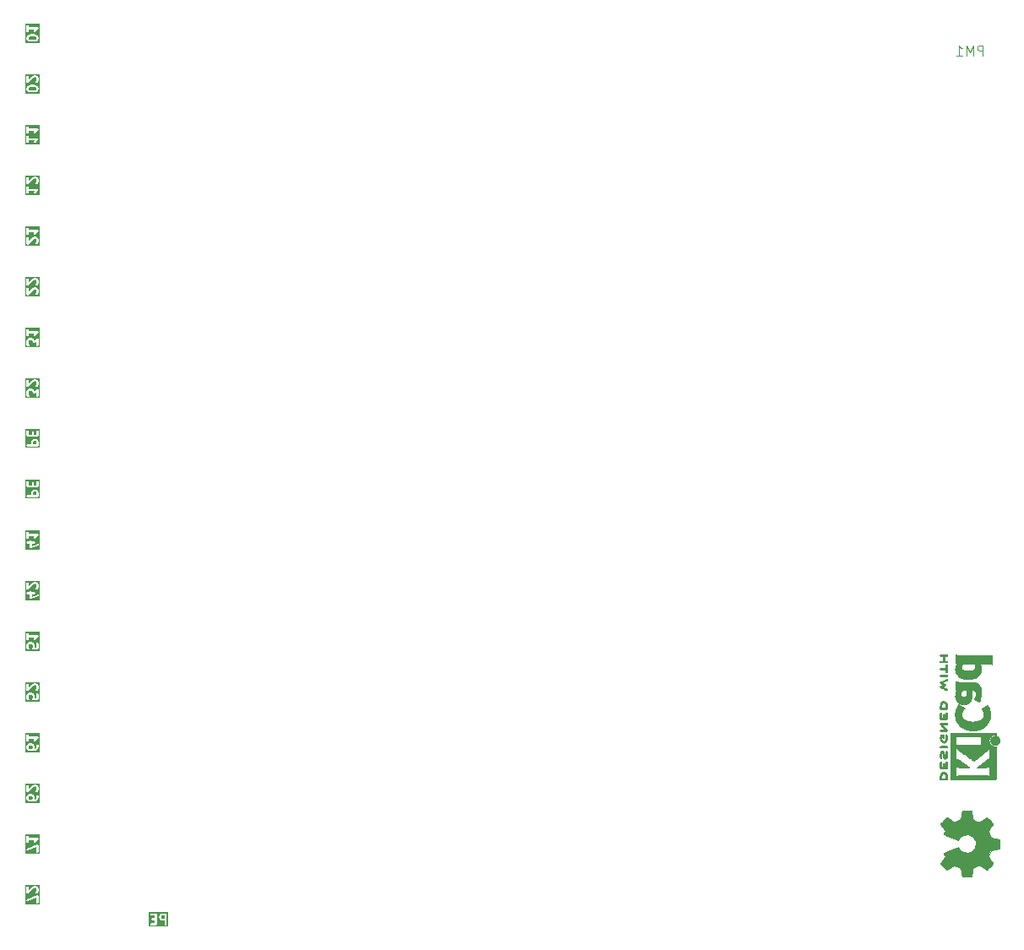
<source format=gbr>
%TF.GenerationSoftware,KiCad,Pcbnew,8.0.4-8.0.4-0~ubuntu22.04.1*%
%TF.CreationDate,2024-08-07T21:55:50+03:00*%
%TF.ProjectId,PM-RQ8,504d2d52-5138-42e6-9b69-6361645f7063,rev?*%
%TF.SameCoordinates,Original*%
%TF.FileFunction,Legend,Bot*%
%TF.FilePolarity,Positive*%
%FSLAX46Y46*%
G04 Gerber Fmt 4.6, Leading zero omitted, Abs format (unit mm)*
G04 Created by KiCad (PCBNEW 8.0.4-8.0.4-0~ubuntu22.04.1) date 2024-08-07 21:55:50*
%MOMM*%
%LPD*%
G01*
G04 APERTURE LIST*
%ADD10C,0.200000*%
%ADD11C,0.100000*%
%ADD12C,0.010000*%
%ADD13C,1.812000*%
%ADD14R,3.500000X3.500000*%
%ADD15C,3.500000*%
%ADD16C,3.200000*%
%ADD17O,6.350000X6.350000*%
%ADD18R,1.700000X1.700000*%
%ADD19O,1.700000X1.700000*%
G04 APERTURE END LIST*
D10*
G36*
X1663306Y-47262662D02*
G01*
X1687975Y-47287330D01*
X1717780Y-47346940D01*
X1717780Y-47604285D01*
X1393971Y-47604285D01*
X1393971Y-47346940D01*
X1423776Y-47287330D01*
X1448444Y-47262661D01*
X1508054Y-47232857D01*
X1603697Y-47232857D01*
X1663306Y-47262662D01*
G37*
G36*
X2028891Y-47915396D02*
G01*
X606669Y-47915396D01*
X606669Y-47684776D01*
X719701Y-47684776D01*
X719701Y-47723794D01*
X734633Y-47759842D01*
X762223Y-47787432D01*
X798271Y-47802364D01*
X817780Y-47804285D01*
X1817780Y-47804285D01*
X1837289Y-47802364D01*
X1873337Y-47787432D01*
X1900927Y-47759842D01*
X1915859Y-47723794D01*
X1917780Y-47704285D01*
X1917780Y-47323333D01*
X1915859Y-47303824D01*
X1914483Y-47300503D01*
X1914229Y-47296920D01*
X1907223Y-47278611D01*
X1859604Y-47183374D01*
X1854318Y-47174977D01*
X1853308Y-47172537D01*
X1851054Y-47169791D01*
X1849161Y-47166783D01*
X1847163Y-47165050D01*
X1840871Y-47157384D01*
X1793253Y-47109765D01*
X1785582Y-47103470D01*
X1783853Y-47101476D01*
X1780845Y-47099582D01*
X1778099Y-47097329D01*
X1775659Y-47096318D01*
X1767263Y-47091033D01*
X1672025Y-47043414D01*
X1653717Y-47036408D01*
X1650133Y-47036153D01*
X1646813Y-47034778D01*
X1627304Y-47032857D01*
X1484447Y-47032857D01*
X1464938Y-47034778D01*
X1461617Y-47036153D01*
X1458034Y-47036408D01*
X1439725Y-47043414D01*
X1344488Y-47091033D01*
X1336091Y-47096318D01*
X1333651Y-47097329D01*
X1330905Y-47099582D01*
X1327897Y-47101476D01*
X1326164Y-47103473D01*
X1318498Y-47109766D01*
X1270879Y-47157384D01*
X1264584Y-47165054D01*
X1262590Y-47166784D01*
X1260696Y-47169791D01*
X1258443Y-47172538D01*
X1257432Y-47174977D01*
X1252147Y-47183374D01*
X1204528Y-47278612D01*
X1197522Y-47296920D01*
X1197267Y-47300503D01*
X1195892Y-47303824D01*
X1193971Y-47323333D01*
X1193971Y-47604285D01*
X817780Y-47604285D01*
X798271Y-47606206D01*
X762223Y-47621138D01*
X734633Y-47648728D01*
X719701Y-47684776D01*
X606669Y-47684776D01*
X606669Y-46228095D01*
X717780Y-46228095D01*
X717780Y-46704285D01*
X719701Y-46723794D01*
X734633Y-46759842D01*
X762223Y-46787432D01*
X798271Y-46802364D01*
X817780Y-46804285D01*
X1817780Y-46804285D01*
X1837289Y-46802364D01*
X1873337Y-46787432D01*
X1900927Y-46759842D01*
X1915859Y-46723794D01*
X1917780Y-46704285D01*
X1917780Y-46228095D01*
X1915859Y-46208586D01*
X1900927Y-46172538D01*
X1873337Y-46144948D01*
X1837289Y-46130016D01*
X1798271Y-46130016D01*
X1762223Y-46144948D01*
X1734633Y-46172538D01*
X1719701Y-46208586D01*
X1717780Y-46228095D01*
X1717780Y-46604285D01*
X1441590Y-46604285D01*
X1441590Y-46370952D01*
X1439669Y-46351443D01*
X1424737Y-46315395D01*
X1397147Y-46287805D01*
X1361099Y-46272873D01*
X1322081Y-46272873D01*
X1286033Y-46287805D01*
X1258443Y-46315395D01*
X1243511Y-46351443D01*
X1241590Y-46370952D01*
X1241590Y-46604285D01*
X917780Y-46604285D01*
X917780Y-46228095D01*
X915859Y-46208586D01*
X900927Y-46172538D01*
X873337Y-46144948D01*
X837289Y-46130016D01*
X798271Y-46130016D01*
X762223Y-46144948D01*
X734633Y-46172538D01*
X719701Y-46208586D01*
X717780Y-46228095D01*
X606669Y-46228095D01*
X606669Y-46018905D01*
X2028891Y-46018905D01*
X2028891Y-47915396D01*
G37*
G36*
X1592399Y-11762446D02*
G01*
X1663306Y-11797900D01*
X1687975Y-11822568D01*
X1717780Y-11882178D01*
X1717780Y-11930202D01*
X1687975Y-11989811D01*
X1663306Y-12014479D01*
X1592399Y-12049933D01*
X1424518Y-12091904D01*
X1211042Y-12091904D01*
X1043161Y-12049933D01*
X972254Y-12014480D01*
X947583Y-11989809D01*
X917780Y-11930202D01*
X917780Y-11882177D01*
X947583Y-11822570D01*
X972254Y-11797899D01*
X1043161Y-11762446D01*
X1211042Y-11720476D01*
X1424518Y-11720476D01*
X1592399Y-11762446D01*
G37*
G36*
X2028891Y-12403015D02*
G01*
X606669Y-12403015D01*
X606669Y-11858571D01*
X717780Y-11858571D01*
X717780Y-11953809D01*
X719701Y-11973318D01*
X721076Y-11976637D01*
X721331Y-11980223D01*
X728338Y-11998531D01*
X775958Y-12093769D01*
X781242Y-12102164D01*
X782253Y-12104604D01*
X784506Y-12107349D01*
X786401Y-12110360D01*
X788397Y-12112091D01*
X794689Y-12119758D01*
X842308Y-12167376D01*
X849974Y-12173668D01*
X851707Y-12175666D01*
X854715Y-12177559D01*
X857461Y-12179813D01*
X859901Y-12180823D01*
X868298Y-12186109D01*
X963535Y-12233728D01*
X964963Y-12234274D01*
X965543Y-12234704D01*
X973719Y-12237625D01*
X981844Y-12240734D01*
X982564Y-12240785D01*
X984003Y-12241299D01*
X1174479Y-12288918D01*
X1177860Y-12289418D01*
X1179224Y-12289983D01*
X1186574Y-12290706D01*
X1193872Y-12291786D01*
X1195330Y-12291568D01*
X1198733Y-12291904D01*
X1436828Y-12291904D01*
X1440230Y-12291568D01*
X1441689Y-12291786D01*
X1448986Y-12290706D01*
X1456337Y-12289983D01*
X1457700Y-12289418D01*
X1461082Y-12288918D01*
X1651557Y-12241299D01*
X1652994Y-12240785D01*
X1653717Y-12240734D01*
X1661841Y-12237625D01*
X1670018Y-12234704D01*
X1670598Y-12234273D01*
X1672025Y-12233728D01*
X1767263Y-12186109D01*
X1775659Y-12180823D01*
X1778099Y-12179813D01*
X1780845Y-12177559D01*
X1783853Y-12175666D01*
X1785582Y-12173671D01*
X1793253Y-12167377D01*
X1840871Y-12119758D01*
X1847163Y-12112091D01*
X1849161Y-12110359D01*
X1851054Y-12107350D01*
X1853308Y-12104605D01*
X1854318Y-12102164D01*
X1859604Y-12093768D01*
X1907223Y-11998531D01*
X1914229Y-11980222D01*
X1914483Y-11976638D01*
X1915859Y-11973318D01*
X1917780Y-11953809D01*
X1917780Y-11858571D01*
X1915859Y-11839062D01*
X1914483Y-11835741D01*
X1914229Y-11832158D01*
X1907223Y-11813849D01*
X1859604Y-11718612D01*
X1854318Y-11710215D01*
X1853308Y-11707775D01*
X1851054Y-11705029D01*
X1849161Y-11702021D01*
X1847163Y-11700288D01*
X1840871Y-11692622D01*
X1793253Y-11645003D01*
X1785582Y-11638708D01*
X1783853Y-11636714D01*
X1780845Y-11634820D01*
X1778099Y-11632567D01*
X1775659Y-11631556D01*
X1767263Y-11626271D01*
X1672025Y-11578652D01*
X1670598Y-11578106D01*
X1670018Y-11577676D01*
X1661841Y-11574754D01*
X1653717Y-11571646D01*
X1652994Y-11571594D01*
X1651557Y-11571081D01*
X1461082Y-11523462D01*
X1457700Y-11522961D01*
X1456337Y-11522397D01*
X1448986Y-11521673D01*
X1441689Y-11520594D01*
X1440230Y-11520811D01*
X1436828Y-11520476D01*
X1198733Y-11520476D01*
X1195330Y-11520811D01*
X1193872Y-11520594D01*
X1186574Y-11521673D01*
X1179224Y-11522397D01*
X1177860Y-11522961D01*
X1174479Y-11523462D01*
X984003Y-11571081D01*
X982564Y-11571594D01*
X981844Y-11571646D01*
X973719Y-11574754D01*
X965543Y-11577676D01*
X964963Y-11578105D01*
X963535Y-11578652D01*
X868298Y-11626271D01*
X859901Y-11631556D01*
X857461Y-11632567D01*
X854715Y-11634820D01*
X851707Y-11636714D01*
X849974Y-11638711D01*
X842308Y-11645004D01*
X794689Y-11692622D01*
X788397Y-11700288D01*
X786401Y-11702020D01*
X784506Y-11705030D01*
X782253Y-11707776D01*
X781242Y-11710215D01*
X775958Y-11718611D01*
X728338Y-11813849D01*
X721331Y-11832157D01*
X721076Y-11835742D01*
X719701Y-11839062D01*
X717780Y-11858571D01*
X606669Y-11858571D01*
X606669Y-10668095D01*
X717780Y-10668095D01*
X717780Y-11287142D01*
X719701Y-11306651D01*
X734633Y-11342699D01*
X762223Y-11370289D01*
X798271Y-11385221D01*
X837289Y-11385221D01*
X873337Y-11370289D01*
X888491Y-11357853D01*
X1443228Y-10803116D01*
X1548292Y-10768095D01*
X1603697Y-10768095D01*
X1663306Y-10797900D01*
X1687975Y-10822568D01*
X1717780Y-10882178D01*
X1717780Y-11073059D01*
X1687975Y-11132668D01*
X1651831Y-11168812D01*
X1639395Y-11183966D01*
X1624463Y-11220014D01*
X1624463Y-11259032D01*
X1639395Y-11295080D01*
X1666985Y-11322670D01*
X1703033Y-11337602D01*
X1742051Y-11337602D01*
X1778099Y-11322670D01*
X1793253Y-11310234D01*
X1840871Y-11262615D01*
X1847163Y-11254948D01*
X1849161Y-11253216D01*
X1851054Y-11250207D01*
X1853308Y-11247462D01*
X1854318Y-11245021D01*
X1859604Y-11236625D01*
X1907223Y-11141388D01*
X1914229Y-11123079D01*
X1914483Y-11119495D01*
X1915859Y-11116175D01*
X1917780Y-11096666D01*
X1917780Y-10858571D01*
X1915859Y-10839062D01*
X1914483Y-10835741D01*
X1914229Y-10832158D01*
X1907223Y-10813849D01*
X1859604Y-10718612D01*
X1854318Y-10710215D01*
X1853308Y-10707775D01*
X1851054Y-10705029D01*
X1849161Y-10702021D01*
X1847163Y-10700288D01*
X1840871Y-10692622D01*
X1793253Y-10645003D01*
X1785582Y-10638708D01*
X1783853Y-10636714D01*
X1780845Y-10634820D01*
X1778099Y-10632567D01*
X1775659Y-10631556D01*
X1767263Y-10626271D01*
X1672025Y-10578652D01*
X1653717Y-10571646D01*
X1650133Y-10571391D01*
X1646813Y-10570016D01*
X1627304Y-10568095D01*
X1532066Y-10568095D01*
X1522192Y-10569067D01*
X1519558Y-10568880D01*
X1516094Y-10569667D01*
X1512557Y-10570016D01*
X1510115Y-10571027D01*
X1500443Y-10573227D01*
X1357586Y-10620846D01*
X1339686Y-10628837D01*
X1336970Y-10631192D01*
X1333652Y-10632567D01*
X1318498Y-10645003D01*
X917780Y-11045720D01*
X917780Y-10668095D01*
X915859Y-10648586D01*
X900927Y-10612538D01*
X873337Y-10584948D01*
X837289Y-10570016D01*
X798271Y-10570016D01*
X762223Y-10584948D01*
X734633Y-10612538D01*
X719701Y-10648586D01*
X717780Y-10668095D01*
X606669Y-10668095D01*
X606669Y-10456984D01*
X2028891Y-10456984D01*
X2028891Y-12403015D01*
G37*
G36*
X2028891Y-93728713D02*
G01*
X606669Y-93728713D01*
X606669Y-93263116D01*
X719471Y-93263116D01*
X719946Y-93302132D01*
X735316Y-93337995D01*
X763241Y-93365246D01*
X799468Y-93379737D01*
X838484Y-93379262D01*
X857172Y-93373343D01*
X1717780Y-93004511D01*
X1717780Y-93519523D01*
X1719701Y-93539032D01*
X1734633Y-93575080D01*
X1762223Y-93602670D01*
X1798271Y-93617602D01*
X1837289Y-93617602D01*
X1873337Y-93602670D01*
X1900927Y-93575080D01*
X1915859Y-93539032D01*
X1917780Y-93519523D01*
X1917780Y-92852857D01*
X1915859Y-92833348D01*
X1915620Y-92832772D01*
X1915613Y-92832154D01*
X1908182Y-92814816D01*
X1900927Y-92797300D01*
X1900487Y-92796860D01*
X1900243Y-92796290D01*
X1886716Y-92783089D01*
X1873337Y-92769710D01*
X1872762Y-92769472D01*
X1872319Y-92769039D01*
X1854799Y-92762031D01*
X1837289Y-92754778D01*
X1836666Y-92754778D01*
X1836091Y-92754548D01*
X1817200Y-92754778D01*
X1798271Y-92754778D01*
X1797697Y-92755015D01*
X1797076Y-92755023D01*
X1778388Y-92760943D01*
X778388Y-93189513D01*
X761213Y-93198964D01*
X733962Y-93226889D01*
X719471Y-93263116D01*
X606669Y-93263116D01*
X606669Y-91948095D01*
X717780Y-91948095D01*
X717780Y-92567142D01*
X719701Y-92586651D01*
X734633Y-92622699D01*
X762223Y-92650289D01*
X798271Y-92665221D01*
X837289Y-92665221D01*
X873337Y-92650289D01*
X888491Y-92637853D01*
X1443228Y-92083116D01*
X1548292Y-92048095D01*
X1603697Y-92048095D01*
X1663306Y-92077900D01*
X1687975Y-92102568D01*
X1717780Y-92162178D01*
X1717780Y-92353059D01*
X1687975Y-92412668D01*
X1651831Y-92448812D01*
X1639395Y-92463966D01*
X1624463Y-92500014D01*
X1624463Y-92539032D01*
X1639395Y-92575080D01*
X1666985Y-92602670D01*
X1703033Y-92617602D01*
X1742051Y-92617602D01*
X1778099Y-92602670D01*
X1793253Y-92590234D01*
X1840871Y-92542615D01*
X1847163Y-92534948D01*
X1849161Y-92533216D01*
X1851054Y-92530207D01*
X1853308Y-92527462D01*
X1854318Y-92525021D01*
X1859604Y-92516625D01*
X1907223Y-92421388D01*
X1914229Y-92403079D01*
X1914483Y-92399495D01*
X1915859Y-92396175D01*
X1917780Y-92376666D01*
X1917780Y-92138571D01*
X1915859Y-92119062D01*
X1914483Y-92115741D01*
X1914229Y-92112158D01*
X1907223Y-92093849D01*
X1859604Y-91998612D01*
X1854318Y-91990215D01*
X1853308Y-91987775D01*
X1851054Y-91985029D01*
X1849161Y-91982021D01*
X1847163Y-91980288D01*
X1840871Y-91972622D01*
X1793253Y-91925003D01*
X1785582Y-91918708D01*
X1783853Y-91916714D01*
X1780845Y-91914820D01*
X1778099Y-91912567D01*
X1775659Y-91911556D01*
X1767263Y-91906271D01*
X1672025Y-91858652D01*
X1653717Y-91851646D01*
X1650133Y-91851391D01*
X1646813Y-91850016D01*
X1627304Y-91848095D01*
X1532066Y-91848095D01*
X1522192Y-91849067D01*
X1519558Y-91848880D01*
X1516094Y-91849667D01*
X1512557Y-91850016D01*
X1510115Y-91851027D01*
X1500443Y-91853227D01*
X1357586Y-91900846D01*
X1339686Y-91908837D01*
X1336970Y-91911192D01*
X1333652Y-91912567D01*
X1318498Y-91925003D01*
X917780Y-92325720D01*
X917780Y-91948095D01*
X915859Y-91928586D01*
X900927Y-91892538D01*
X873337Y-91864948D01*
X837289Y-91850016D01*
X798271Y-91850016D01*
X762223Y-91864948D01*
X734633Y-91892538D01*
X719701Y-91928586D01*
X717780Y-91948095D01*
X606669Y-91948095D01*
X606669Y-91736984D01*
X2028891Y-91736984D01*
X2028891Y-93728713D01*
G37*
G36*
X2028891Y-32768713D02*
G01*
X606669Y-32768713D01*
X606669Y-31940476D01*
X717780Y-31940476D01*
X717780Y-32559523D01*
X719701Y-32579032D01*
X734633Y-32615080D01*
X762223Y-32642670D01*
X798271Y-32657602D01*
X837289Y-32657602D01*
X873337Y-32642670D01*
X888491Y-32630234D01*
X1443228Y-32075497D01*
X1548292Y-32040476D01*
X1603697Y-32040476D01*
X1663306Y-32070281D01*
X1687975Y-32094949D01*
X1717780Y-32154559D01*
X1717780Y-32345440D01*
X1687975Y-32405049D01*
X1651831Y-32441193D01*
X1639395Y-32456347D01*
X1624463Y-32492395D01*
X1624463Y-32531413D01*
X1639395Y-32567461D01*
X1666985Y-32595051D01*
X1703033Y-32609983D01*
X1742051Y-32609983D01*
X1778099Y-32595051D01*
X1793253Y-32582615D01*
X1840871Y-32534996D01*
X1847163Y-32527329D01*
X1849161Y-32525597D01*
X1851054Y-32522588D01*
X1853308Y-32519843D01*
X1854318Y-32517402D01*
X1859604Y-32509006D01*
X1907223Y-32413769D01*
X1914229Y-32395460D01*
X1914483Y-32391876D01*
X1915859Y-32388556D01*
X1917780Y-32369047D01*
X1917780Y-32130952D01*
X1915859Y-32111443D01*
X1914483Y-32108122D01*
X1914229Y-32104539D01*
X1907223Y-32086230D01*
X1859604Y-31990993D01*
X1854318Y-31982596D01*
X1853308Y-31980156D01*
X1851054Y-31977410D01*
X1849161Y-31974402D01*
X1847163Y-31972669D01*
X1840871Y-31965003D01*
X1793253Y-31917384D01*
X1785582Y-31911089D01*
X1783853Y-31909095D01*
X1780845Y-31907201D01*
X1778099Y-31904948D01*
X1775659Y-31903937D01*
X1767263Y-31898652D01*
X1672025Y-31851033D01*
X1653717Y-31844027D01*
X1650133Y-31843772D01*
X1646813Y-31842397D01*
X1627304Y-31840476D01*
X1532066Y-31840476D01*
X1522192Y-31841448D01*
X1519558Y-31841261D01*
X1516094Y-31842048D01*
X1512557Y-31842397D01*
X1510115Y-31843408D01*
X1500443Y-31845608D01*
X1357586Y-31893227D01*
X1339686Y-31901218D01*
X1336970Y-31903573D01*
X1333652Y-31904948D01*
X1318498Y-31917384D01*
X917780Y-32318101D01*
X917780Y-31940476D01*
X915859Y-31920967D01*
X900927Y-31884919D01*
X873337Y-31857329D01*
X837289Y-31842397D01*
X798271Y-31842397D01*
X762223Y-31857329D01*
X734633Y-31884919D01*
X719701Y-31920967D01*
X717780Y-31940476D01*
X606669Y-31940476D01*
X606669Y-30988095D01*
X717780Y-30988095D01*
X717780Y-31607142D01*
X719701Y-31626651D01*
X734633Y-31662699D01*
X762223Y-31690289D01*
X798271Y-31705221D01*
X837289Y-31705221D01*
X873337Y-31690289D01*
X888491Y-31677853D01*
X1443228Y-31123116D01*
X1548292Y-31088095D01*
X1603697Y-31088095D01*
X1663306Y-31117900D01*
X1687975Y-31142568D01*
X1717780Y-31202178D01*
X1717780Y-31393059D01*
X1687975Y-31452668D01*
X1651831Y-31488812D01*
X1639395Y-31503966D01*
X1624463Y-31540014D01*
X1624463Y-31579032D01*
X1639395Y-31615080D01*
X1666985Y-31642670D01*
X1703033Y-31657602D01*
X1742051Y-31657602D01*
X1778099Y-31642670D01*
X1793253Y-31630234D01*
X1840871Y-31582615D01*
X1847163Y-31574948D01*
X1849161Y-31573216D01*
X1851054Y-31570207D01*
X1853308Y-31567462D01*
X1854318Y-31565021D01*
X1859604Y-31556625D01*
X1907223Y-31461388D01*
X1914229Y-31443079D01*
X1914483Y-31439495D01*
X1915859Y-31436175D01*
X1917780Y-31416666D01*
X1917780Y-31178571D01*
X1915859Y-31159062D01*
X1914483Y-31155741D01*
X1914229Y-31152158D01*
X1907223Y-31133849D01*
X1859604Y-31038612D01*
X1854318Y-31030215D01*
X1853308Y-31027775D01*
X1851054Y-31025029D01*
X1849161Y-31022021D01*
X1847163Y-31020288D01*
X1840871Y-31012622D01*
X1793253Y-30965003D01*
X1785582Y-30958708D01*
X1783853Y-30956714D01*
X1780845Y-30954820D01*
X1778099Y-30952567D01*
X1775659Y-30951556D01*
X1767263Y-30946271D01*
X1672025Y-30898652D01*
X1653717Y-30891646D01*
X1650133Y-30891391D01*
X1646813Y-30890016D01*
X1627304Y-30888095D01*
X1532066Y-30888095D01*
X1522192Y-30889067D01*
X1519558Y-30888880D01*
X1516094Y-30889667D01*
X1512557Y-30890016D01*
X1510115Y-30891027D01*
X1500443Y-30893227D01*
X1357586Y-30940846D01*
X1339686Y-30948837D01*
X1336970Y-30951192D01*
X1333652Y-30952567D01*
X1318498Y-30965003D01*
X917780Y-31365720D01*
X917780Y-30988095D01*
X915859Y-30968586D01*
X900927Y-30932538D01*
X873337Y-30904948D01*
X837289Y-30890016D01*
X798271Y-30890016D01*
X762223Y-30904948D01*
X734633Y-30932538D01*
X719701Y-30968586D01*
X717780Y-30988095D01*
X606669Y-30988095D01*
X606669Y-30776984D01*
X2028891Y-30776984D01*
X2028891Y-32768713D01*
G37*
G36*
X2028891Y-17482230D02*
G01*
X606669Y-17482230D01*
X606669Y-16700476D01*
X717780Y-16700476D01*
X717780Y-17271904D01*
X719701Y-17291413D01*
X734633Y-17327461D01*
X762223Y-17355051D01*
X798271Y-17369983D01*
X837289Y-17369983D01*
X873337Y-17355051D01*
X900927Y-17327461D01*
X915859Y-17291413D01*
X917780Y-17271904D01*
X917780Y-17086190D01*
X1528739Y-17086190D01*
X1508974Y-17105955D01*
X1502679Y-17113625D01*
X1500685Y-17115355D01*
X1498791Y-17118362D01*
X1496538Y-17121109D01*
X1495527Y-17123548D01*
X1490242Y-17131945D01*
X1442623Y-17227183D01*
X1435617Y-17245491D01*
X1432851Y-17284411D01*
X1445190Y-17321427D01*
X1470754Y-17350904D01*
X1505653Y-17368353D01*
X1544573Y-17371119D01*
X1581589Y-17358780D01*
X1611066Y-17333216D01*
X1621509Y-17316625D01*
X1661870Y-17235902D01*
X1738634Y-17159139D01*
X1873250Y-17069395D01*
X1873304Y-17069350D01*
X1873337Y-17069337D01*
X1873410Y-17069263D01*
X1888417Y-17056975D01*
X1893927Y-17048746D01*
X1900927Y-17041747D01*
X1904676Y-17032695D01*
X1910128Y-17024555D01*
X1912069Y-17014847D01*
X1915859Y-17005699D01*
X1915859Y-16995899D01*
X1917780Y-16986294D01*
X1915859Y-16976582D01*
X1915859Y-16966681D01*
X1912110Y-16957631D01*
X1910209Y-16948018D01*
X1904714Y-16939776D01*
X1900927Y-16930633D01*
X1894001Y-16923707D01*
X1888565Y-16915553D01*
X1880336Y-16910042D01*
X1873337Y-16903043D01*
X1864285Y-16899293D01*
X1856145Y-16893842D01*
X1846437Y-16891900D01*
X1837289Y-16888111D01*
X1817986Y-16886210D01*
X1817885Y-16886190D01*
X1817850Y-16886196D01*
X1817780Y-16886190D01*
X917780Y-16886190D01*
X917780Y-16700476D01*
X915859Y-16680967D01*
X900927Y-16644919D01*
X873337Y-16617329D01*
X837289Y-16602397D01*
X798271Y-16602397D01*
X762223Y-16617329D01*
X734633Y-16644919D01*
X719701Y-16680967D01*
X717780Y-16700476D01*
X606669Y-16700476D01*
X606669Y-15748095D01*
X717780Y-15748095D01*
X717780Y-16319523D01*
X719701Y-16339032D01*
X734633Y-16375080D01*
X762223Y-16402670D01*
X798271Y-16417602D01*
X837289Y-16417602D01*
X873337Y-16402670D01*
X900927Y-16375080D01*
X915859Y-16339032D01*
X917780Y-16319523D01*
X917780Y-16133809D01*
X1528739Y-16133809D01*
X1508974Y-16153574D01*
X1502679Y-16161244D01*
X1500685Y-16162974D01*
X1498791Y-16165981D01*
X1496538Y-16168728D01*
X1495527Y-16171167D01*
X1490242Y-16179564D01*
X1442623Y-16274802D01*
X1435617Y-16293110D01*
X1432851Y-16332030D01*
X1445190Y-16369046D01*
X1470754Y-16398523D01*
X1505653Y-16415972D01*
X1544573Y-16418738D01*
X1581589Y-16406399D01*
X1611066Y-16380835D01*
X1621509Y-16364244D01*
X1661870Y-16283521D01*
X1738634Y-16206758D01*
X1873250Y-16117014D01*
X1873304Y-16116969D01*
X1873337Y-16116956D01*
X1873410Y-16116882D01*
X1888417Y-16104594D01*
X1893927Y-16096365D01*
X1900927Y-16089366D01*
X1904676Y-16080314D01*
X1910128Y-16072174D01*
X1912069Y-16062466D01*
X1915859Y-16053318D01*
X1915859Y-16043518D01*
X1917780Y-16033913D01*
X1915859Y-16024201D01*
X1915859Y-16014300D01*
X1912110Y-16005250D01*
X1910209Y-15995637D01*
X1904714Y-15987395D01*
X1900927Y-15978252D01*
X1894001Y-15971326D01*
X1888565Y-15963172D01*
X1880336Y-15957661D01*
X1873337Y-15950662D01*
X1864285Y-15946912D01*
X1856145Y-15941461D01*
X1846437Y-15939519D01*
X1837289Y-15935730D01*
X1817986Y-15933829D01*
X1817885Y-15933809D01*
X1817850Y-15933815D01*
X1817780Y-15933809D01*
X917780Y-15933809D01*
X917780Y-15748095D01*
X915859Y-15728586D01*
X900927Y-15692538D01*
X873337Y-15664948D01*
X837289Y-15650016D01*
X798271Y-15650016D01*
X762223Y-15664948D01*
X734633Y-15692538D01*
X719701Y-15728586D01*
X717780Y-15748095D01*
X606669Y-15748095D01*
X606669Y-15538905D01*
X2028891Y-15538905D01*
X2028891Y-17482230D01*
G37*
G36*
X2028891Y-27688713D02*
G01*
X606669Y-27688713D01*
X606669Y-26860476D01*
X717780Y-26860476D01*
X717780Y-27479523D01*
X719701Y-27499032D01*
X734633Y-27535080D01*
X762223Y-27562670D01*
X798271Y-27577602D01*
X837289Y-27577602D01*
X873337Y-27562670D01*
X888491Y-27550234D01*
X1443228Y-26995497D01*
X1548292Y-26960476D01*
X1603697Y-26960476D01*
X1663306Y-26990281D01*
X1687975Y-27014949D01*
X1717780Y-27074559D01*
X1717780Y-27265440D01*
X1687975Y-27325049D01*
X1651831Y-27361193D01*
X1639395Y-27376347D01*
X1624463Y-27412395D01*
X1624463Y-27451413D01*
X1639395Y-27487461D01*
X1666985Y-27515051D01*
X1703033Y-27529983D01*
X1742051Y-27529983D01*
X1778099Y-27515051D01*
X1793253Y-27502615D01*
X1840871Y-27454996D01*
X1847163Y-27447329D01*
X1849161Y-27445597D01*
X1851054Y-27442588D01*
X1853308Y-27439843D01*
X1854318Y-27437402D01*
X1859604Y-27429006D01*
X1907223Y-27333769D01*
X1914229Y-27315460D01*
X1914483Y-27311876D01*
X1915859Y-27308556D01*
X1917780Y-27289047D01*
X1917780Y-27050952D01*
X1915859Y-27031443D01*
X1914483Y-27028122D01*
X1914229Y-27024539D01*
X1907223Y-27006230D01*
X1859604Y-26910993D01*
X1854318Y-26902596D01*
X1853308Y-26900156D01*
X1851054Y-26897410D01*
X1849161Y-26894402D01*
X1847163Y-26892669D01*
X1840871Y-26885003D01*
X1793253Y-26837384D01*
X1785582Y-26831089D01*
X1783853Y-26829095D01*
X1780845Y-26827201D01*
X1778099Y-26824948D01*
X1775659Y-26823937D01*
X1767263Y-26818652D01*
X1672025Y-26771033D01*
X1653717Y-26764027D01*
X1650133Y-26763772D01*
X1646813Y-26762397D01*
X1627304Y-26760476D01*
X1532066Y-26760476D01*
X1522192Y-26761448D01*
X1519558Y-26761261D01*
X1516094Y-26762048D01*
X1512557Y-26762397D01*
X1510115Y-26763408D01*
X1500443Y-26765608D01*
X1357586Y-26813227D01*
X1339686Y-26821218D01*
X1336970Y-26823573D01*
X1333652Y-26824948D01*
X1318498Y-26837384D01*
X917780Y-27238101D01*
X917780Y-26860476D01*
X915859Y-26840967D01*
X900927Y-26804919D01*
X873337Y-26777329D01*
X837289Y-26762397D01*
X798271Y-26762397D01*
X762223Y-26777329D01*
X734633Y-26804919D01*
X719701Y-26840967D01*
X717780Y-26860476D01*
X606669Y-26860476D01*
X606669Y-25908095D01*
X717780Y-25908095D01*
X717780Y-26479523D01*
X719701Y-26499032D01*
X734633Y-26535080D01*
X762223Y-26562670D01*
X798271Y-26577602D01*
X837289Y-26577602D01*
X873337Y-26562670D01*
X900927Y-26535080D01*
X915859Y-26499032D01*
X917780Y-26479523D01*
X917780Y-26293809D01*
X1528739Y-26293809D01*
X1508974Y-26313574D01*
X1502679Y-26321244D01*
X1500685Y-26322974D01*
X1498791Y-26325981D01*
X1496538Y-26328728D01*
X1495527Y-26331167D01*
X1490242Y-26339564D01*
X1442623Y-26434802D01*
X1435617Y-26453110D01*
X1432851Y-26492030D01*
X1445190Y-26529046D01*
X1470754Y-26558523D01*
X1505653Y-26575972D01*
X1544573Y-26578738D01*
X1581589Y-26566399D01*
X1611066Y-26540835D01*
X1621509Y-26524244D01*
X1661870Y-26443521D01*
X1738634Y-26366758D01*
X1873250Y-26277014D01*
X1873304Y-26276969D01*
X1873337Y-26276956D01*
X1873410Y-26276882D01*
X1888417Y-26264594D01*
X1893927Y-26256365D01*
X1900927Y-26249366D01*
X1904676Y-26240314D01*
X1910128Y-26232174D01*
X1912069Y-26222466D01*
X1915859Y-26213318D01*
X1915859Y-26203518D01*
X1917780Y-26193913D01*
X1915859Y-26184201D01*
X1915859Y-26174300D01*
X1912110Y-26165250D01*
X1910209Y-26155637D01*
X1904714Y-26147395D01*
X1900927Y-26138252D01*
X1894001Y-26131326D01*
X1888565Y-26123172D01*
X1880336Y-26117661D01*
X1873337Y-26110662D01*
X1864285Y-26106912D01*
X1856145Y-26101461D01*
X1846437Y-26099519D01*
X1837289Y-26095730D01*
X1817986Y-26093829D01*
X1817885Y-26093809D01*
X1817850Y-26093815D01*
X1817780Y-26093809D01*
X917780Y-26093809D01*
X917780Y-25908095D01*
X915859Y-25888586D01*
X900927Y-25852538D01*
X873337Y-25824948D01*
X837289Y-25810016D01*
X798271Y-25810016D01*
X762223Y-25824948D01*
X734633Y-25852538D01*
X719701Y-25888586D01*
X717780Y-25908095D01*
X606669Y-25908095D01*
X606669Y-25698905D01*
X2028891Y-25698905D01*
X2028891Y-27688713D01*
G37*
G36*
X2028891Y-88648713D02*
G01*
X606669Y-88648713D01*
X606669Y-88183116D01*
X719471Y-88183116D01*
X719946Y-88222132D01*
X735316Y-88257995D01*
X763241Y-88285246D01*
X799468Y-88299737D01*
X838484Y-88299262D01*
X857172Y-88293343D01*
X1717780Y-87924511D01*
X1717780Y-88439523D01*
X1719701Y-88459032D01*
X1734633Y-88495080D01*
X1762223Y-88522670D01*
X1798271Y-88537602D01*
X1837289Y-88537602D01*
X1873337Y-88522670D01*
X1900927Y-88495080D01*
X1915859Y-88459032D01*
X1917780Y-88439523D01*
X1917780Y-87772857D01*
X1915859Y-87753348D01*
X1915620Y-87752772D01*
X1915613Y-87752154D01*
X1908182Y-87734816D01*
X1900927Y-87717300D01*
X1900487Y-87716860D01*
X1900243Y-87716290D01*
X1886716Y-87703089D01*
X1873337Y-87689710D01*
X1872762Y-87689472D01*
X1872319Y-87689039D01*
X1854799Y-87682031D01*
X1837289Y-87674778D01*
X1836666Y-87674778D01*
X1836091Y-87674548D01*
X1817200Y-87674778D01*
X1798271Y-87674778D01*
X1797697Y-87675015D01*
X1797076Y-87675023D01*
X1778388Y-87680943D01*
X778388Y-88109513D01*
X761213Y-88118964D01*
X733962Y-88146889D01*
X719471Y-88183116D01*
X606669Y-88183116D01*
X606669Y-86868095D01*
X717780Y-86868095D01*
X717780Y-87439523D01*
X719701Y-87459032D01*
X734633Y-87495080D01*
X762223Y-87522670D01*
X798271Y-87537602D01*
X837289Y-87537602D01*
X873337Y-87522670D01*
X900927Y-87495080D01*
X915859Y-87459032D01*
X917780Y-87439523D01*
X917780Y-87253809D01*
X1528739Y-87253809D01*
X1508974Y-87273574D01*
X1502679Y-87281244D01*
X1500685Y-87282974D01*
X1498791Y-87285981D01*
X1496538Y-87288728D01*
X1495527Y-87291167D01*
X1490242Y-87299564D01*
X1442623Y-87394802D01*
X1435617Y-87413110D01*
X1432851Y-87452030D01*
X1445190Y-87489046D01*
X1470754Y-87518523D01*
X1505653Y-87535972D01*
X1544573Y-87538738D01*
X1581589Y-87526399D01*
X1611066Y-87500835D01*
X1621509Y-87484244D01*
X1661870Y-87403521D01*
X1738634Y-87326758D01*
X1873250Y-87237014D01*
X1873304Y-87236969D01*
X1873337Y-87236956D01*
X1873410Y-87236882D01*
X1888417Y-87224594D01*
X1893927Y-87216365D01*
X1900927Y-87209366D01*
X1904676Y-87200314D01*
X1910128Y-87192174D01*
X1912069Y-87182466D01*
X1915859Y-87173318D01*
X1915859Y-87163518D01*
X1917780Y-87153913D01*
X1915859Y-87144201D01*
X1915859Y-87134300D01*
X1912110Y-87125250D01*
X1910209Y-87115637D01*
X1904714Y-87107395D01*
X1900927Y-87098252D01*
X1894001Y-87091326D01*
X1888565Y-87083172D01*
X1880336Y-87077661D01*
X1873337Y-87070662D01*
X1864285Y-87066912D01*
X1856145Y-87061461D01*
X1846437Y-87059519D01*
X1837289Y-87055730D01*
X1817986Y-87053829D01*
X1817885Y-87053809D01*
X1817850Y-87053815D01*
X1817780Y-87053809D01*
X917780Y-87053809D01*
X917780Y-86868095D01*
X915859Y-86848586D01*
X900927Y-86812538D01*
X873337Y-86784948D01*
X837289Y-86770016D01*
X798271Y-86770016D01*
X762223Y-86784948D01*
X734633Y-86812538D01*
X719701Y-86848586D01*
X717780Y-86868095D01*
X606669Y-86868095D01*
X606669Y-86658905D01*
X2028891Y-86658905D01*
X2028891Y-88648713D01*
G37*
G36*
X1592399Y-6682446D02*
G01*
X1663306Y-6717900D01*
X1687975Y-6742568D01*
X1717780Y-6802178D01*
X1717780Y-6850202D01*
X1687975Y-6909811D01*
X1663306Y-6934479D01*
X1592399Y-6969933D01*
X1424518Y-7011904D01*
X1211042Y-7011904D01*
X1043161Y-6969933D01*
X972254Y-6934480D01*
X947583Y-6909809D01*
X917780Y-6850202D01*
X917780Y-6802177D01*
X947583Y-6742570D01*
X972254Y-6717899D01*
X1043161Y-6682446D01*
X1211042Y-6640476D01*
X1424518Y-6640476D01*
X1592399Y-6682446D01*
G37*
G36*
X2028891Y-7323015D02*
G01*
X606669Y-7323015D01*
X606669Y-6778571D01*
X717780Y-6778571D01*
X717780Y-6873809D01*
X719701Y-6893318D01*
X721076Y-6896637D01*
X721331Y-6900223D01*
X728338Y-6918531D01*
X775958Y-7013769D01*
X781242Y-7022164D01*
X782253Y-7024604D01*
X784506Y-7027349D01*
X786401Y-7030360D01*
X788397Y-7032091D01*
X794689Y-7039758D01*
X842308Y-7087376D01*
X849974Y-7093668D01*
X851707Y-7095666D01*
X854715Y-7097559D01*
X857461Y-7099813D01*
X859901Y-7100823D01*
X868298Y-7106109D01*
X963535Y-7153728D01*
X964963Y-7154274D01*
X965543Y-7154704D01*
X973719Y-7157625D01*
X981844Y-7160734D01*
X982564Y-7160785D01*
X984003Y-7161299D01*
X1174479Y-7208918D01*
X1177860Y-7209418D01*
X1179224Y-7209983D01*
X1186574Y-7210706D01*
X1193872Y-7211786D01*
X1195330Y-7211568D01*
X1198733Y-7211904D01*
X1436828Y-7211904D01*
X1440230Y-7211568D01*
X1441689Y-7211786D01*
X1448986Y-7210706D01*
X1456337Y-7209983D01*
X1457700Y-7209418D01*
X1461082Y-7208918D01*
X1651557Y-7161299D01*
X1652994Y-7160785D01*
X1653717Y-7160734D01*
X1661841Y-7157625D01*
X1670018Y-7154704D01*
X1670598Y-7154273D01*
X1672025Y-7153728D01*
X1767263Y-7106109D01*
X1775659Y-7100823D01*
X1778099Y-7099813D01*
X1780845Y-7097559D01*
X1783853Y-7095666D01*
X1785582Y-7093671D01*
X1793253Y-7087377D01*
X1840871Y-7039758D01*
X1847163Y-7032091D01*
X1849161Y-7030359D01*
X1851054Y-7027350D01*
X1853308Y-7024605D01*
X1854318Y-7022164D01*
X1859604Y-7013768D01*
X1907223Y-6918531D01*
X1914229Y-6900222D01*
X1914483Y-6896638D01*
X1915859Y-6893318D01*
X1917780Y-6873809D01*
X1917780Y-6778571D01*
X1915859Y-6759062D01*
X1914483Y-6755741D01*
X1914229Y-6752158D01*
X1907223Y-6733849D01*
X1859604Y-6638612D01*
X1854318Y-6630215D01*
X1853308Y-6627775D01*
X1851054Y-6625029D01*
X1849161Y-6622021D01*
X1847163Y-6620288D01*
X1840871Y-6612622D01*
X1793253Y-6565003D01*
X1785582Y-6558708D01*
X1783853Y-6556714D01*
X1780845Y-6554820D01*
X1778099Y-6552567D01*
X1775659Y-6551556D01*
X1767263Y-6546271D01*
X1672025Y-6498652D01*
X1670598Y-6498106D01*
X1670018Y-6497676D01*
X1661841Y-6494754D01*
X1653717Y-6491646D01*
X1652994Y-6491594D01*
X1651557Y-6491081D01*
X1461082Y-6443462D01*
X1457700Y-6442961D01*
X1456337Y-6442397D01*
X1448986Y-6441673D01*
X1441689Y-6440594D01*
X1440230Y-6440811D01*
X1436828Y-6440476D01*
X1198733Y-6440476D01*
X1195330Y-6440811D01*
X1193872Y-6440594D01*
X1186574Y-6441673D01*
X1179224Y-6442397D01*
X1177860Y-6442961D01*
X1174479Y-6443462D01*
X984003Y-6491081D01*
X982564Y-6491594D01*
X981844Y-6491646D01*
X973719Y-6494754D01*
X965543Y-6497676D01*
X964963Y-6498105D01*
X963535Y-6498652D01*
X868298Y-6546271D01*
X859901Y-6551556D01*
X857461Y-6552567D01*
X854715Y-6554820D01*
X851707Y-6556714D01*
X849974Y-6558711D01*
X842308Y-6565004D01*
X794689Y-6612622D01*
X788397Y-6620288D01*
X786401Y-6622020D01*
X784506Y-6625030D01*
X782253Y-6627776D01*
X781242Y-6630215D01*
X775958Y-6638611D01*
X728338Y-6733849D01*
X721331Y-6752157D01*
X721076Y-6755742D01*
X719701Y-6759062D01*
X717780Y-6778571D01*
X606669Y-6778571D01*
X606669Y-5588095D01*
X717780Y-5588095D01*
X717780Y-6159523D01*
X719701Y-6179032D01*
X734633Y-6215080D01*
X762223Y-6242670D01*
X798271Y-6257602D01*
X837289Y-6257602D01*
X873337Y-6242670D01*
X900927Y-6215080D01*
X915859Y-6179032D01*
X917780Y-6159523D01*
X917780Y-5973809D01*
X1528739Y-5973809D01*
X1508974Y-5993574D01*
X1502679Y-6001244D01*
X1500685Y-6002974D01*
X1498791Y-6005981D01*
X1496538Y-6008728D01*
X1495527Y-6011167D01*
X1490242Y-6019564D01*
X1442623Y-6114802D01*
X1435617Y-6133110D01*
X1432851Y-6172030D01*
X1445190Y-6209046D01*
X1470754Y-6238523D01*
X1505653Y-6255972D01*
X1544573Y-6258738D01*
X1581589Y-6246399D01*
X1611066Y-6220835D01*
X1621509Y-6204244D01*
X1661870Y-6123521D01*
X1738634Y-6046758D01*
X1873250Y-5957014D01*
X1873304Y-5956969D01*
X1873337Y-5956956D01*
X1873410Y-5956882D01*
X1888417Y-5944594D01*
X1893927Y-5936365D01*
X1900927Y-5929366D01*
X1904676Y-5920314D01*
X1910128Y-5912174D01*
X1912069Y-5902466D01*
X1915859Y-5893318D01*
X1915859Y-5883518D01*
X1917780Y-5873913D01*
X1915859Y-5864201D01*
X1915859Y-5854300D01*
X1912110Y-5845250D01*
X1910209Y-5835637D01*
X1904714Y-5827395D01*
X1900927Y-5818252D01*
X1894001Y-5811326D01*
X1888565Y-5803172D01*
X1880336Y-5797661D01*
X1873337Y-5790662D01*
X1864285Y-5786912D01*
X1856145Y-5781461D01*
X1846437Y-5779519D01*
X1837289Y-5775730D01*
X1817986Y-5773829D01*
X1817885Y-5773809D01*
X1817850Y-5773815D01*
X1817780Y-5773809D01*
X917780Y-5773809D01*
X917780Y-5588095D01*
X915859Y-5568586D01*
X900927Y-5532538D01*
X873337Y-5504948D01*
X837289Y-5490016D01*
X798271Y-5490016D01*
X762223Y-5504948D01*
X734633Y-5532538D01*
X719701Y-5568586D01*
X717780Y-5588095D01*
X606669Y-5588095D01*
X606669Y-5378905D01*
X2028891Y-5378905D01*
X2028891Y-7323015D01*
G37*
G36*
X2075726Y-58122230D02*
G01*
X606669Y-58122230D01*
X606669Y-57416205D01*
X719701Y-57416205D01*
X719701Y-57455223D01*
X734633Y-57491271D01*
X762223Y-57518861D01*
X798271Y-57533793D01*
X817780Y-57535714D01*
X1051114Y-57535714D01*
X1051114Y-57911904D01*
X1052086Y-57921777D01*
X1051899Y-57924411D01*
X1052532Y-57926312D01*
X1053035Y-57931413D01*
X1059167Y-57946217D01*
X1064237Y-57961427D01*
X1066592Y-57964142D01*
X1067967Y-57967461D01*
X1079297Y-57978791D01*
X1089802Y-57990903D01*
X1093016Y-57992510D01*
X1095557Y-57995051D01*
X1110365Y-58001185D01*
X1124701Y-58008353D01*
X1128284Y-58008607D01*
X1131605Y-58009983D01*
X1147637Y-58009983D01*
X1163621Y-58011119D01*
X1168617Y-58009983D01*
X1170623Y-58009983D01*
X1173065Y-58008971D01*
X1182737Y-58006772D01*
X1897022Y-57768677D01*
X1914923Y-57760686D01*
X1944399Y-57735121D01*
X1961848Y-57700222D01*
X1964615Y-57661302D01*
X1952276Y-57624286D01*
X1926711Y-57594810D01*
X1891812Y-57577360D01*
X1852892Y-57574594D01*
X1833777Y-57578941D01*
X1251114Y-57773161D01*
X1251114Y-57535714D01*
X1484447Y-57535714D01*
X1503956Y-57533793D01*
X1540004Y-57518861D01*
X1567594Y-57491271D01*
X1582526Y-57455223D01*
X1582526Y-57416205D01*
X1567594Y-57380157D01*
X1540004Y-57352567D01*
X1503956Y-57337635D01*
X1484447Y-57335714D01*
X1251114Y-57335714D01*
X1251114Y-57292857D01*
X1249193Y-57273348D01*
X1234261Y-57237300D01*
X1206671Y-57209710D01*
X1170623Y-57194778D01*
X1131605Y-57194778D01*
X1095557Y-57209710D01*
X1067967Y-57237300D01*
X1053035Y-57273348D01*
X1051114Y-57292857D01*
X1051114Y-57335714D01*
X817780Y-57335714D01*
X798271Y-57337635D01*
X762223Y-57352567D01*
X734633Y-57380157D01*
X719701Y-57416205D01*
X606669Y-57416205D01*
X606669Y-56388095D01*
X717780Y-56388095D01*
X717780Y-56959523D01*
X719701Y-56979032D01*
X734633Y-57015080D01*
X762223Y-57042670D01*
X798271Y-57057602D01*
X837289Y-57057602D01*
X873337Y-57042670D01*
X900927Y-57015080D01*
X915859Y-56979032D01*
X917780Y-56959523D01*
X917780Y-56773809D01*
X1528739Y-56773809D01*
X1508974Y-56793574D01*
X1502679Y-56801244D01*
X1500685Y-56802974D01*
X1498791Y-56805981D01*
X1496538Y-56808728D01*
X1495527Y-56811167D01*
X1490242Y-56819564D01*
X1442623Y-56914802D01*
X1435617Y-56933110D01*
X1432851Y-56972030D01*
X1445190Y-57009046D01*
X1470754Y-57038523D01*
X1505653Y-57055972D01*
X1544573Y-57058738D01*
X1581589Y-57046399D01*
X1611066Y-57020835D01*
X1621509Y-57004244D01*
X1661870Y-56923521D01*
X1738634Y-56846758D01*
X1873250Y-56757014D01*
X1873304Y-56756969D01*
X1873337Y-56756956D01*
X1873410Y-56756882D01*
X1888417Y-56744594D01*
X1893927Y-56736365D01*
X1900927Y-56729366D01*
X1904676Y-56720314D01*
X1910128Y-56712174D01*
X1912069Y-56702466D01*
X1915859Y-56693318D01*
X1915859Y-56683518D01*
X1917780Y-56673913D01*
X1915859Y-56664201D01*
X1915859Y-56654300D01*
X1912110Y-56645250D01*
X1910209Y-56635637D01*
X1904714Y-56627395D01*
X1900927Y-56618252D01*
X1894001Y-56611326D01*
X1888565Y-56603172D01*
X1880336Y-56597661D01*
X1873337Y-56590662D01*
X1864285Y-56586912D01*
X1856145Y-56581461D01*
X1846437Y-56579519D01*
X1837289Y-56575730D01*
X1817986Y-56573829D01*
X1817885Y-56573809D01*
X1817850Y-56573815D01*
X1817780Y-56573809D01*
X917780Y-56573809D01*
X917780Y-56388095D01*
X915859Y-56368586D01*
X900927Y-56332538D01*
X873337Y-56304948D01*
X837289Y-56290016D01*
X798271Y-56290016D01*
X762223Y-56304948D01*
X734633Y-56332538D01*
X719701Y-56368586D01*
X717780Y-56388095D01*
X606669Y-56388095D01*
X606669Y-56178905D01*
X2075726Y-56178905D01*
X2075726Y-58122230D01*
G37*
G36*
X2075726Y-63202230D02*
G01*
X606669Y-63202230D01*
X606669Y-62496205D01*
X719701Y-62496205D01*
X719701Y-62535223D01*
X734633Y-62571271D01*
X762223Y-62598861D01*
X798271Y-62613793D01*
X817780Y-62615714D01*
X1051114Y-62615714D01*
X1051114Y-62991904D01*
X1052086Y-63001777D01*
X1051899Y-63004411D01*
X1052532Y-63006312D01*
X1053035Y-63011413D01*
X1059167Y-63026217D01*
X1064237Y-63041427D01*
X1066592Y-63044142D01*
X1067967Y-63047461D01*
X1079297Y-63058791D01*
X1089802Y-63070903D01*
X1093016Y-63072510D01*
X1095557Y-63075051D01*
X1110365Y-63081185D01*
X1124701Y-63088353D01*
X1128284Y-63088607D01*
X1131605Y-63089983D01*
X1147637Y-63089983D01*
X1163621Y-63091119D01*
X1168617Y-63089983D01*
X1170623Y-63089983D01*
X1173065Y-63088971D01*
X1182737Y-63086772D01*
X1897022Y-62848677D01*
X1914923Y-62840686D01*
X1944399Y-62815121D01*
X1961848Y-62780222D01*
X1964615Y-62741302D01*
X1952276Y-62704286D01*
X1926711Y-62674810D01*
X1891812Y-62657360D01*
X1852892Y-62654594D01*
X1833777Y-62658941D01*
X1251114Y-62853161D01*
X1251114Y-62615714D01*
X1484447Y-62615714D01*
X1503956Y-62613793D01*
X1540004Y-62598861D01*
X1567594Y-62571271D01*
X1582526Y-62535223D01*
X1582526Y-62496205D01*
X1567594Y-62460157D01*
X1540004Y-62432567D01*
X1503956Y-62417635D01*
X1484447Y-62415714D01*
X1251114Y-62415714D01*
X1251114Y-62372857D01*
X1249193Y-62353348D01*
X1234261Y-62317300D01*
X1206671Y-62289710D01*
X1170623Y-62274778D01*
X1131605Y-62274778D01*
X1095557Y-62289710D01*
X1067967Y-62317300D01*
X1053035Y-62353348D01*
X1051114Y-62372857D01*
X1051114Y-62415714D01*
X817780Y-62415714D01*
X798271Y-62417635D01*
X762223Y-62432567D01*
X734633Y-62460157D01*
X719701Y-62496205D01*
X606669Y-62496205D01*
X606669Y-61468095D01*
X717780Y-61468095D01*
X717780Y-62087142D01*
X719701Y-62106651D01*
X734633Y-62142699D01*
X762223Y-62170289D01*
X798271Y-62185221D01*
X837289Y-62185221D01*
X873337Y-62170289D01*
X888491Y-62157853D01*
X1443228Y-61603116D01*
X1548292Y-61568095D01*
X1603697Y-61568095D01*
X1663306Y-61597900D01*
X1687975Y-61622568D01*
X1717780Y-61682178D01*
X1717780Y-61873059D01*
X1687975Y-61932668D01*
X1651831Y-61968812D01*
X1639395Y-61983966D01*
X1624463Y-62020014D01*
X1624463Y-62059032D01*
X1639395Y-62095080D01*
X1666985Y-62122670D01*
X1703033Y-62137602D01*
X1742051Y-62137602D01*
X1778099Y-62122670D01*
X1793253Y-62110234D01*
X1840871Y-62062615D01*
X1847163Y-62054948D01*
X1849161Y-62053216D01*
X1851054Y-62050207D01*
X1853308Y-62047462D01*
X1854318Y-62045021D01*
X1859604Y-62036625D01*
X1907223Y-61941388D01*
X1914229Y-61923079D01*
X1914483Y-61919495D01*
X1915859Y-61916175D01*
X1917780Y-61896666D01*
X1917780Y-61658571D01*
X1915859Y-61639062D01*
X1914483Y-61635741D01*
X1914229Y-61632158D01*
X1907223Y-61613849D01*
X1859604Y-61518612D01*
X1854318Y-61510215D01*
X1853308Y-61507775D01*
X1851054Y-61505029D01*
X1849161Y-61502021D01*
X1847163Y-61500288D01*
X1840871Y-61492622D01*
X1793253Y-61445003D01*
X1785582Y-61438708D01*
X1783853Y-61436714D01*
X1780845Y-61434820D01*
X1778099Y-61432567D01*
X1775659Y-61431556D01*
X1767263Y-61426271D01*
X1672025Y-61378652D01*
X1653717Y-61371646D01*
X1650133Y-61371391D01*
X1646813Y-61370016D01*
X1627304Y-61368095D01*
X1532066Y-61368095D01*
X1522192Y-61369067D01*
X1519558Y-61368880D01*
X1516094Y-61369667D01*
X1512557Y-61370016D01*
X1510115Y-61371027D01*
X1500443Y-61373227D01*
X1357586Y-61420846D01*
X1339686Y-61428837D01*
X1336970Y-61431192D01*
X1333652Y-61432567D01*
X1318498Y-61445003D01*
X917780Y-61845720D01*
X917780Y-61468095D01*
X915859Y-61448586D01*
X900927Y-61412538D01*
X873337Y-61384948D01*
X837289Y-61370016D01*
X798271Y-61370016D01*
X762223Y-61384948D01*
X734633Y-61412538D01*
X719701Y-61448586D01*
X717780Y-61468095D01*
X606669Y-61468095D01*
X606669Y-61256984D01*
X2075726Y-61256984D01*
X2075726Y-63202230D01*
G37*
G36*
X1282354Y-77790281D02*
G01*
X1307023Y-77814949D01*
X1336828Y-77874559D01*
X1336828Y-78017821D01*
X1307023Y-78077430D01*
X1282354Y-78102098D01*
X1222745Y-78131904D01*
X1031864Y-78131904D01*
X972254Y-78102099D01*
X947583Y-78077428D01*
X917780Y-78017821D01*
X917780Y-77874558D01*
X947583Y-77814951D01*
X972254Y-77790280D01*
X1031864Y-77760476D01*
X1222745Y-77760476D01*
X1282354Y-77790281D01*
G37*
G36*
X2028891Y-78443015D02*
G01*
X606669Y-78443015D01*
X606669Y-77850952D01*
X717780Y-77850952D01*
X717780Y-78041428D01*
X719701Y-78060937D01*
X721076Y-78064256D01*
X721331Y-78067842D01*
X728338Y-78086150D01*
X775958Y-78181388D01*
X781242Y-78189783D01*
X782253Y-78192223D01*
X784506Y-78194968D01*
X786401Y-78197979D01*
X788397Y-78199710D01*
X794689Y-78207377D01*
X842308Y-78254995D01*
X849974Y-78261287D01*
X851707Y-78263285D01*
X854715Y-78265178D01*
X857461Y-78267432D01*
X859901Y-78268442D01*
X868298Y-78273728D01*
X963535Y-78321347D01*
X981844Y-78328353D01*
X985427Y-78328607D01*
X988748Y-78329983D01*
X1008257Y-78331904D01*
X1389209Y-78331904D01*
X1392611Y-78331568D01*
X1394070Y-78331786D01*
X1401367Y-78330706D01*
X1408718Y-78329983D01*
X1410081Y-78329418D01*
X1413463Y-78328918D01*
X1603938Y-78281299D01*
X1615433Y-78277192D01*
X1617857Y-78276713D01*
X1620053Y-78275541D01*
X1622399Y-78274704D01*
X1624385Y-78273232D01*
X1635155Y-78267490D01*
X1778012Y-78172252D01*
X1778066Y-78172207D01*
X1778099Y-78172194D01*
X1785630Y-78166013D01*
X1793179Y-78159832D01*
X1793198Y-78159802D01*
X1793253Y-78159758D01*
X1840871Y-78112139D01*
X1847163Y-78104472D01*
X1849161Y-78102740D01*
X1851054Y-78099731D01*
X1853308Y-78096986D01*
X1854318Y-78094545D01*
X1859604Y-78086149D01*
X1907223Y-77990912D01*
X1914229Y-77972603D01*
X1914483Y-77969019D01*
X1915859Y-77965699D01*
X1917780Y-77946190D01*
X1917780Y-77755714D01*
X1915859Y-77736205D01*
X1900927Y-77700157D01*
X1873337Y-77672567D01*
X1837289Y-77657635D01*
X1798271Y-77657635D01*
X1762223Y-77672567D01*
X1734633Y-77700157D01*
X1719701Y-77736205D01*
X1717780Y-77755714D01*
X1717780Y-77922583D01*
X1687975Y-77982192D01*
X1658831Y-78011335D01*
X1538627Y-78091472D01*
X1521464Y-78095762D01*
X1526271Y-78086150D01*
X1533277Y-78067841D01*
X1533531Y-78064257D01*
X1534907Y-78060937D01*
X1536828Y-78041428D01*
X1536828Y-77850952D01*
X1534907Y-77831443D01*
X1533531Y-77828122D01*
X1533277Y-77824539D01*
X1526271Y-77806230D01*
X1478652Y-77710993D01*
X1473366Y-77702596D01*
X1472356Y-77700156D01*
X1470102Y-77697410D01*
X1468209Y-77694402D01*
X1466211Y-77692669D01*
X1459919Y-77685003D01*
X1412301Y-77637384D01*
X1404630Y-77631089D01*
X1402901Y-77629095D01*
X1399893Y-77627201D01*
X1397147Y-77624948D01*
X1394707Y-77623937D01*
X1386311Y-77618652D01*
X1291073Y-77571033D01*
X1272765Y-77564027D01*
X1269181Y-77563772D01*
X1265861Y-77562397D01*
X1246352Y-77560476D01*
X1008257Y-77560476D01*
X988748Y-77562397D01*
X985427Y-77563772D01*
X981844Y-77564027D01*
X963535Y-77571033D01*
X868298Y-77618652D01*
X859901Y-77623937D01*
X857461Y-77624948D01*
X854715Y-77627201D01*
X851707Y-77629095D01*
X849974Y-77631092D01*
X842308Y-77637385D01*
X794689Y-77685003D01*
X788397Y-77692669D01*
X786401Y-77694401D01*
X784506Y-77697411D01*
X782253Y-77700157D01*
X781242Y-77702596D01*
X775958Y-77710992D01*
X728338Y-77806230D01*
X721331Y-77824538D01*
X721076Y-77828123D01*
X719701Y-77831443D01*
X717780Y-77850952D01*
X606669Y-77850952D01*
X606669Y-76708095D01*
X717780Y-76708095D01*
X717780Y-77279523D01*
X719701Y-77299032D01*
X734633Y-77335080D01*
X762223Y-77362670D01*
X798271Y-77377602D01*
X837289Y-77377602D01*
X873337Y-77362670D01*
X900927Y-77335080D01*
X915859Y-77299032D01*
X917780Y-77279523D01*
X917780Y-77093809D01*
X1528739Y-77093809D01*
X1508974Y-77113574D01*
X1502679Y-77121244D01*
X1500685Y-77122974D01*
X1498791Y-77125981D01*
X1496538Y-77128728D01*
X1495527Y-77131167D01*
X1490242Y-77139564D01*
X1442623Y-77234802D01*
X1435617Y-77253110D01*
X1432851Y-77292030D01*
X1445190Y-77329046D01*
X1470754Y-77358523D01*
X1505653Y-77375972D01*
X1544573Y-77378738D01*
X1581589Y-77366399D01*
X1611066Y-77340835D01*
X1621509Y-77324244D01*
X1661870Y-77243521D01*
X1738634Y-77166758D01*
X1873250Y-77077014D01*
X1873304Y-77076969D01*
X1873337Y-77076956D01*
X1873410Y-77076882D01*
X1888417Y-77064594D01*
X1893927Y-77056365D01*
X1900927Y-77049366D01*
X1904676Y-77040314D01*
X1910128Y-77032174D01*
X1912069Y-77022466D01*
X1915859Y-77013318D01*
X1915859Y-77003518D01*
X1917780Y-76993913D01*
X1915859Y-76984201D01*
X1915859Y-76974300D01*
X1912110Y-76965250D01*
X1910209Y-76955637D01*
X1904714Y-76947395D01*
X1900927Y-76938252D01*
X1894001Y-76931326D01*
X1888565Y-76923172D01*
X1880336Y-76917661D01*
X1873337Y-76910662D01*
X1864285Y-76906912D01*
X1856145Y-76901461D01*
X1846437Y-76899519D01*
X1837289Y-76895730D01*
X1817986Y-76893829D01*
X1817885Y-76893809D01*
X1817850Y-76893815D01*
X1817780Y-76893809D01*
X917780Y-76893809D01*
X917780Y-76708095D01*
X915859Y-76688586D01*
X900927Y-76652538D01*
X873337Y-76624948D01*
X837289Y-76610016D01*
X798271Y-76610016D01*
X762223Y-76624948D01*
X734633Y-76652538D01*
X719701Y-76688586D01*
X717780Y-76708095D01*
X606669Y-76708095D01*
X606669Y-76498905D01*
X2028891Y-76498905D01*
X2028891Y-78443015D01*
G37*
G36*
X1663306Y-52342662D02*
G01*
X1687975Y-52367330D01*
X1717780Y-52426940D01*
X1717780Y-52684285D01*
X1393971Y-52684285D01*
X1393971Y-52426940D01*
X1423776Y-52367330D01*
X1448444Y-52342661D01*
X1508054Y-52312857D01*
X1603697Y-52312857D01*
X1663306Y-52342662D01*
G37*
G36*
X2028891Y-52995396D02*
G01*
X606669Y-52995396D01*
X606669Y-52764776D01*
X719701Y-52764776D01*
X719701Y-52803794D01*
X734633Y-52839842D01*
X762223Y-52867432D01*
X798271Y-52882364D01*
X817780Y-52884285D01*
X1817780Y-52884285D01*
X1837289Y-52882364D01*
X1873337Y-52867432D01*
X1900927Y-52839842D01*
X1915859Y-52803794D01*
X1917780Y-52784285D01*
X1917780Y-52403333D01*
X1915859Y-52383824D01*
X1914483Y-52380503D01*
X1914229Y-52376920D01*
X1907223Y-52358611D01*
X1859604Y-52263374D01*
X1854318Y-52254977D01*
X1853308Y-52252537D01*
X1851054Y-52249791D01*
X1849161Y-52246783D01*
X1847163Y-52245050D01*
X1840871Y-52237384D01*
X1793253Y-52189765D01*
X1785582Y-52183470D01*
X1783853Y-52181476D01*
X1780845Y-52179582D01*
X1778099Y-52177329D01*
X1775659Y-52176318D01*
X1767263Y-52171033D01*
X1672025Y-52123414D01*
X1653717Y-52116408D01*
X1650133Y-52116153D01*
X1646813Y-52114778D01*
X1627304Y-52112857D01*
X1484447Y-52112857D01*
X1464938Y-52114778D01*
X1461617Y-52116153D01*
X1458034Y-52116408D01*
X1439725Y-52123414D01*
X1344488Y-52171033D01*
X1336091Y-52176318D01*
X1333651Y-52177329D01*
X1330905Y-52179582D01*
X1327897Y-52181476D01*
X1326164Y-52183473D01*
X1318498Y-52189766D01*
X1270879Y-52237384D01*
X1264584Y-52245054D01*
X1262590Y-52246784D01*
X1260696Y-52249791D01*
X1258443Y-52252538D01*
X1257432Y-52254977D01*
X1252147Y-52263374D01*
X1204528Y-52358612D01*
X1197522Y-52376920D01*
X1197267Y-52380503D01*
X1195892Y-52383824D01*
X1193971Y-52403333D01*
X1193971Y-52684285D01*
X817780Y-52684285D01*
X798271Y-52686206D01*
X762223Y-52701138D01*
X734633Y-52728728D01*
X719701Y-52764776D01*
X606669Y-52764776D01*
X606669Y-51308095D01*
X717780Y-51308095D01*
X717780Y-51784285D01*
X719701Y-51803794D01*
X734633Y-51839842D01*
X762223Y-51867432D01*
X798271Y-51882364D01*
X817780Y-51884285D01*
X1817780Y-51884285D01*
X1837289Y-51882364D01*
X1873337Y-51867432D01*
X1900927Y-51839842D01*
X1915859Y-51803794D01*
X1917780Y-51784285D01*
X1917780Y-51308095D01*
X1915859Y-51288586D01*
X1900927Y-51252538D01*
X1873337Y-51224948D01*
X1837289Y-51210016D01*
X1798271Y-51210016D01*
X1762223Y-51224948D01*
X1734633Y-51252538D01*
X1719701Y-51288586D01*
X1717780Y-51308095D01*
X1717780Y-51684285D01*
X1441590Y-51684285D01*
X1441590Y-51450952D01*
X1439669Y-51431443D01*
X1424737Y-51395395D01*
X1397147Y-51367805D01*
X1361099Y-51352873D01*
X1322081Y-51352873D01*
X1286033Y-51367805D01*
X1258443Y-51395395D01*
X1243511Y-51431443D01*
X1241590Y-51450952D01*
X1241590Y-51684285D01*
X917780Y-51684285D01*
X917780Y-51308095D01*
X915859Y-51288586D01*
X900927Y-51252538D01*
X873337Y-51224948D01*
X837289Y-51210016D01*
X798271Y-51210016D01*
X762223Y-51224948D01*
X734633Y-51252538D01*
X719701Y-51288586D01*
X717780Y-51308095D01*
X606669Y-51308095D01*
X606669Y-51098905D01*
X2028891Y-51098905D01*
X2028891Y-52995396D01*
G37*
G36*
X14584285Y-95126028D02*
G01*
X14326940Y-95126028D01*
X14267330Y-95096223D01*
X14242662Y-95071554D01*
X14212857Y-95011944D01*
X14212857Y-94916302D01*
X14242662Y-94856692D01*
X14267330Y-94832023D01*
X14326940Y-94802219D01*
X14584285Y-94802219D01*
X14584285Y-95126028D01*
G37*
G36*
X14895396Y-95913330D02*
G01*
X12998905Y-95913330D01*
X12998905Y-94682710D01*
X13110016Y-94682710D01*
X13110016Y-94721728D01*
X13124948Y-94757776D01*
X13152538Y-94785366D01*
X13188586Y-94800298D01*
X13208095Y-94802219D01*
X13584285Y-94802219D01*
X13584285Y-95078409D01*
X13350952Y-95078409D01*
X13331443Y-95080330D01*
X13295395Y-95095262D01*
X13267805Y-95122852D01*
X13252873Y-95158900D01*
X13252873Y-95197918D01*
X13267805Y-95233966D01*
X13295395Y-95261556D01*
X13331443Y-95276488D01*
X13350952Y-95278409D01*
X13584285Y-95278409D01*
X13584285Y-95602219D01*
X13208095Y-95602219D01*
X13188586Y-95604140D01*
X13152538Y-95619072D01*
X13124948Y-95646662D01*
X13110016Y-95682710D01*
X13110016Y-95721728D01*
X13124948Y-95757776D01*
X13152538Y-95785366D01*
X13188586Y-95800298D01*
X13208095Y-95802219D01*
X13684285Y-95802219D01*
X13703794Y-95800298D01*
X13739842Y-95785366D01*
X13767432Y-95757776D01*
X13782364Y-95721728D01*
X13784285Y-95702219D01*
X13784285Y-94892695D01*
X14012857Y-94892695D01*
X14012857Y-95035552D01*
X14014778Y-95055061D01*
X14016153Y-95058381D01*
X14016408Y-95061965D01*
X14023414Y-95080273D01*
X14071033Y-95175511D01*
X14076318Y-95183907D01*
X14077329Y-95186347D01*
X14079582Y-95189093D01*
X14081476Y-95192101D01*
X14083470Y-95193830D01*
X14089765Y-95201501D01*
X14137384Y-95249119D01*
X14145050Y-95255411D01*
X14146783Y-95257409D01*
X14149791Y-95259302D01*
X14152537Y-95261556D01*
X14154977Y-95262566D01*
X14163374Y-95267852D01*
X14258611Y-95315471D01*
X14276920Y-95322477D01*
X14280503Y-95322731D01*
X14283824Y-95324107D01*
X14303333Y-95326028D01*
X14584285Y-95326028D01*
X14584285Y-95702219D01*
X14586206Y-95721728D01*
X14601138Y-95757776D01*
X14628728Y-95785366D01*
X14664776Y-95800298D01*
X14703794Y-95800298D01*
X14739842Y-95785366D01*
X14767432Y-95757776D01*
X14782364Y-95721728D01*
X14784285Y-95702219D01*
X14784285Y-94702219D01*
X14782364Y-94682710D01*
X14767432Y-94646662D01*
X14739842Y-94619072D01*
X14703794Y-94604140D01*
X14684285Y-94602219D01*
X14303333Y-94602219D01*
X14283824Y-94604140D01*
X14280503Y-94605515D01*
X14276920Y-94605770D01*
X14258611Y-94612776D01*
X14163374Y-94660395D01*
X14154977Y-94665680D01*
X14152537Y-94666691D01*
X14149791Y-94668944D01*
X14146783Y-94670838D01*
X14145050Y-94672835D01*
X14137384Y-94679128D01*
X14089765Y-94726746D01*
X14083470Y-94734416D01*
X14081476Y-94736146D01*
X14079582Y-94739153D01*
X14077329Y-94741900D01*
X14076318Y-94744339D01*
X14071033Y-94752736D01*
X14023414Y-94847974D01*
X14016408Y-94866282D01*
X14016153Y-94869865D01*
X14014778Y-94873186D01*
X14012857Y-94892695D01*
X13784285Y-94892695D01*
X13784285Y-94702219D01*
X13782364Y-94682710D01*
X13767432Y-94646662D01*
X13739842Y-94619072D01*
X13703794Y-94604140D01*
X13684285Y-94602219D01*
X13208095Y-94602219D01*
X13188586Y-94604140D01*
X13152538Y-94619072D01*
X13124948Y-94646662D01*
X13110016Y-94682710D01*
X12998905Y-94682710D01*
X12998905Y-94491108D01*
X14895396Y-94491108D01*
X14895396Y-95913330D01*
G37*
G36*
X2028891Y-68282548D02*
G01*
X606669Y-68282548D01*
X606669Y-67690952D01*
X717780Y-67690952D01*
X717780Y-67929047D01*
X719701Y-67948556D01*
X721076Y-67951875D01*
X721331Y-67955461D01*
X728338Y-67973769D01*
X775958Y-68069007D01*
X781242Y-68077402D01*
X782253Y-68079842D01*
X784506Y-68082587D01*
X786401Y-68085598D01*
X788397Y-68087329D01*
X794689Y-68094996D01*
X842308Y-68142614D01*
X857461Y-68155051D01*
X893510Y-68169982D01*
X932528Y-68169982D01*
X968576Y-68155051D01*
X996166Y-68127461D01*
X1011097Y-68091413D01*
X1011097Y-68052395D01*
X996166Y-68016346D01*
X983729Y-68001193D01*
X947583Y-67965047D01*
X917780Y-67905440D01*
X917780Y-67714558D01*
X947583Y-67654951D01*
X972254Y-67630280D01*
X1031864Y-67600476D01*
X1222745Y-67600476D01*
X1282354Y-67630281D01*
X1307023Y-67654949D01*
X1336828Y-67714559D01*
X1336828Y-67905440D01*
X1307023Y-67965049D01*
X1270879Y-68001193D01*
X1258443Y-68016347D01*
X1256515Y-68020999D01*
X1253328Y-68024896D01*
X1249107Y-68038885D01*
X1243511Y-68052395D01*
X1243511Y-68057432D01*
X1242057Y-68062251D01*
X1243511Y-68076792D01*
X1243511Y-68091413D01*
X1245438Y-68096065D01*
X1245939Y-68101075D01*
X1252848Y-68113955D01*
X1258443Y-68127461D01*
X1262003Y-68131021D01*
X1264384Y-68135459D01*
X1275696Y-68144714D01*
X1286033Y-68155051D01*
X1290685Y-68156978D01*
X1294582Y-68160166D01*
X1308571Y-68164386D01*
X1322081Y-68169983D01*
X1327118Y-68169983D01*
X1331937Y-68171437D01*
X1351540Y-68171408D01*
X1827730Y-68123789D01*
X1834839Y-68122364D01*
X1837289Y-68122364D01*
X1839586Y-68121412D01*
X1846951Y-68119936D01*
X1859831Y-68113026D01*
X1873337Y-68107432D01*
X1876897Y-68103871D01*
X1881335Y-68101491D01*
X1890590Y-68090178D01*
X1900927Y-68079842D01*
X1902854Y-68075189D01*
X1906042Y-68071293D01*
X1910262Y-68057303D01*
X1915859Y-68043794D01*
X1916595Y-68036316D01*
X1917313Y-68033938D01*
X1917069Y-68031501D01*
X1917780Y-68024285D01*
X1917780Y-67548095D01*
X1915859Y-67528586D01*
X1900927Y-67492538D01*
X1873337Y-67464948D01*
X1837289Y-67450016D01*
X1798271Y-67450016D01*
X1762223Y-67464948D01*
X1734633Y-67492538D01*
X1719701Y-67528586D01*
X1717780Y-67548095D01*
X1717780Y-67933786D01*
X1533507Y-67952213D01*
X1533531Y-67951876D01*
X1534907Y-67948556D01*
X1536828Y-67929047D01*
X1536828Y-67690952D01*
X1534907Y-67671443D01*
X1533531Y-67668122D01*
X1533277Y-67664539D01*
X1526271Y-67646230D01*
X1478652Y-67550993D01*
X1473366Y-67542596D01*
X1472356Y-67540156D01*
X1470102Y-67537410D01*
X1468209Y-67534402D01*
X1466211Y-67532669D01*
X1459919Y-67525003D01*
X1412301Y-67477384D01*
X1404630Y-67471089D01*
X1402901Y-67469095D01*
X1399893Y-67467201D01*
X1397147Y-67464948D01*
X1394707Y-67463937D01*
X1386311Y-67458652D01*
X1291073Y-67411033D01*
X1272765Y-67404027D01*
X1269181Y-67403772D01*
X1265861Y-67402397D01*
X1246352Y-67400476D01*
X1008257Y-67400476D01*
X988748Y-67402397D01*
X985427Y-67403772D01*
X981844Y-67404027D01*
X963535Y-67411033D01*
X868298Y-67458652D01*
X859901Y-67463937D01*
X857461Y-67464948D01*
X854715Y-67467201D01*
X851707Y-67469095D01*
X849974Y-67471092D01*
X842308Y-67477385D01*
X794689Y-67525003D01*
X788397Y-67532669D01*
X786401Y-67534401D01*
X784506Y-67537411D01*
X782253Y-67540157D01*
X781242Y-67542596D01*
X775958Y-67550992D01*
X728338Y-67646230D01*
X721331Y-67664538D01*
X721076Y-67668123D01*
X719701Y-67671443D01*
X717780Y-67690952D01*
X606669Y-67690952D01*
X606669Y-66548095D01*
X717780Y-66548095D01*
X717780Y-67119523D01*
X719701Y-67139032D01*
X734633Y-67175080D01*
X762223Y-67202670D01*
X798271Y-67217602D01*
X837289Y-67217602D01*
X873337Y-67202670D01*
X900927Y-67175080D01*
X915859Y-67139032D01*
X917780Y-67119523D01*
X917780Y-66933809D01*
X1528739Y-66933809D01*
X1508974Y-66953574D01*
X1502679Y-66961244D01*
X1500685Y-66962974D01*
X1498791Y-66965981D01*
X1496538Y-66968728D01*
X1495527Y-66971167D01*
X1490242Y-66979564D01*
X1442623Y-67074802D01*
X1435617Y-67093110D01*
X1432851Y-67132030D01*
X1445190Y-67169046D01*
X1470754Y-67198523D01*
X1505653Y-67215972D01*
X1544573Y-67218738D01*
X1581589Y-67206399D01*
X1611066Y-67180835D01*
X1621509Y-67164244D01*
X1661870Y-67083521D01*
X1738634Y-67006758D01*
X1873250Y-66917014D01*
X1873304Y-66916969D01*
X1873337Y-66916956D01*
X1873410Y-66916882D01*
X1888417Y-66904594D01*
X1893927Y-66896365D01*
X1900927Y-66889366D01*
X1904676Y-66880314D01*
X1910128Y-66872174D01*
X1912069Y-66862466D01*
X1915859Y-66853318D01*
X1915859Y-66843518D01*
X1917780Y-66833913D01*
X1915859Y-66824201D01*
X1915859Y-66814300D01*
X1912110Y-66805250D01*
X1910209Y-66795637D01*
X1904714Y-66787395D01*
X1900927Y-66778252D01*
X1894001Y-66771326D01*
X1888565Y-66763172D01*
X1880336Y-66757661D01*
X1873337Y-66750662D01*
X1864285Y-66746912D01*
X1856145Y-66741461D01*
X1846437Y-66739519D01*
X1837289Y-66735730D01*
X1817986Y-66733829D01*
X1817885Y-66733809D01*
X1817850Y-66733815D01*
X1817780Y-66733809D01*
X917780Y-66733809D01*
X917780Y-66548095D01*
X915859Y-66528586D01*
X900927Y-66492538D01*
X873337Y-66464948D01*
X837289Y-66450016D01*
X798271Y-66450016D01*
X762223Y-66464948D01*
X734633Y-66492538D01*
X719701Y-66528586D01*
X717780Y-66548095D01*
X606669Y-66548095D01*
X606669Y-66338905D01*
X2028891Y-66338905D01*
X2028891Y-68282548D01*
G37*
G36*
X2028891Y-37848713D02*
G01*
X606669Y-37848713D01*
X606669Y-37210952D01*
X717780Y-37210952D01*
X717780Y-37496666D01*
X719701Y-37516175D01*
X721076Y-37519494D01*
X721331Y-37523080D01*
X728338Y-37541388D01*
X775958Y-37636626D01*
X781242Y-37645021D01*
X782253Y-37647461D01*
X784506Y-37650206D01*
X786401Y-37653217D01*
X788397Y-37654948D01*
X794689Y-37662615D01*
X842308Y-37710233D01*
X857461Y-37722670D01*
X893510Y-37737601D01*
X932528Y-37737601D01*
X968576Y-37722670D01*
X996166Y-37695080D01*
X1011097Y-37659032D01*
X1011097Y-37620014D01*
X996166Y-37583965D01*
X983729Y-37568812D01*
X947583Y-37532666D01*
X917780Y-37473059D01*
X917780Y-37234558D01*
X947583Y-37174951D01*
X972254Y-37150280D01*
X1031864Y-37120476D01*
X1222745Y-37120476D01*
X1282354Y-37150281D01*
X1307023Y-37174949D01*
X1336828Y-37234559D01*
X1336828Y-37353809D01*
X1337843Y-37364126D01*
X1337669Y-37366751D01*
X1338280Y-37368558D01*
X1338749Y-37373318D01*
X1344964Y-37388323D01*
X1350169Y-37403712D01*
X1352390Y-37406251D01*
X1353681Y-37409366D01*
X1365165Y-37420850D01*
X1375863Y-37433076D01*
X1378886Y-37434571D01*
X1381271Y-37436956D01*
X1396277Y-37443172D01*
X1410838Y-37450373D01*
X1414203Y-37450597D01*
X1417319Y-37451888D01*
X1433567Y-37451888D01*
X1449770Y-37452968D01*
X1452963Y-37451888D01*
X1456337Y-37451888D01*
X1471342Y-37445672D01*
X1486731Y-37440468D01*
X1490621Y-37437686D01*
X1492385Y-37436956D01*
X1494244Y-37435096D01*
X1502678Y-37429067D01*
X1717780Y-37240853D01*
X1717780Y-37639523D01*
X1719701Y-37659032D01*
X1734633Y-37695080D01*
X1762223Y-37722670D01*
X1798271Y-37737602D01*
X1837289Y-37737602D01*
X1873337Y-37722670D01*
X1900927Y-37695080D01*
X1915859Y-37659032D01*
X1917780Y-37639523D01*
X1917780Y-37020476D01*
X1916764Y-37010158D01*
X1916939Y-37007534D01*
X1916327Y-37005726D01*
X1915859Y-37000967D01*
X1909644Y-36985963D01*
X1904439Y-36970572D01*
X1902216Y-36968032D01*
X1900927Y-36964919D01*
X1889449Y-36953441D01*
X1878745Y-36941208D01*
X1875720Y-36939712D01*
X1873337Y-36937329D01*
X1858335Y-36931114D01*
X1843770Y-36923912D01*
X1840404Y-36923687D01*
X1837289Y-36922397D01*
X1821041Y-36922397D01*
X1804838Y-36921317D01*
X1801645Y-36922397D01*
X1798271Y-36922397D01*
X1783265Y-36928612D01*
X1767877Y-36933817D01*
X1763986Y-36936598D01*
X1762223Y-36937329D01*
X1760363Y-36939188D01*
X1751930Y-36945218D01*
X1518076Y-37149840D01*
X1478652Y-37070993D01*
X1473366Y-37062596D01*
X1472356Y-37060156D01*
X1470102Y-37057410D01*
X1468209Y-37054402D01*
X1466211Y-37052669D01*
X1459919Y-37045003D01*
X1412301Y-36997384D01*
X1404630Y-36991089D01*
X1402901Y-36989095D01*
X1399893Y-36987201D01*
X1397147Y-36984948D01*
X1394707Y-36983937D01*
X1386311Y-36978652D01*
X1291073Y-36931033D01*
X1272765Y-36924027D01*
X1269181Y-36923772D01*
X1265861Y-36922397D01*
X1246352Y-36920476D01*
X1008257Y-36920476D01*
X988748Y-36922397D01*
X985427Y-36923772D01*
X981844Y-36924027D01*
X963535Y-36931033D01*
X868298Y-36978652D01*
X859901Y-36983937D01*
X857461Y-36984948D01*
X854715Y-36987201D01*
X851707Y-36989095D01*
X849974Y-36991092D01*
X842308Y-36997385D01*
X794689Y-37045003D01*
X788397Y-37052669D01*
X786401Y-37054401D01*
X784506Y-37057411D01*
X782253Y-37060157D01*
X781242Y-37062596D01*
X775958Y-37070992D01*
X728338Y-37166230D01*
X721331Y-37184538D01*
X721076Y-37188123D01*
X719701Y-37191443D01*
X717780Y-37210952D01*
X606669Y-37210952D01*
X606669Y-36068095D01*
X717780Y-36068095D01*
X717780Y-36639523D01*
X719701Y-36659032D01*
X734633Y-36695080D01*
X762223Y-36722670D01*
X798271Y-36737602D01*
X837289Y-36737602D01*
X873337Y-36722670D01*
X900927Y-36695080D01*
X915859Y-36659032D01*
X917780Y-36639523D01*
X917780Y-36453809D01*
X1528739Y-36453809D01*
X1508974Y-36473574D01*
X1502679Y-36481244D01*
X1500685Y-36482974D01*
X1498791Y-36485981D01*
X1496538Y-36488728D01*
X1495527Y-36491167D01*
X1490242Y-36499564D01*
X1442623Y-36594802D01*
X1435617Y-36613110D01*
X1432851Y-36652030D01*
X1445190Y-36689046D01*
X1470754Y-36718523D01*
X1505653Y-36735972D01*
X1544573Y-36738738D01*
X1581589Y-36726399D01*
X1611066Y-36700835D01*
X1621509Y-36684244D01*
X1661870Y-36603521D01*
X1738634Y-36526758D01*
X1873250Y-36437014D01*
X1873304Y-36436969D01*
X1873337Y-36436956D01*
X1873410Y-36436882D01*
X1888417Y-36424594D01*
X1893927Y-36416365D01*
X1900927Y-36409366D01*
X1904676Y-36400314D01*
X1910128Y-36392174D01*
X1912069Y-36382466D01*
X1915859Y-36373318D01*
X1915859Y-36363518D01*
X1917780Y-36353913D01*
X1915859Y-36344201D01*
X1915859Y-36334300D01*
X1912110Y-36325250D01*
X1910209Y-36315637D01*
X1904714Y-36307395D01*
X1900927Y-36298252D01*
X1894001Y-36291326D01*
X1888565Y-36283172D01*
X1880336Y-36277661D01*
X1873337Y-36270662D01*
X1864285Y-36266912D01*
X1856145Y-36261461D01*
X1846437Y-36259519D01*
X1837289Y-36255730D01*
X1817986Y-36253829D01*
X1817885Y-36253809D01*
X1817850Y-36253815D01*
X1817780Y-36253809D01*
X917780Y-36253809D01*
X917780Y-36068095D01*
X915859Y-36048586D01*
X900927Y-36012538D01*
X873337Y-35984948D01*
X837289Y-35970016D01*
X798271Y-35970016D01*
X762223Y-35984948D01*
X734633Y-36012538D01*
X719701Y-36048586D01*
X717780Y-36068095D01*
X606669Y-36068095D01*
X606669Y-35858905D01*
X2028891Y-35858905D01*
X2028891Y-37848713D01*
G37*
G36*
X1282354Y-82870281D02*
G01*
X1307023Y-82894949D01*
X1336828Y-82954559D01*
X1336828Y-83097821D01*
X1307023Y-83157430D01*
X1282354Y-83182098D01*
X1222745Y-83211904D01*
X1031864Y-83211904D01*
X972254Y-83182099D01*
X947583Y-83157428D01*
X917780Y-83097821D01*
X917780Y-82954558D01*
X947583Y-82894951D01*
X972254Y-82870280D01*
X1031864Y-82840476D01*
X1222745Y-82840476D01*
X1282354Y-82870281D01*
G37*
G36*
X2028891Y-83523015D02*
G01*
X606669Y-83523015D01*
X606669Y-82930952D01*
X717780Y-82930952D01*
X717780Y-83121428D01*
X719701Y-83140937D01*
X721076Y-83144256D01*
X721331Y-83147842D01*
X728338Y-83166150D01*
X775958Y-83261388D01*
X781242Y-83269783D01*
X782253Y-83272223D01*
X784506Y-83274968D01*
X786401Y-83277979D01*
X788397Y-83279710D01*
X794689Y-83287377D01*
X842308Y-83334995D01*
X849974Y-83341287D01*
X851707Y-83343285D01*
X854715Y-83345178D01*
X857461Y-83347432D01*
X859901Y-83348442D01*
X868298Y-83353728D01*
X963535Y-83401347D01*
X981844Y-83408353D01*
X985427Y-83408607D01*
X988748Y-83409983D01*
X1008257Y-83411904D01*
X1389209Y-83411904D01*
X1392611Y-83411568D01*
X1394070Y-83411786D01*
X1401367Y-83410706D01*
X1408718Y-83409983D01*
X1410081Y-83409418D01*
X1413463Y-83408918D01*
X1603938Y-83361299D01*
X1615433Y-83357192D01*
X1617857Y-83356713D01*
X1620053Y-83355541D01*
X1622399Y-83354704D01*
X1624385Y-83353232D01*
X1635155Y-83347490D01*
X1778012Y-83252252D01*
X1778066Y-83252207D01*
X1778099Y-83252194D01*
X1785630Y-83246013D01*
X1793179Y-83239832D01*
X1793198Y-83239802D01*
X1793253Y-83239758D01*
X1840871Y-83192139D01*
X1847163Y-83184472D01*
X1849161Y-83182740D01*
X1851054Y-83179731D01*
X1853308Y-83176986D01*
X1854318Y-83174545D01*
X1859604Y-83166149D01*
X1907223Y-83070912D01*
X1914229Y-83052603D01*
X1914483Y-83049019D01*
X1915859Y-83045699D01*
X1917780Y-83026190D01*
X1917780Y-82835714D01*
X1915859Y-82816205D01*
X1900927Y-82780157D01*
X1873337Y-82752567D01*
X1837289Y-82737635D01*
X1798271Y-82737635D01*
X1762223Y-82752567D01*
X1734633Y-82780157D01*
X1719701Y-82816205D01*
X1717780Y-82835714D01*
X1717780Y-83002583D01*
X1687975Y-83062192D01*
X1658831Y-83091335D01*
X1538627Y-83171472D01*
X1521464Y-83175762D01*
X1526271Y-83166150D01*
X1533277Y-83147841D01*
X1533531Y-83144257D01*
X1534907Y-83140937D01*
X1536828Y-83121428D01*
X1536828Y-82930952D01*
X1534907Y-82911443D01*
X1533531Y-82908122D01*
X1533277Y-82904539D01*
X1526271Y-82886230D01*
X1478652Y-82790993D01*
X1473366Y-82782596D01*
X1472356Y-82780156D01*
X1470102Y-82777410D01*
X1468209Y-82774402D01*
X1466211Y-82772669D01*
X1459919Y-82765003D01*
X1412301Y-82717384D01*
X1404630Y-82711089D01*
X1402901Y-82709095D01*
X1399893Y-82707201D01*
X1397147Y-82704948D01*
X1394707Y-82703937D01*
X1386311Y-82698652D01*
X1291073Y-82651033D01*
X1272765Y-82644027D01*
X1269181Y-82643772D01*
X1265861Y-82642397D01*
X1246352Y-82640476D01*
X1008257Y-82640476D01*
X988748Y-82642397D01*
X985427Y-82643772D01*
X981844Y-82644027D01*
X963535Y-82651033D01*
X868298Y-82698652D01*
X859901Y-82703937D01*
X857461Y-82704948D01*
X854715Y-82707201D01*
X851707Y-82709095D01*
X849974Y-82711092D01*
X842308Y-82717385D01*
X794689Y-82765003D01*
X788397Y-82772669D01*
X786401Y-82774401D01*
X784506Y-82777411D01*
X782253Y-82780157D01*
X781242Y-82782596D01*
X775958Y-82790992D01*
X728338Y-82886230D01*
X721331Y-82904538D01*
X721076Y-82908123D01*
X719701Y-82911443D01*
X717780Y-82930952D01*
X606669Y-82930952D01*
X606669Y-81788095D01*
X717780Y-81788095D01*
X717780Y-82407142D01*
X719701Y-82426651D01*
X734633Y-82462699D01*
X762223Y-82490289D01*
X798271Y-82505221D01*
X837289Y-82505221D01*
X873337Y-82490289D01*
X888491Y-82477853D01*
X1443228Y-81923116D01*
X1548292Y-81888095D01*
X1603697Y-81888095D01*
X1663306Y-81917900D01*
X1687975Y-81942568D01*
X1717780Y-82002178D01*
X1717780Y-82193059D01*
X1687975Y-82252668D01*
X1651831Y-82288812D01*
X1639395Y-82303966D01*
X1624463Y-82340014D01*
X1624463Y-82379032D01*
X1639395Y-82415080D01*
X1666985Y-82442670D01*
X1703033Y-82457602D01*
X1742051Y-82457602D01*
X1778099Y-82442670D01*
X1793253Y-82430234D01*
X1840871Y-82382615D01*
X1847163Y-82374948D01*
X1849161Y-82373216D01*
X1851054Y-82370207D01*
X1853308Y-82367462D01*
X1854318Y-82365021D01*
X1859604Y-82356625D01*
X1907223Y-82261388D01*
X1914229Y-82243079D01*
X1914483Y-82239495D01*
X1915859Y-82236175D01*
X1917780Y-82216666D01*
X1917780Y-81978571D01*
X1915859Y-81959062D01*
X1914483Y-81955741D01*
X1914229Y-81952158D01*
X1907223Y-81933849D01*
X1859604Y-81838612D01*
X1854318Y-81830215D01*
X1853308Y-81827775D01*
X1851054Y-81825029D01*
X1849161Y-81822021D01*
X1847163Y-81820288D01*
X1840871Y-81812622D01*
X1793253Y-81765003D01*
X1785582Y-81758708D01*
X1783853Y-81756714D01*
X1780845Y-81754820D01*
X1778099Y-81752567D01*
X1775659Y-81751556D01*
X1767263Y-81746271D01*
X1672025Y-81698652D01*
X1653717Y-81691646D01*
X1650133Y-81691391D01*
X1646813Y-81690016D01*
X1627304Y-81688095D01*
X1532066Y-81688095D01*
X1522192Y-81689067D01*
X1519558Y-81688880D01*
X1516094Y-81689667D01*
X1512557Y-81690016D01*
X1510115Y-81691027D01*
X1500443Y-81693227D01*
X1357586Y-81740846D01*
X1339686Y-81748837D01*
X1336970Y-81751192D01*
X1333652Y-81752567D01*
X1318498Y-81765003D01*
X917780Y-82165720D01*
X917780Y-81788095D01*
X915859Y-81768586D01*
X900927Y-81732538D01*
X873337Y-81704948D01*
X837289Y-81690016D01*
X798271Y-81690016D01*
X762223Y-81704948D01*
X734633Y-81732538D01*
X719701Y-81768586D01*
X717780Y-81788095D01*
X606669Y-81788095D01*
X606669Y-81576984D01*
X2028891Y-81576984D01*
X2028891Y-83523015D01*
G37*
G36*
X2028891Y-22562230D02*
G01*
X606669Y-22562230D01*
X606669Y-21780476D01*
X717780Y-21780476D01*
X717780Y-22351904D01*
X719701Y-22371413D01*
X734633Y-22407461D01*
X762223Y-22435051D01*
X798271Y-22449983D01*
X837289Y-22449983D01*
X873337Y-22435051D01*
X900927Y-22407461D01*
X915859Y-22371413D01*
X917780Y-22351904D01*
X917780Y-22166190D01*
X1528739Y-22166190D01*
X1508974Y-22185955D01*
X1502679Y-22193625D01*
X1500685Y-22195355D01*
X1498791Y-22198362D01*
X1496538Y-22201109D01*
X1495527Y-22203548D01*
X1490242Y-22211945D01*
X1442623Y-22307183D01*
X1435617Y-22325491D01*
X1432851Y-22364411D01*
X1445190Y-22401427D01*
X1470754Y-22430904D01*
X1505653Y-22448353D01*
X1544573Y-22451119D01*
X1581589Y-22438780D01*
X1611066Y-22413216D01*
X1621509Y-22396625D01*
X1661870Y-22315902D01*
X1738634Y-22239139D01*
X1873250Y-22149395D01*
X1873304Y-22149350D01*
X1873337Y-22149337D01*
X1873410Y-22149263D01*
X1888417Y-22136975D01*
X1893927Y-22128746D01*
X1900927Y-22121747D01*
X1904676Y-22112695D01*
X1910128Y-22104555D01*
X1912069Y-22094847D01*
X1915859Y-22085699D01*
X1915859Y-22075899D01*
X1917780Y-22066294D01*
X1915859Y-22056582D01*
X1915859Y-22046681D01*
X1912110Y-22037631D01*
X1910209Y-22028018D01*
X1904714Y-22019776D01*
X1900927Y-22010633D01*
X1894001Y-22003707D01*
X1888565Y-21995553D01*
X1880336Y-21990042D01*
X1873337Y-21983043D01*
X1864285Y-21979293D01*
X1856145Y-21973842D01*
X1846437Y-21971900D01*
X1837289Y-21968111D01*
X1817986Y-21966210D01*
X1817885Y-21966190D01*
X1817850Y-21966196D01*
X1817780Y-21966190D01*
X917780Y-21966190D01*
X917780Y-21780476D01*
X915859Y-21760967D01*
X900927Y-21724919D01*
X873337Y-21697329D01*
X837289Y-21682397D01*
X798271Y-21682397D01*
X762223Y-21697329D01*
X734633Y-21724919D01*
X719701Y-21760967D01*
X717780Y-21780476D01*
X606669Y-21780476D01*
X606669Y-20828095D01*
X717780Y-20828095D01*
X717780Y-21447142D01*
X719701Y-21466651D01*
X734633Y-21502699D01*
X762223Y-21530289D01*
X798271Y-21545221D01*
X837289Y-21545221D01*
X873337Y-21530289D01*
X888491Y-21517853D01*
X1443228Y-20963116D01*
X1548292Y-20928095D01*
X1603697Y-20928095D01*
X1663306Y-20957900D01*
X1687975Y-20982568D01*
X1717780Y-21042178D01*
X1717780Y-21233059D01*
X1687975Y-21292668D01*
X1651831Y-21328812D01*
X1639395Y-21343966D01*
X1624463Y-21380014D01*
X1624463Y-21419032D01*
X1639395Y-21455080D01*
X1666985Y-21482670D01*
X1703033Y-21497602D01*
X1742051Y-21497602D01*
X1778099Y-21482670D01*
X1793253Y-21470234D01*
X1840871Y-21422615D01*
X1847163Y-21414948D01*
X1849161Y-21413216D01*
X1851054Y-21410207D01*
X1853308Y-21407462D01*
X1854318Y-21405021D01*
X1859604Y-21396625D01*
X1907223Y-21301388D01*
X1914229Y-21283079D01*
X1914483Y-21279495D01*
X1915859Y-21276175D01*
X1917780Y-21256666D01*
X1917780Y-21018571D01*
X1915859Y-20999062D01*
X1914483Y-20995741D01*
X1914229Y-20992158D01*
X1907223Y-20973849D01*
X1859604Y-20878612D01*
X1854318Y-20870215D01*
X1853308Y-20867775D01*
X1851054Y-20865029D01*
X1849161Y-20862021D01*
X1847163Y-20860288D01*
X1840871Y-20852622D01*
X1793253Y-20805003D01*
X1785582Y-20798708D01*
X1783853Y-20796714D01*
X1780845Y-20794820D01*
X1778099Y-20792567D01*
X1775659Y-20791556D01*
X1767263Y-20786271D01*
X1672025Y-20738652D01*
X1653717Y-20731646D01*
X1650133Y-20731391D01*
X1646813Y-20730016D01*
X1627304Y-20728095D01*
X1532066Y-20728095D01*
X1522192Y-20729067D01*
X1519558Y-20728880D01*
X1516094Y-20729667D01*
X1512557Y-20730016D01*
X1510115Y-20731027D01*
X1500443Y-20733227D01*
X1357586Y-20780846D01*
X1339686Y-20788837D01*
X1336970Y-20791192D01*
X1333652Y-20792567D01*
X1318498Y-20805003D01*
X917780Y-21205720D01*
X917780Y-20828095D01*
X915859Y-20808586D01*
X900927Y-20772538D01*
X873337Y-20744948D01*
X837289Y-20730016D01*
X798271Y-20730016D01*
X762223Y-20744948D01*
X734633Y-20772538D01*
X719701Y-20808586D01*
X717780Y-20828095D01*
X606669Y-20828095D01*
X606669Y-20616984D01*
X2028891Y-20616984D01*
X2028891Y-22562230D01*
G37*
G36*
X2028891Y-73362548D02*
G01*
X606669Y-73362548D01*
X606669Y-72770952D01*
X717780Y-72770952D01*
X717780Y-73009047D01*
X719701Y-73028556D01*
X721076Y-73031875D01*
X721331Y-73035461D01*
X728338Y-73053769D01*
X775958Y-73149007D01*
X781242Y-73157402D01*
X782253Y-73159842D01*
X784506Y-73162587D01*
X786401Y-73165598D01*
X788397Y-73167329D01*
X794689Y-73174996D01*
X842308Y-73222614D01*
X857461Y-73235051D01*
X893510Y-73249982D01*
X932528Y-73249982D01*
X968576Y-73235051D01*
X996166Y-73207461D01*
X1011097Y-73171413D01*
X1011097Y-73132395D01*
X996166Y-73096346D01*
X983729Y-73081193D01*
X947583Y-73045047D01*
X917780Y-72985440D01*
X917780Y-72794558D01*
X947583Y-72734951D01*
X972254Y-72710280D01*
X1031864Y-72680476D01*
X1222745Y-72680476D01*
X1282354Y-72710281D01*
X1307023Y-72734949D01*
X1336828Y-72794559D01*
X1336828Y-72985440D01*
X1307023Y-73045049D01*
X1270879Y-73081193D01*
X1258443Y-73096347D01*
X1256515Y-73100999D01*
X1253328Y-73104896D01*
X1249107Y-73118885D01*
X1243511Y-73132395D01*
X1243511Y-73137432D01*
X1242057Y-73142251D01*
X1243511Y-73156792D01*
X1243511Y-73171413D01*
X1245438Y-73176065D01*
X1245939Y-73181075D01*
X1252848Y-73193955D01*
X1258443Y-73207461D01*
X1262003Y-73211021D01*
X1264384Y-73215459D01*
X1275696Y-73224714D01*
X1286033Y-73235051D01*
X1290685Y-73236978D01*
X1294582Y-73240166D01*
X1308571Y-73244386D01*
X1322081Y-73249983D01*
X1327118Y-73249983D01*
X1331937Y-73251437D01*
X1351540Y-73251408D01*
X1827730Y-73203789D01*
X1834839Y-73202364D01*
X1837289Y-73202364D01*
X1839586Y-73201412D01*
X1846951Y-73199936D01*
X1859831Y-73193026D01*
X1873337Y-73187432D01*
X1876897Y-73183871D01*
X1881335Y-73181491D01*
X1890590Y-73170178D01*
X1900927Y-73159842D01*
X1902854Y-73155189D01*
X1906042Y-73151293D01*
X1910262Y-73137303D01*
X1915859Y-73123794D01*
X1916595Y-73116316D01*
X1917313Y-73113938D01*
X1917069Y-73111501D01*
X1917780Y-73104285D01*
X1917780Y-72628095D01*
X1915859Y-72608586D01*
X1900927Y-72572538D01*
X1873337Y-72544948D01*
X1837289Y-72530016D01*
X1798271Y-72530016D01*
X1762223Y-72544948D01*
X1734633Y-72572538D01*
X1719701Y-72608586D01*
X1717780Y-72628095D01*
X1717780Y-73013786D01*
X1533507Y-73032213D01*
X1533531Y-73031876D01*
X1534907Y-73028556D01*
X1536828Y-73009047D01*
X1536828Y-72770952D01*
X1534907Y-72751443D01*
X1533531Y-72748122D01*
X1533277Y-72744539D01*
X1526271Y-72726230D01*
X1478652Y-72630993D01*
X1473366Y-72622596D01*
X1472356Y-72620156D01*
X1470102Y-72617410D01*
X1468209Y-72614402D01*
X1466211Y-72612669D01*
X1459919Y-72605003D01*
X1412301Y-72557384D01*
X1404630Y-72551089D01*
X1402901Y-72549095D01*
X1399893Y-72547201D01*
X1397147Y-72544948D01*
X1394707Y-72543937D01*
X1386311Y-72538652D01*
X1291073Y-72491033D01*
X1272765Y-72484027D01*
X1269181Y-72483772D01*
X1265861Y-72482397D01*
X1246352Y-72480476D01*
X1008257Y-72480476D01*
X988748Y-72482397D01*
X985427Y-72483772D01*
X981844Y-72484027D01*
X963535Y-72491033D01*
X868298Y-72538652D01*
X859901Y-72543937D01*
X857461Y-72544948D01*
X854715Y-72547201D01*
X851707Y-72549095D01*
X849974Y-72551092D01*
X842308Y-72557385D01*
X794689Y-72605003D01*
X788397Y-72612669D01*
X786401Y-72614401D01*
X784506Y-72617411D01*
X782253Y-72620157D01*
X781242Y-72622596D01*
X775958Y-72630992D01*
X728338Y-72726230D01*
X721331Y-72744538D01*
X721076Y-72748123D01*
X719701Y-72751443D01*
X717780Y-72770952D01*
X606669Y-72770952D01*
X606669Y-71628095D01*
X717780Y-71628095D01*
X717780Y-72247142D01*
X719701Y-72266651D01*
X734633Y-72302699D01*
X762223Y-72330289D01*
X798271Y-72345221D01*
X837289Y-72345221D01*
X873337Y-72330289D01*
X888491Y-72317853D01*
X1443228Y-71763116D01*
X1548292Y-71728095D01*
X1603697Y-71728095D01*
X1663306Y-71757900D01*
X1687975Y-71782568D01*
X1717780Y-71842178D01*
X1717780Y-72033059D01*
X1687975Y-72092668D01*
X1651831Y-72128812D01*
X1639395Y-72143966D01*
X1624463Y-72180014D01*
X1624463Y-72219032D01*
X1639395Y-72255080D01*
X1666985Y-72282670D01*
X1703033Y-72297602D01*
X1742051Y-72297602D01*
X1778099Y-72282670D01*
X1793253Y-72270234D01*
X1840871Y-72222615D01*
X1847163Y-72214948D01*
X1849161Y-72213216D01*
X1851054Y-72210207D01*
X1853308Y-72207462D01*
X1854318Y-72205021D01*
X1859604Y-72196625D01*
X1907223Y-72101388D01*
X1914229Y-72083079D01*
X1914483Y-72079495D01*
X1915859Y-72076175D01*
X1917780Y-72056666D01*
X1917780Y-71818571D01*
X1915859Y-71799062D01*
X1914483Y-71795741D01*
X1914229Y-71792158D01*
X1907223Y-71773849D01*
X1859604Y-71678612D01*
X1854318Y-71670215D01*
X1853308Y-71667775D01*
X1851054Y-71665029D01*
X1849161Y-71662021D01*
X1847163Y-71660288D01*
X1840871Y-71652622D01*
X1793253Y-71605003D01*
X1785582Y-71598708D01*
X1783853Y-71596714D01*
X1780845Y-71594820D01*
X1778099Y-71592567D01*
X1775659Y-71591556D01*
X1767263Y-71586271D01*
X1672025Y-71538652D01*
X1653717Y-71531646D01*
X1650133Y-71531391D01*
X1646813Y-71530016D01*
X1627304Y-71528095D01*
X1532066Y-71528095D01*
X1522192Y-71529067D01*
X1519558Y-71528880D01*
X1516094Y-71529667D01*
X1512557Y-71530016D01*
X1510115Y-71531027D01*
X1500443Y-71533227D01*
X1357586Y-71580846D01*
X1339686Y-71588837D01*
X1336970Y-71591192D01*
X1333652Y-71592567D01*
X1318498Y-71605003D01*
X917780Y-72005720D01*
X917780Y-71628095D01*
X915859Y-71608586D01*
X900927Y-71572538D01*
X873337Y-71544948D01*
X837289Y-71530016D01*
X798271Y-71530016D01*
X762223Y-71544948D01*
X734633Y-71572538D01*
X719701Y-71608586D01*
X717780Y-71628095D01*
X606669Y-71628095D01*
X606669Y-71416984D01*
X2028891Y-71416984D01*
X2028891Y-73362548D01*
G37*
G36*
X2028891Y-42928713D02*
G01*
X606669Y-42928713D01*
X606669Y-42290952D01*
X717780Y-42290952D01*
X717780Y-42576666D01*
X719701Y-42596175D01*
X721076Y-42599494D01*
X721331Y-42603080D01*
X728338Y-42621388D01*
X775958Y-42716626D01*
X781242Y-42725021D01*
X782253Y-42727461D01*
X784506Y-42730206D01*
X786401Y-42733217D01*
X788397Y-42734948D01*
X794689Y-42742615D01*
X842308Y-42790233D01*
X857461Y-42802670D01*
X893510Y-42817601D01*
X932528Y-42817601D01*
X968576Y-42802670D01*
X996166Y-42775080D01*
X1011097Y-42739032D01*
X1011097Y-42700014D01*
X996166Y-42663965D01*
X983729Y-42648812D01*
X947583Y-42612666D01*
X917780Y-42553059D01*
X917780Y-42314558D01*
X947583Y-42254951D01*
X972254Y-42230280D01*
X1031864Y-42200476D01*
X1222745Y-42200476D01*
X1282354Y-42230281D01*
X1307023Y-42254949D01*
X1336828Y-42314559D01*
X1336828Y-42433809D01*
X1337843Y-42444126D01*
X1337669Y-42446751D01*
X1338280Y-42448558D01*
X1338749Y-42453318D01*
X1344964Y-42468323D01*
X1350169Y-42483712D01*
X1352390Y-42486251D01*
X1353681Y-42489366D01*
X1365165Y-42500850D01*
X1375863Y-42513076D01*
X1378886Y-42514571D01*
X1381271Y-42516956D01*
X1396277Y-42523172D01*
X1410838Y-42530373D01*
X1414203Y-42530597D01*
X1417319Y-42531888D01*
X1433567Y-42531888D01*
X1449770Y-42532968D01*
X1452963Y-42531888D01*
X1456337Y-42531888D01*
X1471342Y-42525672D01*
X1486731Y-42520468D01*
X1490621Y-42517686D01*
X1492385Y-42516956D01*
X1494244Y-42515096D01*
X1502678Y-42509067D01*
X1717780Y-42320853D01*
X1717780Y-42719523D01*
X1719701Y-42739032D01*
X1734633Y-42775080D01*
X1762223Y-42802670D01*
X1798271Y-42817602D01*
X1837289Y-42817602D01*
X1873337Y-42802670D01*
X1900927Y-42775080D01*
X1915859Y-42739032D01*
X1917780Y-42719523D01*
X1917780Y-42100476D01*
X1916764Y-42090158D01*
X1916939Y-42087534D01*
X1916327Y-42085726D01*
X1915859Y-42080967D01*
X1909644Y-42065963D01*
X1904439Y-42050572D01*
X1902216Y-42048032D01*
X1900927Y-42044919D01*
X1889449Y-42033441D01*
X1878745Y-42021208D01*
X1875720Y-42019712D01*
X1873337Y-42017329D01*
X1858335Y-42011114D01*
X1843770Y-42003912D01*
X1840404Y-42003687D01*
X1837289Y-42002397D01*
X1821041Y-42002397D01*
X1804838Y-42001317D01*
X1801645Y-42002397D01*
X1798271Y-42002397D01*
X1783265Y-42008612D01*
X1767877Y-42013817D01*
X1763986Y-42016598D01*
X1762223Y-42017329D01*
X1760363Y-42019188D01*
X1751930Y-42025218D01*
X1518076Y-42229840D01*
X1478652Y-42150993D01*
X1473366Y-42142596D01*
X1472356Y-42140156D01*
X1470102Y-42137410D01*
X1468209Y-42134402D01*
X1466211Y-42132669D01*
X1459919Y-42125003D01*
X1412301Y-42077384D01*
X1404630Y-42071089D01*
X1402901Y-42069095D01*
X1399893Y-42067201D01*
X1397147Y-42064948D01*
X1394707Y-42063937D01*
X1386311Y-42058652D01*
X1291073Y-42011033D01*
X1272765Y-42004027D01*
X1269181Y-42003772D01*
X1265861Y-42002397D01*
X1246352Y-42000476D01*
X1008257Y-42000476D01*
X988748Y-42002397D01*
X985427Y-42003772D01*
X981844Y-42004027D01*
X963535Y-42011033D01*
X868298Y-42058652D01*
X859901Y-42063937D01*
X857461Y-42064948D01*
X854715Y-42067201D01*
X851707Y-42069095D01*
X849974Y-42071092D01*
X842308Y-42077385D01*
X794689Y-42125003D01*
X788397Y-42132669D01*
X786401Y-42134401D01*
X784506Y-42137411D01*
X782253Y-42140157D01*
X781242Y-42142596D01*
X775958Y-42150992D01*
X728338Y-42246230D01*
X721331Y-42264538D01*
X721076Y-42268123D01*
X719701Y-42271443D01*
X717780Y-42290952D01*
X606669Y-42290952D01*
X606669Y-41148095D01*
X717780Y-41148095D01*
X717780Y-41767142D01*
X719701Y-41786651D01*
X734633Y-41822699D01*
X762223Y-41850289D01*
X798271Y-41865221D01*
X837289Y-41865221D01*
X873337Y-41850289D01*
X888491Y-41837853D01*
X1443228Y-41283116D01*
X1548292Y-41248095D01*
X1603697Y-41248095D01*
X1663306Y-41277900D01*
X1687975Y-41302568D01*
X1717780Y-41362178D01*
X1717780Y-41553059D01*
X1687975Y-41612668D01*
X1651831Y-41648812D01*
X1639395Y-41663966D01*
X1624463Y-41700014D01*
X1624463Y-41739032D01*
X1639395Y-41775080D01*
X1666985Y-41802670D01*
X1703033Y-41817602D01*
X1742051Y-41817602D01*
X1778099Y-41802670D01*
X1793253Y-41790234D01*
X1840871Y-41742615D01*
X1847163Y-41734948D01*
X1849161Y-41733216D01*
X1851054Y-41730207D01*
X1853308Y-41727462D01*
X1854318Y-41725021D01*
X1859604Y-41716625D01*
X1907223Y-41621388D01*
X1914229Y-41603079D01*
X1914483Y-41599495D01*
X1915859Y-41596175D01*
X1917780Y-41576666D01*
X1917780Y-41338571D01*
X1915859Y-41319062D01*
X1914483Y-41315741D01*
X1914229Y-41312158D01*
X1907223Y-41293849D01*
X1859604Y-41198612D01*
X1854318Y-41190215D01*
X1853308Y-41187775D01*
X1851054Y-41185029D01*
X1849161Y-41182021D01*
X1847163Y-41180288D01*
X1840871Y-41172622D01*
X1793253Y-41125003D01*
X1785582Y-41118708D01*
X1783853Y-41116714D01*
X1780845Y-41114820D01*
X1778099Y-41112567D01*
X1775659Y-41111556D01*
X1767263Y-41106271D01*
X1672025Y-41058652D01*
X1653717Y-41051646D01*
X1650133Y-41051391D01*
X1646813Y-41050016D01*
X1627304Y-41048095D01*
X1532066Y-41048095D01*
X1522192Y-41049067D01*
X1519558Y-41048880D01*
X1516094Y-41049667D01*
X1512557Y-41050016D01*
X1510115Y-41051027D01*
X1500443Y-41053227D01*
X1357586Y-41100846D01*
X1339686Y-41108837D01*
X1336970Y-41111192D01*
X1333652Y-41112567D01*
X1318498Y-41125003D01*
X917780Y-41525720D01*
X917780Y-41148095D01*
X915859Y-41128586D01*
X900927Y-41092538D01*
X873337Y-41064948D01*
X837289Y-41050016D01*
X798271Y-41050016D01*
X762223Y-41064948D01*
X734633Y-41092538D01*
X719701Y-41128586D01*
X717780Y-41148095D01*
X606669Y-41148095D01*
X606669Y-40936984D01*
X2028891Y-40936984D01*
X2028891Y-42928713D01*
G37*
D11*
X96559523Y-8585419D02*
X96559523Y-7585419D01*
X96559523Y-7585419D02*
X96178571Y-7585419D01*
X96178571Y-7585419D02*
X96083333Y-7633038D01*
X96083333Y-7633038D02*
X96035714Y-7680657D01*
X96035714Y-7680657D02*
X95988095Y-7775895D01*
X95988095Y-7775895D02*
X95988095Y-7918752D01*
X95988095Y-7918752D02*
X96035714Y-8013990D01*
X96035714Y-8013990D02*
X96083333Y-8061609D01*
X96083333Y-8061609D02*
X96178571Y-8109228D01*
X96178571Y-8109228D02*
X96559523Y-8109228D01*
X95559523Y-8585419D02*
X95559523Y-7585419D01*
X95559523Y-7585419D02*
X95226190Y-8299704D01*
X95226190Y-8299704D02*
X94892857Y-7585419D01*
X94892857Y-7585419D02*
X94892857Y-8585419D01*
X93892857Y-8585419D02*
X94464285Y-8585419D01*
X94178571Y-8585419D02*
X94178571Y-7585419D01*
X94178571Y-7585419D02*
X94273809Y-7728276D01*
X94273809Y-7728276D02*
X94369047Y-7823514D01*
X94369047Y-7823514D02*
X94464285Y-7871133D01*
D12*
%TO.C,oshw_logo*%
X95029713Y-84309782D02*
X95137974Y-84311636D01*
X95234892Y-84315030D01*
X95314041Y-84319967D01*
X95368994Y-84326452D01*
X95393326Y-84334489D01*
X95396921Y-84342696D01*
X95408252Y-84383519D01*
X95424278Y-84452524D01*
X95443805Y-84544203D01*
X95465638Y-84653050D01*
X95488582Y-84773558D01*
X95500841Y-84839357D01*
X95522099Y-84952135D01*
X95540713Y-85049207D01*
X95555672Y-85125382D01*
X95565964Y-85175469D01*
X95570578Y-85194276D01*
X95571529Y-85194983D01*
X95595690Y-85206961D01*
X95646306Y-85229794D01*
X95716662Y-85260630D01*
X95800042Y-85296613D01*
X95889730Y-85334891D01*
X95979011Y-85372609D01*
X96061168Y-85406913D01*
X96129487Y-85434949D01*
X96177252Y-85453864D01*
X96197746Y-85460803D01*
X96204957Y-85457742D01*
X96239272Y-85437372D01*
X96297030Y-85400422D01*
X96373701Y-85349860D01*
X96464752Y-85288657D01*
X96565650Y-85219781D01*
X96620907Y-85181994D01*
X96717785Y-85116782D01*
X96802807Y-85060871D01*
X96871338Y-85017241D01*
X96918740Y-84988877D01*
X96940377Y-84978759D01*
X96952113Y-84985790D01*
X96987182Y-85015197D01*
X97040255Y-85063441D01*
X97106836Y-85126093D01*
X97182426Y-85198725D01*
X97262528Y-85276908D01*
X97342646Y-85356214D01*
X97418282Y-85432213D01*
X97484938Y-85500478D01*
X97538118Y-85556580D01*
X97573324Y-85596090D01*
X97586058Y-85614579D01*
X97581107Y-85624843D01*
X97558143Y-85662530D01*
X97519062Y-85723348D01*
X97466728Y-85802913D01*
X97404004Y-85896843D01*
X97333754Y-86000754D01*
X97081449Y-86371794D01*
X97208947Y-86681080D01*
X97336445Y-86990365D01*
X97781069Y-87074186D01*
X98225693Y-87158006D01*
X98225693Y-88083454D01*
X97781069Y-88167275D01*
X97336445Y-88251095D01*
X97081449Y-88869667D01*
X97333754Y-89240707D01*
X97383494Y-89314144D01*
X97448782Y-89411499D01*
X97504546Y-89495787D01*
X97547922Y-89562631D01*
X97576047Y-89607654D01*
X97586058Y-89626478D01*
X97578939Y-89638039D01*
X97549106Y-89672596D01*
X97500148Y-89724894D01*
X97436560Y-89790500D01*
X97362837Y-89864983D01*
X97283475Y-89943913D01*
X97202969Y-90022856D01*
X97125815Y-90097384D01*
X97056507Y-90163063D01*
X96999543Y-90215463D01*
X96959416Y-90250153D01*
X96940623Y-90262701D01*
X96932549Y-90259782D01*
X96896531Y-90239571D01*
X96837256Y-90202663D01*
X96759370Y-90152050D01*
X96667519Y-90090725D01*
X96566350Y-90021679D01*
X96511174Y-89983787D01*
X96415116Y-89918606D01*
X96331283Y-89862723D01*
X96264223Y-89819117D01*
X96218481Y-89790769D01*
X96198604Y-89780657D01*
X96197503Y-89780823D01*
X96172306Y-89789743D01*
X96120853Y-89810206D01*
X96049865Y-89839360D01*
X95966065Y-89874353D01*
X95876172Y-89912332D01*
X95786909Y-89950445D01*
X95704997Y-89985839D01*
X95637157Y-90015662D01*
X95590110Y-90037061D01*
X95570578Y-90047184D01*
X95568845Y-90053174D01*
X95561031Y-90089566D01*
X95548085Y-90154427D01*
X95531021Y-90242565D01*
X95510849Y-90348787D01*
X95488582Y-90467902D01*
X95476777Y-90530683D01*
X95454252Y-90645912D01*
X95433450Y-90746662D01*
X95415565Y-90827426D01*
X95401792Y-90882698D01*
X95393326Y-90906971D01*
X95384934Y-90911331D01*
X95343928Y-90918563D01*
X95275632Y-90924246D01*
X95186471Y-90928382D01*
X95082872Y-90930977D01*
X94971260Y-90932036D01*
X94858062Y-90931561D01*
X94749704Y-90929559D01*
X94652611Y-90926033D01*
X94573210Y-90920987D01*
X94517928Y-90914427D01*
X94493190Y-90906356D01*
X94490400Y-90901458D01*
X94478431Y-90864930D01*
X94462595Y-90801565D01*
X94444626Y-90718686D01*
X94426259Y-90623618D01*
X94420409Y-90591542D01*
X94393202Y-90443393D01*
X94371337Y-90326961D01*
X94353907Y-90238209D01*
X94340004Y-90173103D01*
X94328723Y-90127606D01*
X94319157Y-90097682D01*
X94310399Y-90079294D01*
X94301543Y-90068407D01*
X94300057Y-90067142D01*
X94269069Y-90049338D01*
X94212366Y-90022994D01*
X94136601Y-89990661D01*
X94048426Y-89954893D01*
X93954493Y-89918244D01*
X93861453Y-89883266D01*
X93775959Y-89852513D01*
X93704664Y-89828538D01*
X93654218Y-89813895D01*
X93631274Y-89811136D01*
X93628297Y-89812981D01*
X93599507Y-89832075D01*
X93546405Y-89867984D01*
X93473883Y-89917378D01*
X93386833Y-89976927D01*
X93290146Y-90043303D01*
X93263544Y-90061520D01*
X93168125Y-90125577D01*
X93082788Y-90180937D01*
X93012595Y-90224439D01*
X92962606Y-90252924D01*
X92937884Y-90263232D01*
X92931384Y-90261011D01*
X92899356Y-90237858D01*
X92847055Y-90192177D01*
X92778001Y-90127241D01*
X92695714Y-90046319D01*
X92603714Y-89952685D01*
X92552219Y-89899165D01*
X92472017Y-89814542D01*
X92403322Y-89740475D01*
X92349748Y-89680941D01*
X92314915Y-89639917D01*
X92302437Y-89621381D01*
X92307062Y-89608646D01*
X92328943Y-89569436D01*
X92364727Y-89512495D01*
X92409883Y-89445250D01*
X92442835Y-89397438D01*
X92508273Y-89301985D01*
X92577772Y-89200125D01*
X92640925Y-89107088D01*
X92764200Y-88924832D01*
X92681480Y-88771841D01*
X92662387Y-88735817D01*
X92629728Y-88670303D01*
X92607181Y-88619640D01*
X92598774Y-88592564D01*
X92609570Y-88583703D01*
X92650677Y-88561699D01*
X92718451Y-88529199D01*
X92808591Y-88488010D01*
X92916795Y-88439942D01*
X93038763Y-88386802D01*
X93170192Y-88330399D01*
X93306782Y-88272542D01*
X93444233Y-88215038D01*
X93578242Y-88159697D01*
X93704509Y-88108326D01*
X93818732Y-88062735D01*
X93916610Y-88024732D01*
X93993843Y-87996124D01*
X94046129Y-87978721D01*
X94069167Y-87974331D01*
X94069840Y-87974628D01*
X94091137Y-87995077D01*
X94124492Y-88037850D01*
X94162989Y-88094117D01*
X94174744Y-88111877D01*
X94286265Y-88247014D01*
X94419094Y-88358856D01*
X94567702Y-88444755D01*
X94726560Y-88502062D01*
X94890140Y-88528131D01*
X95052912Y-88520313D01*
X95197685Y-88488644D01*
X95343876Y-88431782D01*
X95474297Y-88348888D01*
X95598187Y-88235131D01*
X95637765Y-88190433D01*
X95735277Y-88045935D01*
X95800950Y-87889838D01*
X95835370Y-87726667D01*
X95839126Y-87560943D01*
X95812806Y-87397192D01*
X95756997Y-87239936D01*
X95672286Y-87093698D01*
X95559263Y-86963004D01*
X95418513Y-86852374D01*
X95383658Y-86831105D01*
X95224345Y-86758810D01*
X95058448Y-86720415D01*
X94890263Y-86714914D01*
X94724087Y-86741301D01*
X94564216Y-86798570D01*
X94414947Y-86885717D01*
X94280577Y-87001736D01*
X94165401Y-87145622D01*
X94162298Y-87150294D01*
X94123067Y-87205964D01*
X94089714Y-87247689D01*
X94069167Y-87266746D01*
X94053059Y-87264342D01*
X94006156Y-87249391D01*
X93933461Y-87222881D01*
X93839275Y-87186620D01*
X93727902Y-87142416D01*
X93603642Y-87092076D01*
X93470798Y-87037407D01*
X93333673Y-86980218D01*
X93196568Y-86922316D01*
X93063785Y-86865510D01*
X92939626Y-86811606D01*
X92828394Y-86762412D01*
X92734391Y-86719737D01*
X92661918Y-86685387D01*
X92615278Y-86661171D01*
X92598774Y-86648897D01*
X92601009Y-86638689D01*
X92617074Y-86598586D01*
X92645241Y-86539318D01*
X92681480Y-86469619D01*
X92764200Y-86316629D01*
X92640925Y-86134373D01*
X92604421Y-86080527D01*
X92536216Y-85980374D01*
X92467902Y-85880525D01*
X92409883Y-85796211D01*
X92378264Y-85749679D01*
X92338980Y-85689200D01*
X92312088Y-85644357D01*
X92302117Y-85622455D01*
X92306350Y-85613045D01*
X92332279Y-85579031D01*
X92377930Y-85526595D01*
X92438814Y-85460301D01*
X92510439Y-85384713D01*
X92588317Y-85304396D01*
X92667955Y-85223913D01*
X92744865Y-85147829D01*
X92814555Y-85080707D01*
X92872536Y-85027112D01*
X92914316Y-84991608D01*
X92935407Y-84978759D01*
X92939419Y-84979500D01*
X92972080Y-84994793D01*
X93028588Y-85027462D01*
X93103837Y-85074350D01*
X93192725Y-85132301D01*
X93290146Y-85198157D01*
X93317018Y-85216627D01*
X93411577Y-85281482D01*
X93495173Y-85338609D01*
X93562916Y-85384678D01*
X93609914Y-85416359D01*
X93631274Y-85430324D01*
X93632189Y-85430668D01*
X93658322Y-85426546D01*
X93711260Y-85410807D01*
X93784353Y-85386004D01*
X93870948Y-85354689D01*
X93964392Y-85319417D01*
X94058035Y-85282740D01*
X94145223Y-85247212D01*
X94219305Y-85215386D01*
X94273629Y-85189816D01*
X94301543Y-85173053D01*
X94303276Y-85171374D01*
X94312044Y-85159372D01*
X94320885Y-85139103D01*
X94330708Y-85106529D01*
X94342417Y-85057616D01*
X94356920Y-84988327D01*
X94375124Y-84894625D01*
X94397934Y-84772476D01*
X94426259Y-84617842D01*
X94432220Y-84585770D01*
X94450648Y-84493893D01*
X94468108Y-84416607D01*
X94482867Y-84361236D01*
X94493190Y-84335105D01*
X94501803Y-84330733D01*
X94543174Y-84323445D01*
X94611759Y-84317669D01*
X94701132Y-84313410D01*
X94804865Y-84310673D01*
X94916535Y-84309462D01*
X95029713Y-84309782D01*
G36*
X95029713Y-84309782D02*
G01*
X95137974Y-84311636D01*
X95234892Y-84315030D01*
X95314041Y-84319967D01*
X95368994Y-84326452D01*
X95393326Y-84334489D01*
X95396921Y-84342696D01*
X95408252Y-84383519D01*
X95424278Y-84452524D01*
X95443805Y-84544203D01*
X95465638Y-84653050D01*
X95488582Y-84773558D01*
X95500841Y-84839357D01*
X95522099Y-84952135D01*
X95540713Y-85049207D01*
X95555672Y-85125382D01*
X95565964Y-85175469D01*
X95570578Y-85194276D01*
X95571529Y-85194983D01*
X95595690Y-85206961D01*
X95646306Y-85229794D01*
X95716662Y-85260630D01*
X95800042Y-85296613D01*
X95889730Y-85334891D01*
X95979011Y-85372609D01*
X96061168Y-85406913D01*
X96129487Y-85434949D01*
X96177252Y-85453864D01*
X96197746Y-85460803D01*
X96204957Y-85457742D01*
X96239272Y-85437372D01*
X96297030Y-85400422D01*
X96373701Y-85349860D01*
X96464752Y-85288657D01*
X96565650Y-85219781D01*
X96620907Y-85181994D01*
X96717785Y-85116782D01*
X96802807Y-85060871D01*
X96871338Y-85017241D01*
X96918740Y-84988877D01*
X96940377Y-84978759D01*
X96952113Y-84985790D01*
X96987182Y-85015197D01*
X97040255Y-85063441D01*
X97106836Y-85126093D01*
X97182426Y-85198725D01*
X97262528Y-85276908D01*
X97342646Y-85356214D01*
X97418282Y-85432213D01*
X97484938Y-85500478D01*
X97538118Y-85556580D01*
X97573324Y-85596090D01*
X97586058Y-85614579D01*
X97581107Y-85624843D01*
X97558143Y-85662530D01*
X97519062Y-85723348D01*
X97466728Y-85802913D01*
X97404004Y-85896843D01*
X97333754Y-86000754D01*
X97081449Y-86371794D01*
X97208947Y-86681080D01*
X97336445Y-86990365D01*
X97781069Y-87074186D01*
X98225693Y-87158006D01*
X98225693Y-88083454D01*
X97781069Y-88167275D01*
X97336445Y-88251095D01*
X97081449Y-88869667D01*
X97333754Y-89240707D01*
X97383494Y-89314144D01*
X97448782Y-89411499D01*
X97504546Y-89495787D01*
X97547922Y-89562631D01*
X97576047Y-89607654D01*
X97586058Y-89626478D01*
X97578939Y-89638039D01*
X97549106Y-89672596D01*
X97500148Y-89724894D01*
X97436560Y-89790500D01*
X97362837Y-89864983D01*
X97283475Y-89943913D01*
X97202969Y-90022856D01*
X97125815Y-90097384D01*
X97056507Y-90163063D01*
X96999543Y-90215463D01*
X96959416Y-90250153D01*
X96940623Y-90262701D01*
X96932549Y-90259782D01*
X96896531Y-90239571D01*
X96837256Y-90202663D01*
X96759370Y-90152050D01*
X96667519Y-90090725D01*
X96566350Y-90021679D01*
X96511174Y-89983787D01*
X96415116Y-89918606D01*
X96331283Y-89862723D01*
X96264223Y-89819117D01*
X96218481Y-89790769D01*
X96198604Y-89780657D01*
X96197503Y-89780823D01*
X96172306Y-89789743D01*
X96120853Y-89810206D01*
X96049865Y-89839360D01*
X95966065Y-89874353D01*
X95876172Y-89912332D01*
X95786909Y-89950445D01*
X95704997Y-89985839D01*
X95637157Y-90015662D01*
X95590110Y-90037061D01*
X95570578Y-90047184D01*
X95568845Y-90053174D01*
X95561031Y-90089566D01*
X95548085Y-90154427D01*
X95531021Y-90242565D01*
X95510849Y-90348787D01*
X95488582Y-90467902D01*
X95476777Y-90530683D01*
X95454252Y-90645912D01*
X95433450Y-90746662D01*
X95415565Y-90827426D01*
X95401792Y-90882698D01*
X95393326Y-90906971D01*
X95384934Y-90911331D01*
X95343928Y-90918563D01*
X95275632Y-90924246D01*
X95186471Y-90928382D01*
X95082872Y-90930977D01*
X94971260Y-90932036D01*
X94858062Y-90931561D01*
X94749704Y-90929559D01*
X94652611Y-90926033D01*
X94573210Y-90920987D01*
X94517928Y-90914427D01*
X94493190Y-90906356D01*
X94490400Y-90901458D01*
X94478431Y-90864930D01*
X94462595Y-90801565D01*
X94444626Y-90718686D01*
X94426259Y-90623618D01*
X94420409Y-90591542D01*
X94393202Y-90443393D01*
X94371337Y-90326961D01*
X94353907Y-90238209D01*
X94340004Y-90173103D01*
X94328723Y-90127606D01*
X94319157Y-90097682D01*
X94310399Y-90079294D01*
X94301543Y-90068407D01*
X94300057Y-90067142D01*
X94269069Y-90049338D01*
X94212366Y-90022994D01*
X94136601Y-89990661D01*
X94048426Y-89954893D01*
X93954493Y-89918244D01*
X93861453Y-89883266D01*
X93775959Y-89852513D01*
X93704664Y-89828538D01*
X93654218Y-89813895D01*
X93631274Y-89811136D01*
X93628297Y-89812981D01*
X93599507Y-89832075D01*
X93546405Y-89867984D01*
X93473883Y-89917378D01*
X93386833Y-89976927D01*
X93290146Y-90043303D01*
X93263544Y-90061520D01*
X93168125Y-90125577D01*
X93082788Y-90180937D01*
X93012595Y-90224439D01*
X92962606Y-90252924D01*
X92937884Y-90263232D01*
X92931384Y-90261011D01*
X92899356Y-90237858D01*
X92847055Y-90192177D01*
X92778001Y-90127241D01*
X92695714Y-90046319D01*
X92603714Y-89952685D01*
X92552219Y-89899165D01*
X92472017Y-89814542D01*
X92403322Y-89740475D01*
X92349748Y-89680941D01*
X92314915Y-89639917D01*
X92302437Y-89621381D01*
X92307062Y-89608646D01*
X92328943Y-89569436D01*
X92364727Y-89512495D01*
X92409883Y-89445250D01*
X92442835Y-89397438D01*
X92508273Y-89301985D01*
X92577772Y-89200125D01*
X92640925Y-89107088D01*
X92764200Y-88924832D01*
X92681480Y-88771841D01*
X92662387Y-88735817D01*
X92629728Y-88670303D01*
X92607181Y-88619640D01*
X92598774Y-88592564D01*
X92609570Y-88583703D01*
X92650677Y-88561699D01*
X92718451Y-88529199D01*
X92808591Y-88488010D01*
X92916795Y-88439942D01*
X93038763Y-88386802D01*
X93170192Y-88330399D01*
X93306782Y-88272542D01*
X93444233Y-88215038D01*
X93578242Y-88159697D01*
X93704509Y-88108326D01*
X93818732Y-88062735D01*
X93916610Y-88024732D01*
X93993843Y-87996124D01*
X94046129Y-87978721D01*
X94069167Y-87974331D01*
X94069840Y-87974628D01*
X94091137Y-87995077D01*
X94124492Y-88037850D01*
X94162989Y-88094117D01*
X94174744Y-88111877D01*
X94286265Y-88247014D01*
X94419094Y-88358856D01*
X94567702Y-88444755D01*
X94726560Y-88502062D01*
X94890140Y-88528131D01*
X95052912Y-88520313D01*
X95197685Y-88488644D01*
X95343876Y-88431782D01*
X95474297Y-88348888D01*
X95598187Y-88235131D01*
X95637765Y-88190433D01*
X95735277Y-88045935D01*
X95800950Y-87889838D01*
X95835370Y-87726667D01*
X95839126Y-87560943D01*
X95812806Y-87397192D01*
X95756997Y-87239936D01*
X95672286Y-87093698D01*
X95559263Y-86963004D01*
X95418513Y-86852374D01*
X95383658Y-86831105D01*
X95224345Y-86758810D01*
X95058448Y-86720415D01*
X94890263Y-86714914D01*
X94724087Y-86741301D01*
X94564216Y-86798570D01*
X94414947Y-86885717D01*
X94280577Y-87001736D01*
X94165401Y-87145622D01*
X94162298Y-87150294D01*
X94123067Y-87205964D01*
X94089714Y-87247689D01*
X94069167Y-87266746D01*
X94053059Y-87264342D01*
X94006156Y-87249391D01*
X93933461Y-87222881D01*
X93839275Y-87186620D01*
X93727902Y-87142416D01*
X93603642Y-87092076D01*
X93470798Y-87037407D01*
X93333673Y-86980218D01*
X93196568Y-86922316D01*
X93063785Y-86865510D01*
X92939626Y-86811606D01*
X92828394Y-86762412D01*
X92734391Y-86719737D01*
X92661918Y-86685387D01*
X92615278Y-86661171D01*
X92598774Y-86648897D01*
X92601009Y-86638689D01*
X92617074Y-86598586D01*
X92645241Y-86539318D01*
X92681480Y-86469619D01*
X92764200Y-86316629D01*
X92640925Y-86134373D01*
X92604421Y-86080527D01*
X92536216Y-85980374D01*
X92467902Y-85880525D01*
X92409883Y-85796211D01*
X92378264Y-85749679D01*
X92338980Y-85689200D01*
X92312088Y-85644357D01*
X92302117Y-85622455D01*
X92306350Y-85613045D01*
X92332279Y-85579031D01*
X92377930Y-85526595D01*
X92438814Y-85460301D01*
X92510439Y-85384713D01*
X92588317Y-85304396D01*
X92667955Y-85223913D01*
X92744865Y-85147829D01*
X92814555Y-85080707D01*
X92872536Y-85027112D01*
X92914316Y-84991608D01*
X92935407Y-84978759D01*
X92939419Y-84979500D01*
X92972080Y-84994793D01*
X93028588Y-85027462D01*
X93103837Y-85074350D01*
X93192725Y-85132301D01*
X93290146Y-85198157D01*
X93317018Y-85216627D01*
X93411577Y-85281482D01*
X93495173Y-85338609D01*
X93562916Y-85384678D01*
X93609914Y-85416359D01*
X93631274Y-85430324D01*
X93632189Y-85430668D01*
X93658322Y-85426546D01*
X93711260Y-85410807D01*
X93784353Y-85386004D01*
X93870948Y-85354689D01*
X93964392Y-85319417D01*
X94058035Y-85282740D01*
X94145223Y-85247212D01*
X94219305Y-85215386D01*
X94273629Y-85189816D01*
X94301543Y-85173053D01*
X94303276Y-85171374D01*
X94312044Y-85159372D01*
X94320885Y-85139103D01*
X94330708Y-85106529D01*
X94342417Y-85057616D01*
X94356920Y-84988327D01*
X94375124Y-84894625D01*
X94397934Y-84772476D01*
X94426259Y-84617842D01*
X94432220Y-84585770D01*
X94450648Y-84493893D01*
X94468108Y-84416607D01*
X94482867Y-84361236D01*
X94493190Y-84335105D01*
X94501803Y-84330733D01*
X94543174Y-84323445D01*
X94611759Y-84317669D01*
X94701132Y-84313410D01*
X94804865Y-84310673D01*
X94916535Y-84309462D01*
X95029713Y-84309782D01*
G37*
%TO.C,kicad_logo*%
X92959353Y-70717673D02*
X92974123Y-70741386D01*
X92980933Y-70764400D01*
X92975051Y-70785406D01*
X92959353Y-70811127D01*
X92937773Y-70837778D01*
X92290316Y-70837778D01*
X92268736Y-70811127D01*
X92251261Y-70779767D01*
X92250425Y-70743966D01*
X92270918Y-70712528D01*
X92275584Y-70708652D01*
X92285051Y-70703186D01*
X92298733Y-70698979D01*
X92319252Y-70695867D01*
X92349232Y-70693687D01*
X92391296Y-70692276D01*
X92448068Y-70691471D01*
X92522170Y-70691107D01*
X92616227Y-70691022D01*
X92937773Y-70691022D01*
X92959353Y-70717673D01*
G36*
X92959353Y-70717673D02*
G01*
X92974123Y-70741386D01*
X92980933Y-70764400D01*
X92975051Y-70785406D01*
X92959353Y-70811127D01*
X92937773Y-70837778D01*
X92290316Y-70837778D01*
X92268736Y-70811127D01*
X92251261Y-70779767D01*
X92250425Y-70743966D01*
X92270918Y-70712528D01*
X92275584Y-70708652D01*
X92285051Y-70703186D01*
X92298733Y-70698979D01*
X92319252Y-70695867D01*
X92349232Y-70693687D01*
X92391296Y-70692276D01*
X92448068Y-70691471D01*
X92522170Y-70691107D01*
X92616227Y-70691022D01*
X92937773Y-70691022D01*
X92959353Y-70717673D01*
G37*
X92689706Y-77831284D02*
X92767615Y-77831539D01*
X92827625Y-77832183D01*
X92872352Y-77833387D01*
X92904415Y-77835324D01*
X92926429Y-77838164D01*
X92941013Y-77842079D01*
X92950782Y-77847242D01*
X92958355Y-77853822D01*
X92977377Y-77883006D01*
X92976537Y-77916137D01*
X92953224Y-77950291D01*
X92925515Y-77978000D01*
X92612463Y-77978000D01*
X92528433Y-77977959D01*
X92454211Y-77977701D01*
X92397459Y-77977030D01*
X92355488Y-77975752D01*
X92325611Y-77973673D01*
X92305139Y-77970599D01*
X92291386Y-77966334D01*
X92281663Y-77960684D01*
X92273283Y-77953455D01*
X92251819Y-77921991D01*
X92250053Y-77886826D01*
X92269733Y-77853822D01*
X92275602Y-77848516D01*
X92284686Y-77843066D01*
X92298027Y-77838900D01*
X92318243Y-77835846D01*
X92347951Y-77833732D01*
X92389768Y-77832386D01*
X92446311Y-77831638D01*
X92520198Y-77831314D01*
X92614044Y-77831245D01*
X92689706Y-77831284D01*
G36*
X92689706Y-77831284D02*
G01*
X92767615Y-77831539D01*
X92827625Y-77832183D01*
X92872352Y-77833387D01*
X92904415Y-77835324D01*
X92926429Y-77838164D01*
X92941013Y-77842079D01*
X92950782Y-77847242D01*
X92958355Y-77853822D01*
X92977377Y-77883006D01*
X92976537Y-77916137D01*
X92953224Y-77950291D01*
X92925515Y-77978000D01*
X92612463Y-77978000D01*
X92528433Y-77977959D01*
X92454211Y-77977701D01*
X92397459Y-77977030D01*
X92355488Y-77975752D01*
X92325611Y-77973673D01*
X92305139Y-77970599D01*
X92291386Y-77966334D01*
X92281663Y-77960684D01*
X92273283Y-77953455D01*
X92251819Y-77921991D01*
X92250053Y-77886826D01*
X92269733Y-77853822D01*
X92275602Y-77848516D01*
X92284686Y-77843066D01*
X92298027Y-77838900D01*
X92318243Y-77835846D01*
X92347951Y-77833732D01*
X92389768Y-77832386D01*
X92446311Y-77831638D01*
X92520198Y-77831314D01*
X92614044Y-77831245D01*
X92689706Y-77831284D01*
G37*
X97836470Y-76813136D02*
X97932780Y-76839399D01*
X98021506Y-76884418D01*
X98096581Y-76945373D01*
X98156359Y-77020184D01*
X98199191Y-77106768D01*
X98223429Y-77203043D01*
X98227424Y-77306928D01*
X98217150Y-77384562D01*
X98189947Y-77467313D01*
X98144516Y-77542406D01*
X98078698Y-77614298D01*
X98034433Y-77652846D01*
X97976039Y-77692256D01*
X97915414Y-77717446D01*
X97846135Y-77730861D01*
X97761778Y-77734948D01*
X97715693Y-77734669D01*
X97674550Y-77732460D01*
X97642418Y-77726894D01*
X97611878Y-77716586D01*
X97575511Y-77700148D01*
X97548272Y-77686200D01*
X97462571Y-77627665D01*
X97393383Y-77555619D01*
X97342259Y-77471947D01*
X97310750Y-77378531D01*
X97303775Y-77345434D01*
X97296906Y-77304960D01*
X97295081Y-77271999D01*
X97298053Y-77237698D01*
X97305574Y-77193200D01*
X97317998Y-77141934D01*
X97355888Y-77051434D01*
X97410164Y-76972345D01*
X97478230Y-76906528D01*
X97557489Y-76855840D01*
X97645346Y-76822140D01*
X97739205Y-76807286D01*
X97836470Y-76813136D01*
G36*
X97836470Y-76813136D02*
G01*
X97932780Y-76839399D01*
X98021506Y-76884418D01*
X98096581Y-76945373D01*
X98156359Y-77020184D01*
X98199191Y-77106768D01*
X98223429Y-77203043D01*
X98227424Y-77306928D01*
X98217150Y-77384562D01*
X98189947Y-77467313D01*
X98144516Y-77542406D01*
X98078698Y-77614298D01*
X98034433Y-77652846D01*
X97976039Y-77692256D01*
X97915414Y-77717446D01*
X97846135Y-77730861D01*
X97761778Y-77734948D01*
X97715693Y-77734669D01*
X97674550Y-77732460D01*
X97642418Y-77726894D01*
X97611878Y-77716586D01*
X97575511Y-77700148D01*
X97548272Y-77686200D01*
X97462571Y-77627665D01*
X97393383Y-77555619D01*
X97342259Y-77471947D01*
X97310750Y-77378531D01*
X97303775Y-77345434D01*
X97296906Y-77304960D01*
X97295081Y-77271999D01*
X97298053Y-77237698D01*
X97305574Y-77193200D01*
X97317998Y-77141934D01*
X97355888Y-77051434D01*
X97410164Y-76972345D01*
X97478230Y-76906528D01*
X97557489Y-76855840D01*
X97645346Y-76822140D01*
X97739205Y-76807286D01*
X97836470Y-76813136D01*
G37*
X92928642Y-69668543D02*
X92961178Y-69694187D01*
X92964895Y-69699129D01*
X92969731Y-69709338D01*
X92973494Y-69724764D01*
X92976317Y-69747886D01*
X92978330Y-69781183D01*
X92979667Y-69827137D01*
X92980458Y-69888228D01*
X92980837Y-69966935D01*
X92980933Y-70065740D01*
X92980932Y-70085767D01*
X92980842Y-70179890D01*
X92980502Y-70254405D01*
X92979761Y-70311811D01*
X92978465Y-70354611D01*
X92976463Y-70385304D01*
X92973604Y-70406391D01*
X92969734Y-70420373D01*
X92964702Y-70429750D01*
X92958355Y-70437022D01*
X92925638Y-70455828D01*
X92888061Y-70457275D01*
X92854822Y-70440917D01*
X92853369Y-70439557D01*
X92845008Y-70428354D01*
X92839453Y-70411252D01*
X92836160Y-70384082D01*
X92834582Y-70342678D01*
X92834178Y-70282873D01*
X92834178Y-70143511D01*
X92570411Y-70143511D01*
X92494583Y-70143436D01*
X92427917Y-70143028D01*
X92378133Y-70142046D01*
X92342216Y-70140250D01*
X92317150Y-70137399D01*
X92299919Y-70133253D01*
X92287508Y-70127571D01*
X92276900Y-70120114D01*
X92274094Y-70117824D01*
X92251452Y-70086646D01*
X92249888Y-70052266D01*
X92269733Y-70019334D01*
X92277809Y-70012355D01*
X92288407Y-70006883D01*
X92304251Y-70002863D01*
X92328227Y-70000072D01*
X92363226Y-69998288D01*
X92412136Y-69997289D01*
X92477846Y-69996852D01*
X92563244Y-69996756D01*
X92834178Y-69996756D01*
X92834178Y-69850820D01*
X92834179Y-69839720D01*
X92834404Y-69783202D01*
X92835543Y-69744358D01*
X92838343Y-69718965D01*
X92843550Y-69702804D01*
X92851911Y-69691652D01*
X92864174Y-69681289D01*
X92894862Y-69665441D01*
X92928642Y-69668543D01*
G36*
X92928642Y-69668543D02*
G01*
X92961178Y-69694187D01*
X92964895Y-69699129D01*
X92969731Y-69709338D01*
X92973494Y-69724764D01*
X92976317Y-69747886D01*
X92978330Y-69781183D01*
X92979667Y-69827137D01*
X92980458Y-69888228D01*
X92980837Y-69966935D01*
X92980933Y-70065740D01*
X92980932Y-70085767D01*
X92980842Y-70179890D01*
X92980502Y-70254405D01*
X92979761Y-70311811D01*
X92978465Y-70354611D01*
X92976463Y-70385304D01*
X92973604Y-70406391D01*
X92969734Y-70420373D01*
X92964702Y-70429750D01*
X92958355Y-70437022D01*
X92925638Y-70455828D01*
X92888061Y-70457275D01*
X92854822Y-70440917D01*
X92853369Y-70439557D01*
X92845008Y-70428354D01*
X92839453Y-70411252D01*
X92836160Y-70384082D01*
X92834582Y-70342678D01*
X92834178Y-70282873D01*
X92834178Y-70143511D01*
X92570411Y-70143511D01*
X92494583Y-70143436D01*
X92427917Y-70143028D01*
X92378133Y-70142046D01*
X92342216Y-70140250D01*
X92317150Y-70137399D01*
X92299919Y-70133253D01*
X92287508Y-70127571D01*
X92276900Y-70120114D01*
X92274094Y-70117824D01*
X92251452Y-70086646D01*
X92249888Y-70052266D01*
X92269733Y-70019334D01*
X92277809Y-70012355D01*
X92288407Y-70006883D01*
X92304251Y-70002863D01*
X92328227Y-70000072D01*
X92363226Y-69998288D01*
X92412136Y-69997289D01*
X92477846Y-69996852D01*
X92563244Y-69996756D01*
X92834178Y-69996756D01*
X92834178Y-69850820D01*
X92834179Y-69839720D01*
X92834404Y-69783202D01*
X92835543Y-69744358D01*
X92838343Y-69718965D01*
X92843550Y-69702804D01*
X92851911Y-69691652D01*
X92864174Y-69681289D01*
X92894862Y-69665441D01*
X92928642Y-69668543D01*
G37*
X92953224Y-68669798D02*
X92975467Y-68701177D01*
X92978156Y-68734406D01*
X92958355Y-68766267D01*
X92948585Y-68774553D01*
X92932693Y-68781965D01*
X92908725Y-68786302D01*
X92871852Y-68788338D01*
X92817244Y-68788845D01*
X92698711Y-68788845D01*
X92698711Y-69285556D01*
X92814224Y-69285556D01*
X92865922Y-69285994D01*
X92900446Y-69287958D01*
X92923022Y-69292474D01*
X92938874Y-69300567D01*
X92953224Y-69313265D01*
X92975467Y-69344643D01*
X92978156Y-69377872D01*
X92958355Y-69409734D01*
X92952165Y-69415366D01*
X92943959Y-69420456D01*
X92932183Y-69424543D01*
X92914724Y-69427721D01*
X92889470Y-69430087D01*
X92854310Y-69431738D01*
X92807131Y-69432769D01*
X92745823Y-69433277D01*
X92668273Y-69433359D01*
X92572369Y-69433109D01*
X92456000Y-69432625D01*
X92441825Y-69432557D01*
X92380063Y-69431971D01*
X92336380Y-69430648D01*
X92306999Y-69428103D01*
X92288145Y-69423848D01*
X92276041Y-69417396D01*
X92266911Y-69408262D01*
X92249494Y-69374804D01*
X92252396Y-69339856D01*
X92276900Y-69308953D01*
X92290103Y-69299944D01*
X92308639Y-69292492D01*
X92334667Y-69288124D01*
X92373213Y-69286069D01*
X92429300Y-69285556D01*
X92551955Y-69285556D01*
X92551955Y-68788845D01*
X92417129Y-68788845D01*
X92381338Y-68788772D01*
X92335008Y-68788009D01*
X92304474Y-68785833D01*
X92285443Y-68781536D01*
X92273626Y-68774412D01*
X92264729Y-68763755D01*
X92249659Y-68731504D01*
X92252327Y-68696217D01*
X92276900Y-68665486D01*
X92283155Y-68660831D01*
X92293679Y-68654895D01*
X92307609Y-68650364D01*
X92327683Y-68647048D01*
X92356640Y-68644759D01*
X92397220Y-68643308D01*
X92452160Y-68642505D01*
X92524201Y-68642162D01*
X92616080Y-68642089D01*
X92925515Y-68642089D01*
X92953224Y-68669798D01*
G36*
X92953224Y-68669798D02*
G01*
X92975467Y-68701177D01*
X92978156Y-68734406D01*
X92958355Y-68766267D01*
X92948585Y-68774553D01*
X92932693Y-68781965D01*
X92908725Y-68786302D01*
X92871852Y-68788338D01*
X92817244Y-68788845D01*
X92698711Y-68788845D01*
X92698711Y-69285556D01*
X92814224Y-69285556D01*
X92865922Y-69285994D01*
X92900446Y-69287958D01*
X92923022Y-69292474D01*
X92938874Y-69300567D01*
X92953224Y-69313265D01*
X92975467Y-69344643D01*
X92978156Y-69377872D01*
X92958355Y-69409734D01*
X92952165Y-69415366D01*
X92943959Y-69420456D01*
X92932183Y-69424543D01*
X92914724Y-69427721D01*
X92889470Y-69430087D01*
X92854310Y-69431738D01*
X92807131Y-69432769D01*
X92745823Y-69433277D01*
X92668273Y-69433359D01*
X92572369Y-69433109D01*
X92456000Y-69432625D01*
X92441825Y-69432557D01*
X92380063Y-69431971D01*
X92336380Y-69430648D01*
X92306999Y-69428103D01*
X92288145Y-69423848D01*
X92276041Y-69417396D01*
X92266911Y-69408262D01*
X92249494Y-69374804D01*
X92252396Y-69339856D01*
X92276900Y-69308953D01*
X92290103Y-69299944D01*
X92308639Y-69292492D01*
X92334667Y-69288124D01*
X92373213Y-69286069D01*
X92429300Y-69285556D01*
X92551955Y-69285556D01*
X92551955Y-68788845D01*
X92417129Y-68788845D01*
X92381338Y-68788772D01*
X92335008Y-68788009D01*
X92304474Y-68785833D01*
X92285443Y-68781536D01*
X92273626Y-68774412D01*
X92264729Y-68763755D01*
X92249659Y-68731504D01*
X92252327Y-68696217D01*
X92276900Y-68665486D01*
X92283155Y-68660831D01*
X92293679Y-68654895D01*
X92307609Y-68650364D01*
X92327683Y-68647048D01*
X92356640Y-68644759D01*
X92397220Y-68643308D01*
X92452160Y-68642505D01*
X92524201Y-68642162D01*
X92616080Y-68642089D01*
X92925515Y-68642089D01*
X92953224Y-68669798D01*
G37*
X92672517Y-73325399D02*
X92734649Y-73349541D01*
X92736342Y-73350337D01*
X92805764Y-73390788D01*
X92862362Y-73441473D01*
X92906930Y-73504198D01*
X92940259Y-73580774D01*
X92963139Y-73673009D01*
X92976364Y-73782712D01*
X92980725Y-73911691D01*
X92980730Y-73915263D01*
X92980590Y-73975283D01*
X92979554Y-74017214D01*
X92976960Y-74045328D01*
X92972147Y-74063897D01*
X92964456Y-74077194D01*
X92953224Y-74089491D01*
X92925515Y-74117200D01*
X92616080Y-74117200D01*
X92554474Y-74117175D01*
X92475689Y-74116950D01*
X92414979Y-74116332D01*
X92393911Y-74115775D01*
X92369604Y-74115133D01*
X92336825Y-74113163D01*
X92313905Y-74110235D01*
X92298103Y-74106158D01*
X92286681Y-74100743D01*
X92276900Y-74093803D01*
X92247155Y-74070406D01*
X92247749Y-73904714D01*
X92248047Y-73869918D01*
X92248209Y-73865274D01*
X92393911Y-73865274D01*
X92393911Y-73959156D01*
X92834178Y-73959156D01*
X92833730Y-73871667D01*
X92831254Y-73804747D01*
X92820002Y-73712349D01*
X92800463Y-73633034D01*
X92773489Y-73571060D01*
X92752760Y-73540120D01*
X92722994Y-73512000D01*
X92680566Y-73488660D01*
X92664600Y-73481533D01*
X92632098Y-73469709D01*
X92607667Y-73467279D01*
X92582939Y-73472892D01*
X92567061Y-73478618D01*
X92507153Y-73511548D01*
X92461400Y-73558886D01*
X92428264Y-73622652D01*
X92406210Y-73704861D01*
X92405708Y-73707655D01*
X92399745Y-73753940D01*
X92395517Y-73810336D01*
X92393911Y-73865274D01*
X92248209Y-73865274D01*
X92251478Y-73771435D01*
X92259161Y-73690473D01*
X92271718Y-73623379D01*
X92289773Y-73566496D01*
X92313948Y-73516169D01*
X92315865Y-73512810D01*
X92352583Y-73454998D01*
X92389549Y-73412644D01*
X92433034Y-73379828D01*
X92489311Y-73350628D01*
X92498927Y-73346346D01*
X92562113Y-73323769D01*
X92617491Y-73316797D01*
X92672517Y-73325399D01*
G36*
X92672517Y-73325399D02*
G01*
X92734649Y-73349541D01*
X92736342Y-73350337D01*
X92805764Y-73390788D01*
X92862362Y-73441473D01*
X92906930Y-73504198D01*
X92940259Y-73580774D01*
X92963139Y-73673009D01*
X92976364Y-73782712D01*
X92980725Y-73911691D01*
X92980730Y-73915263D01*
X92980590Y-73975283D01*
X92979554Y-74017214D01*
X92976960Y-74045328D01*
X92972147Y-74063897D01*
X92964456Y-74077194D01*
X92953224Y-74089491D01*
X92925515Y-74117200D01*
X92616080Y-74117200D01*
X92554474Y-74117175D01*
X92475689Y-74116950D01*
X92414979Y-74116332D01*
X92393911Y-74115775D01*
X92369604Y-74115133D01*
X92336825Y-74113163D01*
X92313905Y-74110235D01*
X92298103Y-74106158D01*
X92286681Y-74100743D01*
X92276900Y-74093803D01*
X92247155Y-74070406D01*
X92247749Y-73904714D01*
X92248047Y-73869918D01*
X92248209Y-73865274D01*
X92393911Y-73865274D01*
X92393911Y-73959156D01*
X92834178Y-73959156D01*
X92833730Y-73871667D01*
X92831254Y-73804747D01*
X92820002Y-73712349D01*
X92800463Y-73633034D01*
X92773489Y-73571060D01*
X92752760Y-73540120D01*
X92722994Y-73512000D01*
X92680566Y-73488660D01*
X92664600Y-73481533D01*
X92632098Y-73469709D01*
X92607667Y-73467279D01*
X92582939Y-73472892D01*
X92567061Y-73478618D01*
X92507153Y-73511548D01*
X92461400Y-73558886D01*
X92428264Y-73622652D01*
X92406210Y-73704861D01*
X92405708Y-73707655D01*
X92399745Y-73753940D01*
X92395517Y-73810336D01*
X92393911Y-73865274D01*
X92248209Y-73865274D01*
X92251478Y-73771435D01*
X92259161Y-73690473D01*
X92271718Y-73623379D01*
X92289773Y-73566496D01*
X92313948Y-73516169D01*
X92315865Y-73512810D01*
X92352583Y-73454998D01*
X92389549Y-73412644D01*
X92433034Y-73379828D01*
X92489311Y-73350628D01*
X92498927Y-73346346D01*
X92562113Y-73323769D01*
X92617491Y-73316797D01*
X92672517Y-73325399D01*
G37*
X92635261Y-80417679D02*
X92692677Y-80429991D01*
X92752587Y-80452520D01*
X92806637Y-80481750D01*
X92846468Y-80514167D01*
X92863490Y-80533708D01*
X92902678Y-80588420D01*
X92932807Y-80648723D01*
X92954768Y-80717919D01*
X92969450Y-80799311D01*
X92977741Y-80896200D01*
X92980533Y-81011889D01*
X92980934Y-81051371D01*
X92981347Y-81097082D01*
X92979543Y-81132883D01*
X92973261Y-81159974D01*
X92960241Y-81179556D01*
X92938222Y-81192830D01*
X92904945Y-81200998D01*
X92858149Y-81205260D01*
X92834178Y-81205857D01*
X92795573Y-81206817D01*
X92714959Y-81206870D01*
X92614044Y-81206622D01*
X92538383Y-81206583D01*
X92460474Y-81206328D01*
X92400464Y-81205684D01*
X92355736Y-81204480D01*
X92323674Y-81202543D01*
X92301660Y-81199703D01*
X92287076Y-81195788D01*
X92277306Y-81190626D01*
X92269733Y-81184045D01*
X92263499Y-81177077D01*
X92256199Y-81164079D01*
X92251446Y-81144931D01*
X92248708Y-81115528D01*
X92247455Y-81071762D01*
X92247398Y-81059867D01*
X92393911Y-81059867D01*
X92834178Y-81059867D01*
X92834192Y-80983667D01*
X92834183Y-80980639D01*
X92832218Y-80929519D01*
X92827493Y-80869416D01*
X92820965Y-80812708D01*
X92811669Y-80762750D01*
X92785400Y-80687998D01*
X92746101Y-80630489D01*
X92693067Y-80588988D01*
X92641800Y-80567771D01*
X92593974Y-80566353D01*
X92543039Y-80584635D01*
X92497122Y-80614305D01*
X92454713Y-80661002D01*
X92424910Y-80722392D01*
X92405774Y-80801538D01*
X92405536Y-80803028D01*
X92399744Y-80851999D01*
X92395604Y-80910693D01*
X92393996Y-80966734D01*
X92393911Y-81059867D01*
X92247398Y-81059867D01*
X92247155Y-81009528D01*
X92247531Y-80960582D01*
X92251959Y-80853722D01*
X92262047Y-80764494D01*
X92278635Y-80689696D01*
X92302565Y-80626125D01*
X92334679Y-80570579D01*
X92375818Y-80519854D01*
X92381670Y-80513866D01*
X92430179Y-80476999D01*
X92490987Y-80445899D01*
X92555231Y-80424417D01*
X92614044Y-80416400D01*
X92635261Y-80417679D01*
G36*
X92635261Y-80417679D02*
G01*
X92692677Y-80429991D01*
X92752587Y-80452520D01*
X92806637Y-80481750D01*
X92846468Y-80514167D01*
X92863490Y-80533708D01*
X92902678Y-80588420D01*
X92932807Y-80648723D01*
X92954768Y-80717919D01*
X92969450Y-80799311D01*
X92977741Y-80896200D01*
X92980533Y-81011889D01*
X92980934Y-81051371D01*
X92981347Y-81097082D01*
X92979543Y-81132883D01*
X92973261Y-81159974D01*
X92960241Y-81179556D01*
X92938222Y-81192830D01*
X92904945Y-81200998D01*
X92858149Y-81205260D01*
X92834178Y-81205857D01*
X92795573Y-81206817D01*
X92714959Y-81206870D01*
X92614044Y-81206622D01*
X92538383Y-81206583D01*
X92460474Y-81206328D01*
X92400464Y-81205684D01*
X92355736Y-81204480D01*
X92323674Y-81202543D01*
X92301660Y-81199703D01*
X92287076Y-81195788D01*
X92277306Y-81190626D01*
X92269733Y-81184045D01*
X92263499Y-81177077D01*
X92256199Y-81164079D01*
X92251446Y-81144931D01*
X92248708Y-81115528D01*
X92247455Y-81071762D01*
X92247398Y-81059867D01*
X92393911Y-81059867D01*
X92834178Y-81059867D01*
X92834192Y-80983667D01*
X92834183Y-80980639D01*
X92832218Y-80929519D01*
X92827493Y-80869416D01*
X92820965Y-80812708D01*
X92811669Y-80762750D01*
X92785400Y-80687998D01*
X92746101Y-80630489D01*
X92693067Y-80588988D01*
X92641800Y-80567771D01*
X92593974Y-80566353D01*
X92543039Y-80584635D01*
X92497122Y-80614305D01*
X92454713Y-80661002D01*
X92424910Y-80722392D01*
X92405774Y-80801538D01*
X92405536Y-80803028D01*
X92399744Y-80851999D01*
X92395604Y-80910693D01*
X92393996Y-80966734D01*
X92393911Y-81059867D01*
X92247398Y-81059867D01*
X92247155Y-81009528D01*
X92247531Y-80960582D01*
X92251959Y-80853722D01*
X92262047Y-80764494D01*
X92278635Y-80689696D01*
X92302565Y-80626125D01*
X92334679Y-80570579D01*
X92375818Y-80519854D01*
X92381670Y-80513866D01*
X92430179Y-80476999D01*
X92490987Y-80445899D01*
X92555231Y-80424417D01*
X92614044Y-80416400D01*
X92635261Y-80417679D01*
G37*
X92530221Y-75518435D02*
X92622849Y-75519352D01*
X92937801Y-75522667D01*
X92959367Y-75549318D01*
X92975559Y-75575383D01*
X92978330Y-75608241D01*
X92959377Y-75642772D01*
X92955792Y-75647084D01*
X92947263Y-75655216D01*
X92935671Y-75661245D01*
X92917765Y-75665606D01*
X92890294Y-75668734D01*
X92850006Y-75671063D01*
X92793649Y-75673029D01*
X92717971Y-75675067D01*
X92498122Y-75680711D01*
X92661916Y-75861334D01*
X92740549Y-75948072D01*
X92808942Y-76023843D01*
X92864292Y-76085980D01*
X92907662Y-76136078D01*
X92940119Y-76175735D01*
X92962727Y-76206548D01*
X92976552Y-76230114D01*
X92982657Y-76248030D01*
X92982108Y-76261893D01*
X92975971Y-76273301D01*
X92965309Y-76283850D01*
X92951189Y-76295136D01*
X92945228Y-76299589D01*
X92934732Y-76305588D01*
X92920907Y-76310167D01*
X92901002Y-76313519D01*
X92872268Y-76315833D01*
X92831955Y-76317301D01*
X92777313Y-76318113D01*
X92705593Y-76318460D01*
X92614044Y-76318534D01*
X92555514Y-76318511D01*
X92476427Y-76318292D01*
X92415484Y-76317683D01*
X92369938Y-76316492D01*
X92337037Y-76314529D01*
X92314032Y-76311603D01*
X92298174Y-76307523D01*
X92286714Y-76302097D01*
X92276900Y-76295136D01*
X92252507Y-76264708D01*
X92249628Y-76229765D01*
X92268718Y-76192784D01*
X92272193Y-76188600D01*
X92280721Y-76180424D01*
X92292272Y-76174364D01*
X92310104Y-76169981D01*
X92337476Y-76166839D01*
X92377646Y-76164502D01*
X92433872Y-76162531D01*
X92509411Y-76160489D01*
X92728542Y-76154845D01*
X92487901Y-75889556D01*
X92421125Y-75815722D01*
X92363009Y-75750542D01*
X92318051Y-75698348D01*
X92285129Y-75657273D01*
X92263121Y-75625455D01*
X92250906Y-75601026D01*
X92247361Y-75582124D01*
X92251364Y-75566883D01*
X92261793Y-75553439D01*
X92277526Y-75539927D01*
X92286009Y-75533682D01*
X92296587Y-75528050D01*
X92310745Y-75523839D01*
X92331197Y-75520887D01*
X92360658Y-75519032D01*
X92401839Y-75518113D01*
X92457456Y-75517968D01*
X92530221Y-75518435D01*
G36*
X92530221Y-75518435D02*
G01*
X92622849Y-75519352D01*
X92937801Y-75522667D01*
X92959367Y-75549318D01*
X92975559Y-75575383D01*
X92978330Y-75608241D01*
X92959377Y-75642772D01*
X92955792Y-75647084D01*
X92947263Y-75655216D01*
X92935671Y-75661245D01*
X92917765Y-75665606D01*
X92890294Y-75668734D01*
X92850006Y-75671063D01*
X92793649Y-75673029D01*
X92717971Y-75675067D01*
X92498122Y-75680711D01*
X92661916Y-75861334D01*
X92740549Y-75948072D01*
X92808942Y-76023843D01*
X92864292Y-76085980D01*
X92907662Y-76136078D01*
X92940119Y-76175735D01*
X92962727Y-76206548D01*
X92976552Y-76230114D01*
X92982657Y-76248030D01*
X92982108Y-76261893D01*
X92975971Y-76273301D01*
X92965309Y-76283850D01*
X92951189Y-76295136D01*
X92945228Y-76299589D01*
X92934732Y-76305588D01*
X92920907Y-76310167D01*
X92901002Y-76313519D01*
X92872268Y-76315833D01*
X92831955Y-76317301D01*
X92777313Y-76318113D01*
X92705593Y-76318460D01*
X92614044Y-76318534D01*
X92555514Y-76318511D01*
X92476427Y-76318292D01*
X92415484Y-76317683D01*
X92369938Y-76316492D01*
X92337037Y-76314529D01*
X92314032Y-76311603D01*
X92298174Y-76307523D01*
X92286714Y-76302097D01*
X92276900Y-76295136D01*
X92252507Y-76264708D01*
X92249628Y-76229765D01*
X92268718Y-76192784D01*
X92272193Y-76188600D01*
X92280721Y-76180424D01*
X92292272Y-76174364D01*
X92310104Y-76169981D01*
X92337476Y-76166839D01*
X92377646Y-76164502D01*
X92433872Y-76162531D01*
X92509411Y-76160489D01*
X92728542Y-76154845D01*
X92487901Y-75889556D01*
X92421125Y-75815722D01*
X92363009Y-75750542D01*
X92318051Y-75698348D01*
X92285129Y-75657273D01*
X92263121Y-75625455D01*
X92250906Y-75601026D01*
X92247361Y-75582124D01*
X92251364Y-75566883D01*
X92261793Y-75553439D01*
X92277526Y-75539927D01*
X92286009Y-75533682D01*
X92296587Y-75528050D01*
X92310745Y-75523839D01*
X92331197Y-75520887D01*
X92360658Y-75519032D01*
X92401839Y-75518113D01*
X92457456Y-75517968D01*
X92530221Y-75518435D01*
G37*
X92542162Y-76658060D02*
X92589544Y-76662780D01*
X92621647Y-76674470D01*
X92641200Y-76696239D01*
X92650930Y-76731198D01*
X92653567Y-76782456D01*
X92651839Y-76853123D01*
X92648827Y-76901743D01*
X92640634Y-76951939D01*
X92626581Y-76984433D01*
X92605346Y-77001892D01*
X92575606Y-77006983D01*
X92571064Y-77006877D01*
X92536270Y-76998175D01*
X92512853Y-76974165D01*
X92499653Y-76932900D01*
X92495511Y-76872431D01*
X92495511Y-76803956D01*
X92457159Y-76803956D01*
X92448024Y-76804006D01*
X92430773Y-76806227D01*
X92420479Y-76815494D01*
X92413541Y-76836875D01*
X92406359Y-76875436D01*
X92405425Y-76880910D01*
X92395522Y-76977860D01*
X92398441Y-77067852D01*
X92413171Y-77148760D01*
X92438701Y-77218459D01*
X92474022Y-77274824D01*
X92518121Y-77315729D01*
X92569988Y-77339051D01*
X92628612Y-77342663D01*
X92657506Y-77337145D01*
X92713396Y-77310461D01*
X92759055Y-77264273D01*
X92793892Y-77199291D01*
X92817310Y-77116229D01*
X92821759Y-77091555D01*
X92832258Y-77002226D01*
X92831029Y-76922419D01*
X92818094Y-76844326D01*
X92811304Y-76809183D01*
X92810287Y-76763745D01*
X92822818Y-76732430D01*
X92849605Y-76712277D01*
X92877852Y-76705893D01*
X92909076Y-76715379D01*
X92922501Y-76724708D01*
X92946033Y-76758943D01*
X92963905Y-76811565D01*
X92975401Y-76880081D01*
X92979808Y-76962000D01*
X92975821Y-77059150D01*
X92959506Y-77165157D01*
X92931455Y-77258969D01*
X92892548Y-77337765D01*
X92843666Y-77398719D01*
X92810805Y-77424789D01*
X92761606Y-77454297D01*
X92707748Y-77479568D01*
X92656581Y-77497218D01*
X92615456Y-77503858D01*
X92595741Y-77502298D01*
X92544408Y-77489357D01*
X92487882Y-77466194D01*
X92433965Y-77436302D01*
X92390461Y-77403173D01*
X92380113Y-77392977D01*
X92328338Y-77325892D01*
X92288446Y-77245766D01*
X92264044Y-77159556D01*
X92255932Y-77104592D01*
X92249327Y-77011139D01*
X92251414Y-76921358D01*
X92261660Y-76838869D01*
X92279530Y-76767286D01*
X92304492Y-76710228D01*
X92336012Y-76671311D01*
X92337988Y-76669936D01*
X92363214Y-76662848D01*
X92410465Y-76658609D01*
X92479929Y-76657200D01*
X92542162Y-76658060D01*
G36*
X92542162Y-76658060D02*
G01*
X92589544Y-76662780D01*
X92621647Y-76674470D01*
X92641200Y-76696239D01*
X92650930Y-76731198D01*
X92653567Y-76782456D01*
X92651839Y-76853123D01*
X92648827Y-76901743D01*
X92640634Y-76951939D01*
X92626581Y-76984433D01*
X92605346Y-77001892D01*
X92575606Y-77006983D01*
X92571064Y-77006877D01*
X92536270Y-76998175D01*
X92512853Y-76974165D01*
X92499653Y-76932900D01*
X92495511Y-76872431D01*
X92495511Y-76803956D01*
X92457159Y-76803956D01*
X92448024Y-76804006D01*
X92430773Y-76806227D01*
X92420479Y-76815494D01*
X92413541Y-76836875D01*
X92406359Y-76875436D01*
X92405425Y-76880910D01*
X92395522Y-76977860D01*
X92398441Y-77067852D01*
X92413171Y-77148760D01*
X92438701Y-77218459D01*
X92474022Y-77274824D01*
X92518121Y-77315729D01*
X92569988Y-77339051D01*
X92628612Y-77342663D01*
X92657506Y-77337145D01*
X92713396Y-77310461D01*
X92759055Y-77264273D01*
X92793892Y-77199291D01*
X92817310Y-77116229D01*
X92821759Y-77091555D01*
X92832258Y-77002226D01*
X92831029Y-76922419D01*
X92818094Y-76844326D01*
X92811304Y-76809183D01*
X92810287Y-76763745D01*
X92822818Y-76732430D01*
X92849605Y-76712277D01*
X92877852Y-76705893D01*
X92909076Y-76715379D01*
X92922501Y-76724708D01*
X92946033Y-76758943D01*
X92963905Y-76811565D01*
X92975401Y-76880081D01*
X92979808Y-76962000D01*
X92975821Y-77059150D01*
X92959506Y-77165157D01*
X92931455Y-77258969D01*
X92892548Y-77337765D01*
X92843666Y-77398719D01*
X92810805Y-77424789D01*
X92761606Y-77454297D01*
X92707748Y-77479568D01*
X92656581Y-77497218D01*
X92615456Y-77503858D01*
X92595741Y-77502298D01*
X92544408Y-77489357D01*
X92487882Y-77466194D01*
X92433965Y-77436302D01*
X92390461Y-77403173D01*
X92380113Y-77392977D01*
X92328338Y-77325892D01*
X92288446Y-77245766D01*
X92264044Y-77159556D01*
X92255932Y-77104592D01*
X92249327Y-77011139D01*
X92251414Y-76921358D01*
X92261660Y-76838869D01*
X92279530Y-76767286D01*
X92304492Y-76710228D01*
X92336012Y-76671311D01*
X92337988Y-76669936D01*
X92363214Y-76662848D01*
X92410465Y-76658609D01*
X92479929Y-76657200D01*
X92542162Y-76658060D01*
G37*
X92911030Y-74455873D02*
X92931061Y-74457027D01*
X92946854Y-74461824D01*
X92958910Y-74472632D01*
X92967733Y-74491817D01*
X92973825Y-74521745D01*
X92977689Y-74564783D01*
X92979826Y-74623299D01*
X92980740Y-74699657D01*
X92980933Y-74796226D01*
X92980933Y-75086406D01*
X92951189Y-75109803D01*
X92944505Y-75114752D01*
X92933934Y-75120596D01*
X92919847Y-75125057D01*
X92899522Y-75128321D01*
X92870235Y-75130574D01*
X92829263Y-75132002D01*
X92773883Y-75132792D01*
X92701372Y-75133129D01*
X92609006Y-75133200D01*
X92543089Y-75133171D01*
X92464772Y-75132939D01*
X92404504Y-75132319D01*
X92359607Y-75131126D01*
X92327398Y-75129179D01*
X92305200Y-75126294D01*
X92290331Y-75122288D01*
X92280111Y-75116979D01*
X92271862Y-75110183D01*
X92267205Y-75105668D01*
X92260718Y-75097438D01*
X92255806Y-75086078D01*
X92252251Y-75068810D01*
X92249833Y-75042855D01*
X92248333Y-75005436D01*
X92247533Y-74953773D01*
X92247213Y-74885089D01*
X92247155Y-74796606D01*
X92247162Y-74776931D01*
X92247428Y-74689906D01*
X92248194Y-74622254D01*
X92249608Y-74571299D01*
X92251820Y-74534367D01*
X92254978Y-74508783D01*
X92259231Y-74491871D01*
X92264729Y-74480957D01*
X92274715Y-74470464D01*
X92305832Y-74457203D01*
X92341720Y-74458386D01*
X92373267Y-74474550D01*
X92375543Y-74476739D01*
X92381811Y-74485427D01*
X92386477Y-74498769D01*
X92389773Y-74519752D01*
X92391932Y-74551363D01*
X92393186Y-74596590D01*
X92393769Y-74658420D01*
X92393911Y-74739839D01*
X92393911Y-74986445D01*
X92551955Y-74986445D01*
X92551955Y-74824006D01*
X92552036Y-74788338D01*
X92552833Y-74732568D01*
X92554838Y-74693430D01*
X92558479Y-74666976D01*
X92564188Y-74649259D01*
X92572393Y-74636329D01*
X92575577Y-74632686D01*
X92606552Y-74614278D01*
X92642888Y-74613644D01*
X92676507Y-74631183D01*
X92676576Y-74631245D01*
X92685202Y-74640916D01*
X92691258Y-74654209D01*
X92695189Y-74674917D01*
X92697444Y-74706828D01*
X92698469Y-74753734D01*
X92698711Y-74819424D01*
X92698711Y-74987571D01*
X92763622Y-74984186D01*
X92828533Y-74980800D01*
X92831586Y-74738723D01*
X92831914Y-74713707D01*
X92833394Y-74632087D01*
X92835778Y-74569768D01*
X92839773Y-74524154D01*
X92846087Y-74492652D01*
X92855426Y-74472667D01*
X92868497Y-74461604D01*
X92886008Y-74456869D01*
X92908665Y-74455867D01*
X92911030Y-74455873D01*
G36*
X92911030Y-74455873D02*
G01*
X92931061Y-74457027D01*
X92946854Y-74461824D01*
X92958910Y-74472632D01*
X92967733Y-74491817D01*
X92973825Y-74521745D01*
X92977689Y-74564783D01*
X92979826Y-74623299D01*
X92980740Y-74699657D01*
X92980933Y-74796226D01*
X92980933Y-75086406D01*
X92951189Y-75109803D01*
X92944505Y-75114752D01*
X92933934Y-75120596D01*
X92919847Y-75125057D01*
X92899522Y-75128321D01*
X92870235Y-75130574D01*
X92829263Y-75132002D01*
X92773883Y-75132792D01*
X92701372Y-75133129D01*
X92609006Y-75133200D01*
X92543089Y-75133171D01*
X92464772Y-75132939D01*
X92404504Y-75132319D01*
X92359607Y-75131126D01*
X92327398Y-75129179D01*
X92305200Y-75126294D01*
X92290331Y-75122288D01*
X92280111Y-75116979D01*
X92271862Y-75110183D01*
X92267205Y-75105668D01*
X92260718Y-75097438D01*
X92255806Y-75086078D01*
X92252251Y-75068810D01*
X92249833Y-75042855D01*
X92248333Y-75005436D01*
X92247533Y-74953773D01*
X92247213Y-74885089D01*
X92247155Y-74796606D01*
X92247162Y-74776931D01*
X92247428Y-74689906D01*
X92248194Y-74622254D01*
X92249608Y-74571299D01*
X92251820Y-74534367D01*
X92254978Y-74508783D01*
X92259231Y-74491871D01*
X92264729Y-74480957D01*
X92274715Y-74470464D01*
X92305832Y-74457203D01*
X92341720Y-74458386D01*
X92373267Y-74474550D01*
X92375543Y-74476739D01*
X92381811Y-74485427D01*
X92386477Y-74498769D01*
X92389773Y-74519752D01*
X92391932Y-74551363D01*
X92393186Y-74596590D01*
X92393769Y-74658420D01*
X92393911Y-74739839D01*
X92393911Y-74986445D01*
X92551955Y-74986445D01*
X92551955Y-74824006D01*
X92552036Y-74788338D01*
X92552833Y-74732568D01*
X92554838Y-74693430D01*
X92558479Y-74666976D01*
X92564188Y-74649259D01*
X92572393Y-74636329D01*
X92575577Y-74632686D01*
X92606552Y-74614278D01*
X92642888Y-74613644D01*
X92676507Y-74631183D01*
X92676576Y-74631245D01*
X92685202Y-74640916D01*
X92691258Y-74654209D01*
X92695189Y-74674917D01*
X92697444Y-74706828D01*
X92698469Y-74753734D01*
X92698711Y-74819424D01*
X92698711Y-74987571D01*
X92763622Y-74984186D01*
X92828533Y-74980800D01*
X92831586Y-74738723D01*
X92831914Y-74713707D01*
X92833394Y-74632087D01*
X92835778Y-74569768D01*
X92839773Y-74524154D01*
X92846087Y-74492652D01*
X92855426Y-74472667D01*
X92868497Y-74461604D01*
X92886008Y-74456869D01*
X92908665Y-74455867D01*
X92911030Y-74455873D01*
G37*
X92344440Y-79394610D02*
X92371333Y-79411689D01*
X92375941Y-79416668D01*
X92382228Y-79426443D01*
X92386854Y-79440559D01*
X92390070Y-79462054D01*
X92392130Y-79493968D01*
X92393288Y-79539342D01*
X92393798Y-79601213D01*
X92393911Y-79682622D01*
X92393911Y-79930978D01*
X92551955Y-79930978D01*
X92551955Y-79769801D01*
X92552101Y-79733983D01*
X92553824Y-79668359D01*
X92558259Y-79621118D01*
X92566363Y-79589383D01*
X92579094Y-79570277D01*
X92597408Y-79560923D01*
X92622262Y-79558445D01*
X92642518Y-79559242D01*
X92664344Y-79564494D01*
X92679696Y-79577288D01*
X92689691Y-79600628D01*
X92695447Y-79637517D01*
X92698081Y-79690959D01*
X92698711Y-79763958D01*
X92698711Y-79932105D01*
X92763622Y-79928719D01*
X92828533Y-79925334D01*
X92831582Y-79677617D01*
X92832461Y-79615026D01*
X92833905Y-79546565D01*
X92835836Y-79495661D01*
X92838486Y-79459408D01*
X92842090Y-79434901D01*
X92846879Y-79419235D01*
X92853087Y-79409506D01*
X92859490Y-79403491D01*
X92891172Y-79390482D01*
X92926858Y-79394043D01*
X92957916Y-79413818D01*
X92960839Y-79417069D01*
X92967190Y-79426049D01*
X92972043Y-79438153D01*
X92975597Y-79456159D01*
X92978054Y-79482847D01*
X92979615Y-79520997D01*
X92980482Y-79573386D01*
X92980854Y-79642794D01*
X92980933Y-79732001D01*
X92980917Y-79786734D01*
X92980725Y-79863831D01*
X92980140Y-79922777D01*
X92978949Y-79966364D01*
X92976936Y-79997383D01*
X92973888Y-80018625D01*
X92969591Y-80032882D01*
X92963828Y-80042945D01*
X92956388Y-80051606D01*
X92954707Y-80053391D01*
X92947168Y-80060635D01*
X92938150Y-80066277D01*
X92925016Y-80070517D01*
X92905128Y-80073556D01*
X92875849Y-80075594D01*
X92834542Y-80076830D01*
X92778569Y-80077465D01*
X92705293Y-80077700D01*
X92612077Y-80077734D01*
X92539287Y-80077697D01*
X92461111Y-80077448D01*
X92400897Y-80076812D01*
X92356018Y-80075615D01*
X92323848Y-80073684D01*
X92301761Y-80070846D01*
X92287130Y-80066927D01*
X92277330Y-80061755D01*
X92269733Y-80055156D01*
X92266556Y-80051822D01*
X92260446Y-80043300D01*
X92255771Y-80031298D01*
X92252341Y-80013087D01*
X92249964Y-79985940D01*
X92248448Y-79947129D01*
X92247602Y-79893924D01*
X92247235Y-79823598D01*
X92247155Y-79733422D01*
X92247167Y-79691314D01*
X92247349Y-79610167D01*
X92247902Y-79547675D01*
X92249018Y-79501109D01*
X92250887Y-79467741D01*
X92253702Y-79444844D01*
X92257654Y-79429688D01*
X92262934Y-79419546D01*
X92269733Y-79411689D01*
X92291333Y-79396963D01*
X92320533Y-79389111D01*
X92344440Y-79394610D01*
G36*
X92344440Y-79394610D02*
G01*
X92371333Y-79411689D01*
X92375941Y-79416668D01*
X92382228Y-79426443D01*
X92386854Y-79440559D01*
X92390070Y-79462054D01*
X92392130Y-79493968D01*
X92393288Y-79539342D01*
X92393798Y-79601213D01*
X92393911Y-79682622D01*
X92393911Y-79930978D01*
X92551955Y-79930978D01*
X92551955Y-79769801D01*
X92552101Y-79733983D01*
X92553824Y-79668359D01*
X92558259Y-79621118D01*
X92566363Y-79589383D01*
X92579094Y-79570277D01*
X92597408Y-79560923D01*
X92622262Y-79558445D01*
X92642518Y-79559242D01*
X92664344Y-79564494D01*
X92679696Y-79577288D01*
X92689691Y-79600628D01*
X92695447Y-79637517D01*
X92698081Y-79690959D01*
X92698711Y-79763958D01*
X92698711Y-79932105D01*
X92763622Y-79928719D01*
X92828533Y-79925334D01*
X92831582Y-79677617D01*
X92832461Y-79615026D01*
X92833905Y-79546565D01*
X92835836Y-79495661D01*
X92838486Y-79459408D01*
X92842090Y-79434901D01*
X92846879Y-79419235D01*
X92853087Y-79409506D01*
X92859490Y-79403491D01*
X92891172Y-79390482D01*
X92926858Y-79394043D01*
X92957916Y-79413818D01*
X92960839Y-79417069D01*
X92967190Y-79426049D01*
X92972043Y-79438153D01*
X92975597Y-79456159D01*
X92978054Y-79482847D01*
X92979615Y-79520997D01*
X92980482Y-79573386D01*
X92980854Y-79642794D01*
X92980933Y-79732001D01*
X92980917Y-79786734D01*
X92980725Y-79863831D01*
X92980140Y-79922777D01*
X92978949Y-79966364D01*
X92976936Y-79997383D01*
X92973888Y-80018625D01*
X92969591Y-80032882D01*
X92963828Y-80042945D01*
X92956388Y-80051606D01*
X92954707Y-80053391D01*
X92947168Y-80060635D01*
X92938150Y-80066277D01*
X92925016Y-80070517D01*
X92905128Y-80073556D01*
X92875849Y-80075594D01*
X92834542Y-80076830D01*
X92778569Y-80077465D01*
X92705293Y-80077700D01*
X92612077Y-80077734D01*
X92539287Y-80077697D01*
X92461111Y-80077448D01*
X92400897Y-80076812D01*
X92356018Y-80075615D01*
X92323848Y-80073684D01*
X92301761Y-80070846D01*
X92287130Y-80066927D01*
X92277330Y-80061755D01*
X92269733Y-80055156D01*
X92266556Y-80051822D01*
X92260446Y-80043300D01*
X92255771Y-80031298D01*
X92252341Y-80013087D01*
X92249964Y-79985940D01*
X92248448Y-79947129D01*
X92247602Y-79893924D01*
X92247235Y-79823598D01*
X92247155Y-79733422D01*
X92247167Y-79691314D01*
X92247349Y-79610167D01*
X92247902Y-79547675D01*
X92249018Y-79501109D01*
X92250887Y-79467741D01*
X92253702Y-79444844D01*
X92257654Y-79429688D01*
X92262934Y-79419546D01*
X92269733Y-79411689D01*
X92291333Y-79396963D01*
X92320533Y-79389111D01*
X92344440Y-79394610D01*
G37*
X92930439Y-71123730D02*
X92951322Y-71138387D01*
X92971623Y-71164990D01*
X92971965Y-71165745D01*
X92978966Y-71185335D01*
X92979496Y-71202790D01*
X92971522Y-71219702D01*
X92953011Y-71237663D01*
X92921929Y-71258263D01*
X92876244Y-71283095D01*
X92813922Y-71313750D01*
X92732929Y-71351820D01*
X92701546Y-71366454D01*
X92638362Y-71396203D01*
X92583756Y-71422297D01*
X92540710Y-71443292D01*
X92512207Y-71457739D01*
X92501230Y-71464191D01*
X92501811Y-71465550D01*
X92515758Y-71475542D01*
X92545296Y-71492833D01*
X92586913Y-71515430D01*
X92637097Y-71541338D01*
X92668586Y-71557311D01*
X92723939Y-71586261D01*
X92762956Y-71608749D01*
X92788434Y-71626965D01*
X92803169Y-71643096D01*
X92809958Y-71659330D01*
X92811600Y-71677857D01*
X92811125Y-71688360D01*
X92806918Y-71704476D01*
X92796054Y-71719790D01*
X92775781Y-71736388D01*
X92743346Y-71756357D01*
X92695996Y-71781783D01*
X92630978Y-71814752D01*
X92611723Y-71824485D01*
X92565054Y-71848943D01*
X92528891Y-71869178D01*
X92506503Y-71883311D01*
X92501155Y-71889460D01*
X92504427Y-71890827D01*
X92525336Y-71900202D01*
X92562275Y-71917062D01*
X92612126Y-71939979D01*
X92671774Y-71967520D01*
X92738102Y-71998255D01*
X92795323Y-72024970D01*
X92857312Y-72054593D01*
X92903051Y-72077664D01*
X92935092Y-72095643D01*
X92955986Y-72109990D01*
X92968282Y-72122166D01*
X92974534Y-72133632D01*
X92977426Y-72143042D01*
X92977575Y-72168147D01*
X92962232Y-72195290D01*
X92961247Y-72196590D01*
X92938612Y-72218674D01*
X92916387Y-72229723D01*
X92915747Y-72229769D01*
X92898085Y-72225228D01*
X92863519Y-72212364D01*
X92815174Y-72192605D01*
X92756175Y-72167381D01*
X92689645Y-72138119D01*
X92618709Y-72106250D01*
X92546493Y-72073201D01*
X92476120Y-72040401D01*
X92410715Y-72009280D01*
X92353403Y-71981265D01*
X92307308Y-71957786D01*
X92275554Y-71940272D01*
X92261267Y-71930151D01*
X92247898Y-71895743D01*
X92254259Y-71854046D01*
X92258956Y-71848681D01*
X92281107Y-71832852D01*
X92317868Y-71810650D01*
X92365585Y-71784233D01*
X92420607Y-71755760D01*
X92579850Y-71675986D01*
X92433258Y-71602799D01*
X92413968Y-71593103D01*
X92361620Y-71566125D01*
X92316830Y-71542096D01*
X92283846Y-71523332D01*
X92266911Y-71512146D01*
X92265668Y-71511000D01*
X92250381Y-71482879D01*
X92248698Y-71447817D01*
X92261267Y-71416776D01*
X92264116Y-71414350D01*
X92284741Y-71402090D01*
X92322292Y-71382352D01*
X92374120Y-71356448D01*
X92437577Y-71325685D01*
X92510015Y-71291375D01*
X92588784Y-71254825D01*
X92632907Y-71234585D01*
X92713635Y-71197812D01*
X92777313Y-71169355D01*
X92826248Y-71148331D01*
X92862743Y-71133854D01*
X92889105Y-71125039D01*
X92907639Y-71121004D01*
X92920648Y-71120862D01*
X92930439Y-71123730D01*
G36*
X92930439Y-71123730D02*
G01*
X92951322Y-71138387D01*
X92971623Y-71164990D01*
X92971965Y-71165745D01*
X92978966Y-71185335D01*
X92979496Y-71202790D01*
X92971522Y-71219702D01*
X92953011Y-71237663D01*
X92921929Y-71258263D01*
X92876244Y-71283095D01*
X92813922Y-71313750D01*
X92732929Y-71351820D01*
X92701546Y-71366454D01*
X92638362Y-71396203D01*
X92583756Y-71422297D01*
X92540710Y-71443292D01*
X92512207Y-71457739D01*
X92501230Y-71464191D01*
X92501811Y-71465550D01*
X92515758Y-71475542D01*
X92545296Y-71492833D01*
X92586913Y-71515430D01*
X92637097Y-71541338D01*
X92668586Y-71557311D01*
X92723939Y-71586261D01*
X92762956Y-71608749D01*
X92788434Y-71626965D01*
X92803169Y-71643096D01*
X92809958Y-71659330D01*
X92811600Y-71677857D01*
X92811125Y-71688360D01*
X92806918Y-71704476D01*
X92796054Y-71719790D01*
X92775781Y-71736388D01*
X92743346Y-71756357D01*
X92695996Y-71781783D01*
X92630978Y-71814752D01*
X92611723Y-71824485D01*
X92565054Y-71848943D01*
X92528891Y-71869178D01*
X92506503Y-71883311D01*
X92501155Y-71889460D01*
X92504427Y-71890827D01*
X92525336Y-71900202D01*
X92562275Y-71917062D01*
X92612126Y-71939979D01*
X92671774Y-71967520D01*
X92738102Y-71998255D01*
X92795323Y-72024970D01*
X92857312Y-72054593D01*
X92903051Y-72077664D01*
X92935092Y-72095643D01*
X92955986Y-72109990D01*
X92968282Y-72122166D01*
X92974534Y-72133632D01*
X92977426Y-72143042D01*
X92977575Y-72168147D01*
X92962232Y-72195290D01*
X92961247Y-72196590D01*
X92938612Y-72218674D01*
X92916387Y-72229723D01*
X92915747Y-72229769D01*
X92898085Y-72225228D01*
X92863519Y-72212364D01*
X92815174Y-72192605D01*
X92756175Y-72167381D01*
X92689645Y-72138119D01*
X92618709Y-72106250D01*
X92546493Y-72073201D01*
X92476120Y-72040401D01*
X92410715Y-72009280D01*
X92353403Y-71981265D01*
X92307308Y-71957786D01*
X92275554Y-71940272D01*
X92261267Y-71930151D01*
X92247898Y-71895743D01*
X92254259Y-71854046D01*
X92258956Y-71848681D01*
X92281107Y-71832852D01*
X92317868Y-71810650D01*
X92365585Y-71784233D01*
X92420607Y-71755760D01*
X92579850Y-71675986D01*
X92433258Y-71602799D01*
X92413968Y-71593103D01*
X92361620Y-71566125D01*
X92316830Y-71542096D01*
X92283846Y-71523332D01*
X92266911Y-71512146D01*
X92265668Y-71511000D01*
X92250381Y-71482879D01*
X92248698Y-71447817D01*
X92261267Y-71416776D01*
X92264116Y-71414350D01*
X92284741Y-71402090D01*
X92322292Y-71382352D01*
X92374120Y-71356448D01*
X92437577Y-71325685D01*
X92510015Y-71291375D01*
X92588784Y-71254825D01*
X92632907Y-71234585D01*
X92713635Y-71197812D01*
X92777313Y-71169355D01*
X92826248Y-71148331D01*
X92862743Y-71133854D01*
X92889105Y-71125039D01*
X92907639Y-71121004D01*
X92920648Y-71120862D01*
X92930439Y-71123730D01*
G37*
X92473974Y-78316808D02*
X92506655Y-78320681D01*
X92533181Y-78333065D01*
X92564029Y-78358230D01*
X92586169Y-78379442D01*
X92608715Y-78405838D01*
X92627083Y-78435555D01*
X92642339Y-78471785D01*
X92655551Y-78517717D01*
X92667786Y-78576544D01*
X92680111Y-78651456D01*
X92693594Y-78745645D01*
X92700604Y-78790957D01*
X92715163Y-78858911D01*
X92731663Y-78908047D01*
X92749561Y-78937614D01*
X92768315Y-78946864D01*
X92787385Y-78935048D01*
X92806229Y-78901416D01*
X92807443Y-78898370D01*
X92819521Y-78852011D01*
X92827721Y-78789361D01*
X92831881Y-78715927D01*
X92831839Y-78637217D01*
X92827431Y-78558739D01*
X92818495Y-78486000D01*
X92817846Y-78482073D01*
X92810139Y-78433257D01*
X92806527Y-78401005D01*
X92807124Y-78380008D01*
X92812046Y-78364954D01*
X92821404Y-78350534D01*
X92822275Y-78349364D01*
X92852649Y-78324847D01*
X92888150Y-78320054D01*
X92922731Y-78335860D01*
X92927187Y-78340406D01*
X92942327Y-78370020D01*
X92955450Y-78417002D01*
X92966250Y-78477306D01*
X92974419Y-78546888D01*
X92979649Y-78621703D01*
X92981633Y-78697706D01*
X92980064Y-78770853D01*
X92974634Y-78837100D01*
X92965036Y-78892400D01*
X92950175Y-78943283D01*
X92917042Y-79014595D01*
X92874360Y-79065752D01*
X92822295Y-79096575D01*
X92761017Y-79106889D01*
X92729768Y-79105952D01*
X92704971Y-79100160D01*
X92683301Y-79085353D01*
X92655951Y-79057380D01*
X92648622Y-79049402D01*
X92627719Y-79025692D01*
X92610749Y-79003298D01*
X92596795Y-78979265D01*
X92584944Y-78950637D01*
X92574280Y-78914460D01*
X92563889Y-78867780D01*
X92552854Y-78807641D01*
X92540262Y-78731090D01*
X92525196Y-78635171D01*
X92522162Y-78616808D01*
X92508542Y-78554478D01*
X92492808Y-78509260D01*
X92475737Y-78482976D01*
X92458103Y-78477447D01*
X92453832Y-78480068D01*
X92438767Y-78498000D01*
X92422133Y-78526126D01*
X92416143Y-78538926D01*
X92408950Y-78560224D01*
X92404173Y-78586610D01*
X92401354Y-78622454D01*
X92400036Y-78672128D01*
X92399763Y-78740000D01*
X92399836Y-78757785D01*
X92400947Y-78825406D01*
X92403172Y-78890345D01*
X92406238Y-78945970D01*
X92409873Y-78985651D01*
X92413941Y-79021162D01*
X92414724Y-79050415D01*
X92410124Y-79069315D01*
X92399449Y-79084429D01*
X92395856Y-79088085D01*
X92364082Y-79104427D01*
X92328428Y-79103107D01*
X92297810Y-79084150D01*
X92286204Y-79063780D01*
X92273509Y-79027796D01*
X92263459Y-78985372D01*
X92262860Y-78981922D01*
X92257644Y-78939252D01*
X92253270Y-78881866D01*
X92250182Y-78816849D01*
X92248823Y-78751289D01*
X92248782Y-78735057D01*
X92251259Y-78636744D01*
X92259265Y-78556692D01*
X92273797Y-78491513D01*
X92295851Y-78437817D01*
X92326424Y-78392216D01*
X92366514Y-78351323D01*
X92392741Y-78331202D01*
X92422288Y-78319576D01*
X92462005Y-78316667D01*
X92473974Y-78316808D01*
G36*
X92473974Y-78316808D02*
G01*
X92506655Y-78320681D01*
X92533181Y-78333065D01*
X92564029Y-78358230D01*
X92586169Y-78379442D01*
X92608715Y-78405838D01*
X92627083Y-78435555D01*
X92642339Y-78471785D01*
X92655551Y-78517717D01*
X92667786Y-78576544D01*
X92680111Y-78651456D01*
X92693594Y-78745645D01*
X92700604Y-78790957D01*
X92715163Y-78858911D01*
X92731663Y-78908047D01*
X92749561Y-78937614D01*
X92768315Y-78946864D01*
X92787385Y-78935048D01*
X92806229Y-78901416D01*
X92807443Y-78898370D01*
X92819521Y-78852011D01*
X92827721Y-78789361D01*
X92831881Y-78715927D01*
X92831839Y-78637217D01*
X92827431Y-78558739D01*
X92818495Y-78486000D01*
X92817846Y-78482073D01*
X92810139Y-78433257D01*
X92806527Y-78401005D01*
X92807124Y-78380008D01*
X92812046Y-78364954D01*
X92821404Y-78350534D01*
X92822275Y-78349364D01*
X92852649Y-78324847D01*
X92888150Y-78320054D01*
X92922731Y-78335860D01*
X92927187Y-78340406D01*
X92942327Y-78370020D01*
X92955450Y-78417002D01*
X92966250Y-78477306D01*
X92974419Y-78546888D01*
X92979649Y-78621703D01*
X92981633Y-78697706D01*
X92980064Y-78770853D01*
X92974634Y-78837100D01*
X92965036Y-78892400D01*
X92950175Y-78943283D01*
X92917042Y-79014595D01*
X92874360Y-79065752D01*
X92822295Y-79096575D01*
X92761017Y-79106889D01*
X92729768Y-79105952D01*
X92704971Y-79100160D01*
X92683301Y-79085353D01*
X92655951Y-79057380D01*
X92648622Y-79049402D01*
X92627719Y-79025692D01*
X92610749Y-79003298D01*
X92596795Y-78979265D01*
X92584944Y-78950637D01*
X92574280Y-78914460D01*
X92563889Y-78867780D01*
X92552854Y-78807641D01*
X92540262Y-78731090D01*
X92525196Y-78635171D01*
X92522162Y-78616808D01*
X92508542Y-78554478D01*
X92492808Y-78509260D01*
X92475737Y-78482976D01*
X92458103Y-78477447D01*
X92453832Y-78480068D01*
X92438767Y-78498000D01*
X92422133Y-78526126D01*
X92416143Y-78538926D01*
X92408950Y-78560224D01*
X92404173Y-78586610D01*
X92401354Y-78622454D01*
X92400036Y-78672128D01*
X92399763Y-78740000D01*
X92399836Y-78757785D01*
X92400947Y-78825406D01*
X92403172Y-78890345D01*
X92406238Y-78945970D01*
X92409873Y-78985651D01*
X92413941Y-79021162D01*
X92414724Y-79050415D01*
X92410124Y-79069315D01*
X92399449Y-79084429D01*
X92395856Y-79088085D01*
X92364082Y-79104427D01*
X92328428Y-79103107D01*
X92297810Y-79084150D01*
X92286204Y-79063780D01*
X92273509Y-79027796D01*
X92263459Y-78985372D01*
X92262860Y-78981922D01*
X92257644Y-78939252D01*
X92253270Y-78881866D01*
X92250182Y-78816849D01*
X92248823Y-78751289D01*
X92248782Y-78735057D01*
X92251259Y-78636744D01*
X92259265Y-78556692D01*
X92273797Y-78491513D01*
X92295851Y-78437817D01*
X92326424Y-78392216D01*
X92366514Y-78351323D01*
X92392741Y-78331202D01*
X92422288Y-78319576D01*
X92462005Y-78316667D01*
X92473974Y-78316808D01*
G37*
X94106016Y-73665076D02*
X94125921Y-73676250D01*
X94161580Y-73697134D01*
X94210541Y-73726265D01*
X94270354Y-73762181D01*
X94338567Y-73803420D01*
X94412729Y-73848517D01*
X94709992Y-74029785D01*
X94665461Y-74076315D01*
X94587135Y-74167723D01*
X94512561Y-74281334D01*
X94458526Y-74399122D01*
X94425710Y-74519559D01*
X94414789Y-74641117D01*
X94416132Y-74682585D01*
X94434388Y-74800080D01*
X94473383Y-74910089D01*
X94532330Y-75011430D01*
X94610443Y-75102921D01*
X94706936Y-75183380D01*
X94821022Y-75251627D01*
X94855276Y-75267908D01*
X94978760Y-75313982D01*
X95117082Y-75349106D01*
X95266439Y-75373197D01*
X95423027Y-75386173D01*
X95583044Y-75387949D01*
X95742686Y-75378443D01*
X95898150Y-75357572D01*
X96045634Y-75325252D01*
X96181333Y-75281399D01*
X96267924Y-75243982D01*
X96381312Y-75179185D01*
X96474930Y-75103772D01*
X96549041Y-75017418D01*
X96603906Y-74919795D01*
X96639788Y-74810577D01*
X96656949Y-74689439D01*
X96658120Y-74620038D01*
X96643859Y-74497168D01*
X96608759Y-74381664D01*
X96553318Y-74274953D01*
X96478036Y-74178464D01*
X96463560Y-74162720D01*
X96437038Y-74132150D01*
X96419862Y-74109809D01*
X96415213Y-74099691D01*
X96417403Y-74097706D01*
X96436279Y-74083241D01*
X96469603Y-74059400D01*
X96514620Y-74028029D01*
X96568575Y-73990974D01*
X96628715Y-73950083D01*
X96692282Y-73907202D01*
X96756524Y-73864178D01*
X96818685Y-73822857D01*
X96876009Y-73785086D01*
X96925743Y-73752712D01*
X96965132Y-73727582D01*
X96991420Y-73711542D01*
X97001853Y-73706439D01*
X97006059Y-73711050D01*
X97011067Y-73730267D01*
X97013614Y-73739838D01*
X97024751Y-73767809D01*
X97043198Y-73809448D01*
X97067275Y-73860995D01*
X97095301Y-73918690D01*
X97100846Y-73929957D01*
X97180111Y-74107687D01*
X97239615Y-74277490D01*
X97279755Y-74441430D01*
X97300929Y-74601571D01*
X97303534Y-74759977D01*
X97287967Y-74918711D01*
X97270477Y-75014268D01*
X97225436Y-75178558D01*
X97162344Y-75332589D01*
X97080085Y-75478509D01*
X96977543Y-75618466D01*
X96853601Y-75754608D01*
X96808339Y-75798473D01*
X96676135Y-75910758D01*
X96538168Y-76003972D01*
X96390250Y-76080719D01*
X96228197Y-76143603D01*
X96216609Y-76147420D01*
X96030608Y-76197507D01*
X95834479Y-76230899D01*
X95632432Y-76247584D01*
X95428675Y-76247551D01*
X95227419Y-76230791D01*
X95032872Y-76197292D01*
X94849244Y-76147044D01*
X94731947Y-76103190D01*
X94569049Y-76025348D01*
X94415134Y-75931828D01*
X94273329Y-75824822D01*
X94146761Y-75706519D01*
X94038559Y-75579111D01*
X93985880Y-75501606D01*
X93916250Y-75374725D01*
X93857532Y-75237243D01*
X93812413Y-75095716D01*
X93783578Y-74956702D01*
X93781894Y-74942597D01*
X93778566Y-74899153D01*
X93775725Y-74841723D01*
X93773627Y-74776122D01*
X93772532Y-74708167D01*
X93774860Y-74581378D01*
X93787864Y-74433673D01*
X93812867Y-74295779D01*
X93850682Y-74162014D01*
X93859111Y-74138562D01*
X93878592Y-74090612D01*
X93903527Y-74034140D01*
X93932278Y-73972379D01*
X93963210Y-73908563D01*
X93994685Y-73845926D01*
X94025066Y-73787703D01*
X94052717Y-73737127D01*
X94076001Y-73697433D01*
X94093282Y-73671854D01*
X94102921Y-73663625D01*
X94106016Y-73665076D01*
G36*
X94106016Y-73665076D02*
G01*
X94125921Y-73676250D01*
X94161580Y-73697134D01*
X94210541Y-73726265D01*
X94270354Y-73762181D01*
X94338567Y-73803420D01*
X94412729Y-73848517D01*
X94709992Y-74029785D01*
X94665461Y-74076315D01*
X94587135Y-74167723D01*
X94512561Y-74281334D01*
X94458526Y-74399122D01*
X94425710Y-74519559D01*
X94414789Y-74641117D01*
X94416132Y-74682585D01*
X94434388Y-74800080D01*
X94473383Y-74910089D01*
X94532330Y-75011430D01*
X94610443Y-75102921D01*
X94706936Y-75183380D01*
X94821022Y-75251627D01*
X94855276Y-75267908D01*
X94978760Y-75313982D01*
X95117082Y-75349106D01*
X95266439Y-75373197D01*
X95423027Y-75386173D01*
X95583044Y-75387949D01*
X95742686Y-75378443D01*
X95898150Y-75357572D01*
X96045634Y-75325252D01*
X96181333Y-75281399D01*
X96267924Y-75243982D01*
X96381312Y-75179185D01*
X96474930Y-75103772D01*
X96549041Y-75017418D01*
X96603906Y-74919795D01*
X96639788Y-74810577D01*
X96656949Y-74689439D01*
X96658120Y-74620038D01*
X96643859Y-74497168D01*
X96608759Y-74381664D01*
X96553318Y-74274953D01*
X96478036Y-74178464D01*
X96463560Y-74162720D01*
X96437038Y-74132150D01*
X96419862Y-74109809D01*
X96415213Y-74099691D01*
X96417403Y-74097706D01*
X96436279Y-74083241D01*
X96469603Y-74059400D01*
X96514620Y-74028029D01*
X96568575Y-73990974D01*
X96628715Y-73950083D01*
X96692282Y-73907202D01*
X96756524Y-73864178D01*
X96818685Y-73822857D01*
X96876009Y-73785086D01*
X96925743Y-73752712D01*
X96965132Y-73727582D01*
X96991420Y-73711542D01*
X97001853Y-73706439D01*
X97006059Y-73711050D01*
X97011067Y-73730267D01*
X97013614Y-73739838D01*
X97024751Y-73767809D01*
X97043198Y-73809448D01*
X97067275Y-73860995D01*
X97095301Y-73918690D01*
X97100846Y-73929957D01*
X97180111Y-74107687D01*
X97239615Y-74277490D01*
X97279755Y-74441430D01*
X97300929Y-74601571D01*
X97303534Y-74759977D01*
X97287967Y-74918711D01*
X97270477Y-75014268D01*
X97225436Y-75178558D01*
X97162344Y-75332589D01*
X97080085Y-75478509D01*
X96977543Y-75618466D01*
X96853601Y-75754608D01*
X96808339Y-75798473D01*
X96676135Y-75910758D01*
X96538168Y-76003972D01*
X96390250Y-76080719D01*
X96228197Y-76143603D01*
X96216609Y-76147420D01*
X96030608Y-76197507D01*
X95834479Y-76230899D01*
X95632432Y-76247584D01*
X95428675Y-76247551D01*
X95227419Y-76230791D01*
X95032872Y-76197292D01*
X94849244Y-76147044D01*
X94731947Y-76103190D01*
X94569049Y-76025348D01*
X94415134Y-75931828D01*
X94273329Y-75824822D01*
X94146761Y-75706519D01*
X94038559Y-75579111D01*
X93985880Y-75501606D01*
X93916250Y-75374725D01*
X93857532Y-75237243D01*
X93812413Y-75095716D01*
X93783578Y-74956702D01*
X93781894Y-74942597D01*
X93778566Y-74899153D01*
X93775725Y-74841723D01*
X93773627Y-74776122D01*
X93772532Y-74708167D01*
X93774860Y-74581378D01*
X93787864Y-74433673D01*
X93812867Y-74295779D01*
X93850682Y-74162014D01*
X93859111Y-74138562D01*
X93878592Y-74090612D01*
X93903527Y-74034140D01*
X93932278Y-73972379D01*
X93963210Y-73908563D01*
X93994685Y-73845926D01*
X94025066Y-73787703D01*
X94052717Y-73737127D01*
X94076001Y-73697433D01*
X94093282Y-73671854D01*
X94102921Y-73663625D01*
X94106016Y-73665076D01*
G37*
X93877026Y-68676161D02*
X93886132Y-68681355D01*
X93900751Y-68689715D01*
X93914827Y-68697288D01*
X93929460Y-68704112D01*
X93945751Y-68710227D01*
X93964802Y-68715673D01*
X93987714Y-68720487D01*
X94015587Y-68724708D01*
X94049522Y-68728377D01*
X94090621Y-68731531D01*
X94139985Y-68734211D01*
X94198714Y-68736454D01*
X94267910Y-68738299D01*
X94348674Y-68739787D01*
X94442106Y-68740955D01*
X94549308Y-68741844D01*
X94671380Y-68742491D01*
X94809424Y-68742936D01*
X94964541Y-68743218D01*
X95137832Y-68743375D01*
X95330397Y-68743448D01*
X95543338Y-68743474D01*
X95777755Y-68743493D01*
X97462622Y-68743689D01*
X97462622Y-69649017D01*
X97425933Y-69624585D01*
X97416353Y-69618318D01*
X97370019Y-69592208D01*
X97322898Y-69574469D01*
X97267749Y-69562908D01*
X97197333Y-69555331D01*
X97190350Y-69554839D01*
X97152359Y-69553062D01*
X97098424Y-69551444D01*
X97031297Y-69549999D01*
X96953729Y-69548740D01*
X96868472Y-69547680D01*
X96778276Y-69546829D01*
X96685893Y-69546203D01*
X96594075Y-69545812D01*
X96505573Y-69545670D01*
X96423138Y-69545790D01*
X96349521Y-69546183D01*
X96287474Y-69546862D01*
X96239749Y-69547841D01*
X96209096Y-69549132D01*
X96198267Y-69550747D01*
X96202667Y-69558957D01*
X96217638Y-69580647D01*
X96239552Y-69610014D01*
X96273764Y-69658879D01*
X96320286Y-69747125D01*
X96353954Y-69845916D01*
X96375769Y-69958510D01*
X96386735Y-70088164D01*
X96387781Y-70180670D01*
X96377986Y-70302011D01*
X96353826Y-70412099D01*
X96314215Y-70515389D01*
X96258068Y-70616338D01*
X96227117Y-70661503D01*
X96135885Y-70766911D01*
X96026894Y-70858538D01*
X95900274Y-70936332D01*
X95756155Y-71000241D01*
X95594668Y-71050214D01*
X95415941Y-71086198D01*
X95220105Y-71108143D01*
X95064066Y-71113900D01*
X95007289Y-71115994D01*
X94929842Y-71115268D01*
X94778406Y-71106689D01*
X94641717Y-71087833D01*
X94515724Y-71057837D01*
X94396375Y-71015836D01*
X94279619Y-70960969D01*
X94168821Y-70894167D01*
X94055261Y-70803363D01*
X93959789Y-70699708D01*
X93882927Y-70583887D01*
X93825203Y-70456586D01*
X93787142Y-70318489D01*
X93781334Y-70280793D01*
X93775604Y-70201752D01*
X93775417Y-70113629D01*
X93780461Y-70024236D01*
X93790422Y-69941384D01*
X93795112Y-69919331D01*
X94388459Y-69919331D01*
X94396635Y-70003900D01*
X94424195Y-70077219D01*
X94471358Y-70139637D01*
X94538342Y-70191502D01*
X94625367Y-70233160D01*
X94732650Y-70264962D01*
X94744991Y-70267545D01*
X94806228Y-70276000D01*
X94883308Y-70281663D01*
X94970998Y-70284576D01*
X95064066Y-70284783D01*
X95157280Y-70282330D01*
X95245406Y-70277261D01*
X95323212Y-70269619D01*
X95385467Y-70259448D01*
X95391334Y-70258167D01*
X95501879Y-70229126D01*
X95592425Y-70194610D01*
X95665047Y-70153456D01*
X95721819Y-70104499D01*
X95764816Y-70046574D01*
X95780385Y-70014620D01*
X95799278Y-69941784D01*
X95802535Y-69860443D01*
X95790611Y-69775319D01*
X95763960Y-69691133D01*
X95723038Y-69612608D01*
X95679470Y-69545200D01*
X94529279Y-69545200D01*
X94482911Y-69615756D01*
X94459209Y-69656417D01*
X94433361Y-69710546D01*
X94415171Y-69759689D01*
X94399449Y-69823165D01*
X94388459Y-69919331D01*
X93795112Y-69919331D01*
X93804988Y-69872887D01*
X93814636Y-69842035D01*
X93844877Y-69764730D01*
X93882383Y-69687679D01*
X93923386Y-69618200D01*
X93964121Y-69563615D01*
X93983495Y-69540916D01*
X94001338Y-69518201D01*
X94008222Y-69506779D01*
X94006576Y-69505537D01*
X93988795Y-69502728D01*
X93955630Y-69500776D01*
X93912267Y-69500045D01*
X93816311Y-69500045D01*
X93816311Y-68641896D01*
X93877026Y-68676161D01*
G36*
X93877026Y-68676161D02*
G01*
X93886132Y-68681355D01*
X93900751Y-68689715D01*
X93914827Y-68697288D01*
X93929460Y-68704112D01*
X93945751Y-68710227D01*
X93964802Y-68715673D01*
X93987714Y-68720487D01*
X94015587Y-68724708D01*
X94049522Y-68728377D01*
X94090621Y-68731531D01*
X94139985Y-68734211D01*
X94198714Y-68736454D01*
X94267910Y-68738299D01*
X94348674Y-68739787D01*
X94442106Y-68740955D01*
X94549308Y-68741844D01*
X94671380Y-68742491D01*
X94809424Y-68742936D01*
X94964541Y-68743218D01*
X95137832Y-68743375D01*
X95330397Y-68743448D01*
X95543338Y-68743474D01*
X95777755Y-68743493D01*
X97462622Y-68743689D01*
X97462622Y-69649017D01*
X97425933Y-69624585D01*
X97416353Y-69618318D01*
X97370019Y-69592208D01*
X97322898Y-69574469D01*
X97267749Y-69562908D01*
X97197333Y-69555331D01*
X97190350Y-69554839D01*
X97152359Y-69553062D01*
X97098424Y-69551444D01*
X97031297Y-69549999D01*
X96953729Y-69548740D01*
X96868472Y-69547680D01*
X96778276Y-69546829D01*
X96685893Y-69546203D01*
X96594075Y-69545812D01*
X96505573Y-69545670D01*
X96423138Y-69545790D01*
X96349521Y-69546183D01*
X96287474Y-69546862D01*
X96239749Y-69547841D01*
X96209096Y-69549132D01*
X96198267Y-69550747D01*
X96202667Y-69558957D01*
X96217638Y-69580647D01*
X96239552Y-69610014D01*
X96273764Y-69658879D01*
X96320286Y-69747125D01*
X96353954Y-69845916D01*
X96375769Y-69958510D01*
X96386735Y-70088164D01*
X96387781Y-70180670D01*
X96377986Y-70302011D01*
X96353826Y-70412099D01*
X96314215Y-70515389D01*
X96258068Y-70616338D01*
X96227117Y-70661503D01*
X96135885Y-70766911D01*
X96026894Y-70858538D01*
X95900274Y-70936332D01*
X95756155Y-71000241D01*
X95594668Y-71050214D01*
X95415941Y-71086198D01*
X95220105Y-71108143D01*
X95064066Y-71113900D01*
X95007289Y-71115994D01*
X94929842Y-71115268D01*
X94778406Y-71106689D01*
X94641717Y-71087833D01*
X94515724Y-71057837D01*
X94396375Y-71015836D01*
X94279619Y-70960969D01*
X94168821Y-70894167D01*
X94055261Y-70803363D01*
X93959789Y-70699708D01*
X93882927Y-70583887D01*
X93825203Y-70456586D01*
X93787142Y-70318489D01*
X93781334Y-70280793D01*
X93775604Y-70201752D01*
X93775417Y-70113629D01*
X93780461Y-70024236D01*
X93790422Y-69941384D01*
X93795112Y-69919331D01*
X94388459Y-69919331D01*
X94396635Y-70003900D01*
X94424195Y-70077219D01*
X94471358Y-70139637D01*
X94538342Y-70191502D01*
X94625367Y-70233160D01*
X94732650Y-70264962D01*
X94744991Y-70267545D01*
X94806228Y-70276000D01*
X94883308Y-70281663D01*
X94970998Y-70284576D01*
X95064066Y-70284783D01*
X95157280Y-70282330D01*
X95245406Y-70277261D01*
X95323212Y-70269619D01*
X95385467Y-70259448D01*
X95391334Y-70258167D01*
X95501879Y-70229126D01*
X95592425Y-70194610D01*
X95665047Y-70153456D01*
X95721819Y-70104499D01*
X95764816Y-70046574D01*
X95780385Y-70014620D01*
X95799278Y-69941784D01*
X95802535Y-69860443D01*
X95790611Y-69775319D01*
X95763960Y-69691133D01*
X95723038Y-69612608D01*
X95679470Y-69545200D01*
X94529279Y-69545200D01*
X94482911Y-69615756D01*
X94459209Y-69656417D01*
X94433361Y-69710546D01*
X94415171Y-69759689D01*
X94399449Y-69823165D01*
X94388459Y-69919331D01*
X93795112Y-69919331D01*
X93804988Y-69872887D01*
X93814636Y-69842035D01*
X93844877Y-69764730D01*
X93882383Y-69687679D01*
X93923386Y-69618200D01*
X93964121Y-69563615D01*
X93983495Y-69540916D01*
X94001338Y-69518201D01*
X94008222Y-69506779D01*
X94006576Y-69505537D01*
X93988795Y-69502728D01*
X93955630Y-69500776D01*
X93912267Y-69500045D01*
X93816311Y-69500045D01*
X93816311Y-68641896D01*
X93877026Y-68676161D01*
G37*
X93826537Y-71317578D02*
X93842090Y-71324614D01*
X93864929Y-71340434D01*
X93870362Y-71344734D01*
X93884394Y-71355777D01*
X93897814Y-71365311D01*
X93912278Y-71373461D01*
X93929444Y-71380352D01*
X93950966Y-71386111D01*
X93978502Y-71390862D01*
X94013708Y-71394731D01*
X94058240Y-71397844D01*
X94113754Y-71400325D01*
X94181907Y-71402300D01*
X94264355Y-71403894D01*
X94362754Y-71405234D01*
X94478761Y-71406444D01*
X94614032Y-71407649D01*
X94770222Y-71408975D01*
X94912988Y-71410228D01*
X95058058Y-71411651D01*
X95183973Y-71413176D01*
X95292564Y-71414933D01*
X95385666Y-71417051D01*
X95465109Y-71419660D01*
X95532727Y-71422890D01*
X95590351Y-71426869D01*
X95639815Y-71431728D01*
X95682950Y-71437597D01*
X95721590Y-71444604D01*
X95757566Y-71452880D01*
X95792711Y-71462554D01*
X95828858Y-71473756D01*
X95867839Y-71486616D01*
X95910909Y-71502090D01*
X96003129Y-71544994D01*
X96082901Y-71598735D01*
X96157035Y-71667576D01*
X96220595Y-71745185D01*
X96282275Y-71849761D01*
X96329798Y-71969244D01*
X96363433Y-72104508D01*
X96383448Y-72256426D01*
X96390111Y-72425872D01*
X96389713Y-72483890D01*
X96387665Y-72549398D01*
X96383296Y-72610693D01*
X96375965Y-72672097D01*
X96365031Y-72737932D01*
X96349853Y-72812520D01*
X96329791Y-72900184D01*
X96304203Y-73005245D01*
X96297180Y-73033806D01*
X96279224Y-73109054D01*
X96263180Y-73179388D01*
X96249972Y-73240567D01*
X96240526Y-73288354D01*
X96235769Y-73318511D01*
X96232090Y-73346783D01*
X96226813Y-73373060D01*
X96222058Y-73383059D01*
X96213219Y-73379952D01*
X96185928Y-73369194D01*
X96143094Y-73351864D01*
X96087575Y-73329126D01*
X96022228Y-73302147D01*
X95949911Y-73272090D01*
X95934121Y-73265493D01*
X95843516Y-73226907D01*
X95773783Y-73195768D01*
X95724595Y-73171917D01*
X95695626Y-73155198D01*
X95686548Y-73145454D01*
X95688595Y-73137766D01*
X95698240Y-73111415D01*
X95713810Y-73072982D01*
X95733185Y-73027822D01*
X95771186Y-72933293D01*
X95812220Y-72796480D01*
X95837388Y-72655289D01*
X95841389Y-72617314D01*
X95843553Y-72514059D01*
X95830378Y-72426952D01*
X95801244Y-72355129D01*
X95755534Y-72297731D01*
X95692628Y-72253896D01*
X95611908Y-72222762D01*
X95512755Y-72203470D01*
X95453776Y-72196050D01*
X95460555Y-72357936D01*
X95462187Y-72484495D01*
X95455806Y-72635951D01*
X95441223Y-72784396D01*
X95419118Y-72920578D01*
X95404179Y-72985245D01*
X95361259Y-73117490D01*
X95304660Y-73239762D01*
X95235983Y-73349685D01*
X95156830Y-73444883D01*
X95068804Y-73522980D01*
X94973507Y-73581599D01*
X94921136Y-73605595D01*
X94850410Y-73631232D01*
X94779188Y-73647478D01*
X94700288Y-73655822D01*
X94609718Y-73657690D01*
X94606533Y-73657755D01*
X94572637Y-73657261D01*
X94497798Y-73653632D01*
X94435599Y-73646022D01*
X94379016Y-73633688D01*
X94252924Y-73589313D01*
X94138321Y-73526400D01*
X94037432Y-73446238D01*
X93951076Y-73349740D01*
X93880068Y-73237822D01*
X93825224Y-73111397D01*
X93787362Y-72971378D01*
X93781649Y-72935149D01*
X93775687Y-72856155D01*
X93775354Y-72767841D01*
X93780341Y-72678075D01*
X93790334Y-72594722D01*
X93795453Y-72570648D01*
X94338617Y-72570648D01*
X94341460Y-72646011D01*
X94353380Y-72706743D01*
X94375963Y-72758452D01*
X94410789Y-72806746D01*
X94415202Y-72811803D01*
X94470840Y-72860272D01*
X94534667Y-72888459D01*
X94609718Y-72897752D01*
X94681307Y-72890520D01*
X94744355Y-72865796D01*
X94802242Y-72821249D01*
X94849192Y-72766319D01*
X94889039Y-72693894D01*
X94916737Y-72607340D01*
X94932904Y-72504670D01*
X94938158Y-72383894D01*
X94938143Y-72375007D01*
X94937345Y-72319660D01*
X94935512Y-72272736D01*
X94932889Y-72238953D01*
X94929726Y-72223028D01*
X94923259Y-72218943D01*
X94901125Y-72214572D01*
X94862012Y-72211604D01*
X94804061Y-72209914D01*
X94725414Y-72209378D01*
X94529538Y-72209378D01*
X94473027Y-72254048D01*
X94457788Y-72266785D01*
X94415156Y-72313604D01*
X94379328Y-72374255D01*
X94374150Y-72384897D01*
X94357255Y-72423676D01*
X94347091Y-72458692D01*
X94341675Y-72498722D01*
X94339022Y-72552541D01*
X94338617Y-72570648D01*
X93795453Y-72570648D01*
X93805022Y-72525651D01*
X93835251Y-72439187D01*
X93889943Y-72329286D01*
X93957457Y-72231956D01*
X94008444Y-72169867D01*
X93912378Y-72166605D01*
X93816311Y-72163343D01*
X93816311Y-71740450D01*
X93816314Y-71729543D01*
X93816620Y-71635056D01*
X93817384Y-71548331D01*
X93818549Y-71471837D01*
X93820058Y-71408043D01*
X93821853Y-71359418D01*
X93823879Y-71328433D01*
X93826078Y-71317556D01*
X93826537Y-71317578D01*
G36*
X93826537Y-71317578D02*
G01*
X93842090Y-71324614D01*
X93864929Y-71340434D01*
X93870362Y-71344734D01*
X93884394Y-71355777D01*
X93897814Y-71365311D01*
X93912278Y-71373461D01*
X93929444Y-71380352D01*
X93950966Y-71386111D01*
X93978502Y-71390862D01*
X94013708Y-71394731D01*
X94058240Y-71397844D01*
X94113754Y-71400325D01*
X94181907Y-71402300D01*
X94264355Y-71403894D01*
X94362754Y-71405234D01*
X94478761Y-71406444D01*
X94614032Y-71407649D01*
X94770222Y-71408975D01*
X94912988Y-71410228D01*
X95058058Y-71411651D01*
X95183973Y-71413176D01*
X95292564Y-71414933D01*
X95385666Y-71417051D01*
X95465109Y-71419660D01*
X95532727Y-71422890D01*
X95590351Y-71426869D01*
X95639815Y-71431728D01*
X95682950Y-71437597D01*
X95721590Y-71444604D01*
X95757566Y-71452880D01*
X95792711Y-71462554D01*
X95828858Y-71473756D01*
X95867839Y-71486616D01*
X95910909Y-71502090D01*
X96003129Y-71544994D01*
X96082901Y-71598735D01*
X96157035Y-71667576D01*
X96220595Y-71745185D01*
X96282275Y-71849761D01*
X96329798Y-71969244D01*
X96363433Y-72104508D01*
X96383448Y-72256426D01*
X96390111Y-72425872D01*
X96389713Y-72483890D01*
X96387665Y-72549398D01*
X96383296Y-72610693D01*
X96375965Y-72672097D01*
X96365031Y-72737932D01*
X96349853Y-72812520D01*
X96329791Y-72900184D01*
X96304203Y-73005245D01*
X96297180Y-73033806D01*
X96279224Y-73109054D01*
X96263180Y-73179388D01*
X96249972Y-73240567D01*
X96240526Y-73288354D01*
X96235769Y-73318511D01*
X96232090Y-73346783D01*
X96226813Y-73373060D01*
X96222058Y-73383059D01*
X96213219Y-73379952D01*
X96185928Y-73369194D01*
X96143094Y-73351864D01*
X96087575Y-73329126D01*
X96022228Y-73302147D01*
X95949911Y-73272090D01*
X95934121Y-73265493D01*
X95843516Y-73226907D01*
X95773783Y-73195768D01*
X95724595Y-73171917D01*
X95695626Y-73155198D01*
X95686548Y-73145454D01*
X95688595Y-73137766D01*
X95698240Y-73111415D01*
X95713810Y-73072982D01*
X95733185Y-73027822D01*
X95771186Y-72933293D01*
X95812220Y-72796480D01*
X95837388Y-72655289D01*
X95841389Y-72617314D01*
X95843553Y-72514059D01*
X95830378Y-72426952D01*
X95801244Y-72355129D01*
X95755534Y-72297731D01*
X95692628Y-72253896D01*
X95611908Y-72222762D01*
X95512755Y-72203470D01*
X95453776Y-72196050D01*
X95460555Y-72357936D01*
X95462187Y-72484495D01*
X95455806Y-72635951D01*
X95441223Y-72784396D01*
X95419118Y-72920578D01*
X95404179Y-72985245D01*
X95361259Y-73117490D01*
X95304660Y-73239762D01*
X95235983Y-73349685D01*
X95156830Y-73444883D01*
X95068804Y-73522980D01*
X94973507Y-73581599D01*
X94921136Y-73605595D01*
X94850410Y-73631232D01*
X94779188Y-73647478D01*
X94700288Y-73655822D01*
X94609718Y-73657690D01*
X94606533Y-73657755D01*
X94572637Y-73657261D01*
X94497798Y-73653632D01*
X94435599Y-73646022D01*
X94379016Y-73633688D01*
X94252924Y-73589313D01*
X94138321Y-73526400D01*
X94037432Y-73446238D01*
X93951076Y-73349740D01*
X93880068Y-73237822D01*
X93825224Y-73111397D01*
X93787362Y-72971378D01*
X93781649Y-72935149D01*
X93775687Y-72856155D01*
X93775354Y-72767841D01*
X93780341Y-72678075D01*
X93790334Y-72594722D01*
X93795453Y-72570648D01*
X94338617Y-72570648D01*
X94341460Y-72646011D01*
X94353380Y-72706743D01*
X94375963Y-72758452D01*
X94410789Y-72806746D01*
X94415202Y-72811803D01*
X94470840Y-72860272D01*
X94534667Y-72888459D01*
X94609718Y-72897752D01*
X94681307Y-72890520D01*
X94744355Y-72865796D01*
X94802242Y-72821249D01*
X94849192Y-72766319D01*
X94889039Y-72693894D01*
X94916737Y-72607340D01*
X94932904Y-72504670D01*
X94938158Y-72383894D01*
X94938143Y-72375007D01*
X94937345Y-72319660D01*
X94935512Y-72272736D01*
X94932889Y-72238953D01*
X94929726Y-72223028D01*
X94923259Y-72218943D01*
X94901125Y-72214572D01*
X94862012Y-72211604D01*
X94804061Y-72209914D01*
X94725414Y-72209378D01*
X94529538Y-72209378D01*
X94473027Y-72254048D01*
X94457788Y-72266785D01*
X94415156Y-72313604D01*
X94379328Y-72374255D01*
X94374150Y-72384897D01*
X94357255Y-72423676D01*
X94347091Y-72458692D01*
X94341675Y-72498722D01*
X94339022Y-72552541D01*
X94338617Y-72570648D01*
X93795453Y-72570648D01*
X93805022Y-72525651D01*
X93835251Y-72439187D01*
X93889943Y-72329286D01*
X93957457Y-72231956D01*
X94008444Y-72169867D01*
X93912378Y-72166605D01*
X93816311Y-72163343D01*
X93816311Y-71740450D01*
X93816314Y-71729543D01*
X93816620Y-71635056D01*
X93817384Y-71548331D01*
X93818549Y-71471837D01*
X93820058Y-71408043D01*
X93821853Y-71359418D01*
X93823879Y-71328433D01*
X93826078Y-71317556D01*
X93826537Y-71317578D01*
G37*
X97819351Y-76526249D02*
X97843089Y-76553355D01*
X97854889Y-76580253D01*
X97857733Y-76616560D01*
X97857733Y-76668489D01*
X97769794Y-76668489D01*
X97719898Y-76670427D01*
X97609477Y-76689199D01*
X97508013Y-76726217D01*
X97416848Y-76779369D01*
X97337327Y-76846546D01*
X97270795Y-76925638D01*
X97218594Y-77014534D01*
X97182070Y-77111125D01*
X97162566Y-77213300D01*
X97161427Y-77318950D01*
X97179995Y-77425964D01*
X97219616Y-77532232D01*
X97277484Y-77629219D01*
X97352316Y-77714293D01*
X97440385Y-77783015D01*
X97539384Y-77833918D01*
X97647007Y-77865535D01*
X97760946Y-77876400D01*
X97857733Y-77876400D01*
X97857733Y-79496753D01*
X97857720Y-79707897D01*
X97857670Y-79912020D01*
X97857570Y-80095686D01*
X97857408Y-80259991D01*
X97857171Y-80406029D01*
X97856847Y-80534894D01*
X97856425Y-80647683D01*
X97855891Y-80745488D01*
X97855233Y-80829404D01*
X97854439Y-80900527D01*
X97853496Y-80959950D01*
X97852392Y-81008768D01*
X97851116Y-81048077D01*
X97849653Y-81078969D01*
X97847993Y-81102541D01*
X97846122Y-81119886D01*
X97844028Y-81132099D01*
X97841700Y-81140275D01*
X97839124Y-81145508D01*
X97835555Y-81151504D01*
X97832022Y-81158279D01*
X97828512Y-81164478D01*
X97824082Y-81170126D01*
X97817792Y-81175247D01*
X97808699Y-81179869D01*
X97795861Y-81184015D01*
X97778338Y-81187713D01*
X97755187Y-81190987D01*
X97725466Y-81193863D01*
X97688235Y-81196367D01*
X97642551Y-81198524D01*
X97587473Y-81200360D01*
X97522059Y-81201900D01*
X97445367Y-81203170D01*
X97356456Y-81204195D01*
X97254383Y-81205001D01*
X97248133Y-81205034D01*
X97138208Y-81205614D01*
X97006989Y-81206059D01*
X96859784Y-81206362D01*
X96695651Y-81206548D01*
X96513648Y-81206642D01*
X96312835Y-81206671D01*
X96092268Y-81206661D01*
X95851008Y-81206636D01*
X95588111Y-81206622D01*
X95545960Y-81206622D01*
X95285332Y-81206646D01*
X95046204Y-81206685D01*
X94827640Y-81206708D01*
X94628705Y-81206687D01*
X94448465Y-81206593D01*
X94285985Y-81206395D01*
X94140330Y-81206063D01*
X94010566Y-81205569D01*
X93895757Y-81204883D01*
X93794970Y-81203976D01*
X93707270Y-81202817D01*
X93631721Y-81201378D01*
X93567389Y-81199629D01*
X93513339Y-81197540D01*
X93468637Y-81195083D01*
X93432348Y-81192227D01*
X93403537Y-81188943D01*
X93381269Y-81185202D01*
X93364610Y-81180974D01*
X93352625Y-81176229D01*
X93344379Y-81170939D01*
X93338938Y-81165073D01*
X93335366Y-81158602D01*
X93332730Y-81151497D01*
X93330094Y-81143728D01*
X93326523Y-81135266D01*
X93324855Y-81130908D01*
X93322889Y-81122395D01*
X93321089Y-81109694D01*
X93319445Y-81091885D01*
X93317953Y-81068049D01*
X93316603Y-81037266D01*
X93315389Y-80998617D01*
X93314303Y-80951182D01*
X93313339Y-80894043D01*
X93312489Y-80826279D01*
X93311747Y-80746971D01*
X93311103Y-80655199D01*
X93310553Y-80550044D01*
X93310087Y-80430587D01*
X93309700Y-80295908D01*
X93309384Y-80145088D01*
X93309131Y-79977206D01*
X93308934Y-79791345D01*
X93308787Y-79586583D01*
X93308682Y-79362002D01*
X93308613Y-79125090D01*
X93827600Y-79125090D01*
X93903800Y-79124456D01*
X93945840Y-79125574D01*
X93981666Y-79131304D01*
X94019228Y-79143890D01*
X94067423Y-79165568D01*
X94074103Y-79168789D01*
X94123641Y-79194188D01*
X94171631Y-79220996D01*
X94208534Y-79243917D01*
X94215166Y-79248485D01*
X94246407Y-79270516D01*
X94291346Y-79302693D01*
X94347853Y-79343457D01*
X94413796Y-79391245D01*
X94487043Y-79444498D01*
X94565464Y-79501655D01*
X94646928Y-79561155D01*
X94729302Y-79621437D01*
X94810456Y-79680940D01*
X94888258Y-79738105D01*
X94960577Y-79791370D01*
X95025282Y-79839174D01*
X95080241Y-79879957D01*
X95123324Y-79912158D01*
X95152398Y-79934216D01*
X95165333Y-79944571D01*
X95169649Y-79949044D01*
X95171688Y-79953236D01*
X95169074Y-79956643D01*
X95160014Y-79959325D01*
X95142715Y-79961341D01*
X95115386Y-79962748D01*
X95076235Y-79963605D01*
X95023467Y-79963970D01*
X94955293Y-79963903D01*
X94869918Y-79963460D01*
X94765551Y-79962702D01*
X94640400Y-79961685D01*
X94595700Y-79961308D01*
X94474605Y-79960169D01*
X94373312Y-79958972D01*
X94289738Y-79957636D01*
X94221796Y-79956077D01*
X94167401Y-79954215D01*
X94124468Y-79951966D01*
X94090911Y-79949248D01*
X94064645Y-79945979D01*
X94043584Y-79942078D01*
X94025643Y-79937461D01*
X93999230Y-79929192D01*
X93937228Y-79905583D01*
X93884427Y-79879685D01*
X93847355Y-79854535D01*
X93845925Y-79853339D01*
X93841576Y-79851168D01*
X93837974Y-79853328D01*
X93835049Y-79861644D01*
X93832731Y-79877940D01*
X93830949Y-79904041D01*
X93829633Y-79941771D01*
X93828714Y-79992956D01*
X93828122Y-80059420D01*
X93827785Y-80142987D01*
X93827635Y-80245483D01*
X93827600Y-80368732D01*
X93827600Y-80900296D01*
X93885217Y-80861523D01*
X93894107Y-80855432D01*
X93908931Y-80844976D01*
X93922578Y-80835579D01*
X93936235Y-80827183D01*
X93951089Y-80819733D01*
X93968330Y-80813173D01*
X93989145Y-80807446D01*
X94014720Y-80802495D01*
X94046245Y-80798266D01*
X94084907Y-80794701D01*
X94131893Y-80791744D01*
X94188392Y-80789340D01*
X94255591Y-80787431D01*
X94334678Y-80785962D01*
X94426840Y-80784876D01*
X94533266Y-80784118D01*
X94655143Y-80783630D01*
X94793659Y-80783358D01*
X94950001Y-80783243D01*
X95125358Y-80783231D01*
X95320918Y-80783265D01*
X95537867Y-80783289D01*
X95660487Y-80783280D01*
X95865553Y-80783243D01*
X96049884Y-80783227D01*
X96214666Y-80783288D01*
X96361084Y-80783484D01*
X96490326Y-80783870D01*
X96603578Y-80784505D01*
X96702025Y-80785444D01*
X96786856Y-80786745D01*
X96859256Y-80788464D01*
X96920411Y-80790659D01*
X96971508Y-80793385D01*
X97013733Y-80796701D01*
X97048273Y-80800662D01*
X97076314Y-80805325D01*
X97099042Y-80810747D01*
X97117644Y-80816986D01*
X97133307Y-80824097D01*
X97147216Y-80832138D01*
X97160559Y-80841166D01*
X97174521Y-80851236D01*
X97190289Y-80862407D01*
X97248133Y-80902197D01*
X97248133Y-79842314D01*
X97185034Y-79880311D01*
X97159995Y-79894993D01*
X97132414Y-79909531D01*
X97104300Y-79921627D01*
X97073449Y-79931532D01*
X97037656Y-79939494D01*
X96994717Y-79945761D01*
X96942426Y-79950582D01*
X96878581Y-79954206D01*
X96800975Y-79956881D01*
X96707406Y-79958857D01*
X96595667Y-79960382D01*
X96463555Y-79961704D01*
X96343566Y-79962613D01*
X96226937Y-79963020D01*
X96131469Y-79962767D01*
X96057444Y-79961857D01*
X96005145Y-79960293D01*
X95974851Y-79958079D01*
X95966844Y-79955220D01*
X95970142Y-79952161D01*
X95991592Y-79934006D01*
X96028111Y-79904275D01*
X96077558Y-79864639D01*
X96137793Y-79816771D01*
X96206673Y-79762343D01*
X96282057Y-79703027D01*
X96361804Y-79640495D01*
X96443772Y-79576421D01*
X96525820Y-79512475D01*
X96605806Y-79450331D01*
X96681589Y-79391661D01*
X96751027Y-79338137D01*
X96811979Y-79291430D01*
X96862304Y-79253214D01*
X96899860Y-79225161D01*
X96922505Y-79208943D01*
X96994788Y-79163635D01*
X97074537Y-79123661D01*
X97142812Y-79102130D01*
X97200156Y-79098827D01*
X97248133Y-79104116D01*
X97247883Y-77972356D01*
X97217278Y-78011867D01*
X97209911Y-78021248D01*
X97155562Y-78084183D01*
X97087741Y-78152997D01*
X97004484Y-78229596D01*
X96903822Y-78315888D01*
X96883153Y-78333052D01*
X96833591Y-78373833D01*
X96772674Y-78423588D01*
X96702102Y-78480955D01*
X96623576Y-78544569D01*
X96538796Y-78613069D01*
X96449463Y-78685090D01*
X96357278Y-78759270D01*
X96338298Y-78774517D01*
X96263940Y-78834246D01*
X96171152Y-78908653D01*
X96080612Y-78981131D01*
X95994022Y-79050314D01*
X95913082Y-79114841D01*
X95839494Y-79173347D01*
X95774956Y-79224470D01*
X95721171Y-79266847D01*
X95679838Y-79299115D01*
X95652658Y-79319910D01*
X95641332Y-79327869D01*
X95637229Y-79326111D01*
X95616666Y-79313230D01*
X95580439Y-79288885D01*
X95530176Y-79254247D01*
X95467508Y-79210486D01*
X95394064Y-79158775D01*
X95311473Y-79100284D01*
X95221364Y-79036184D01*
X95125369Y-78967646D01*
X95025115Y-78895843D01*
X94922232Y-78821944D01*
X94818350Y-78747121D01*
X94715099Y-78672545D01*
X94614108Y-78599387D01*
X94517006Y-78528819D01*
X94425423Y-78462011D01*
X94340989Y-78400135D01*
X94265333Y-78344361D01*
X94200084Y-78295862D01*
X94146872Y-78255807D01*
X94107327Y-78225369D01*
X94081974Y-78204944D01*
X94027705Y-78158899D01*
X93971225Y-78108612D01*
X93921331Y-78061815D01*
X93827600Y-77970651D01*
X93827600Y-79125090D01*
X93308613Y-79125090D01*
X93308611Y-79116682D01*
X93308568Y-78849704D01*
X93308563Y-78811321D01*
X93308520Y-78545922D01*
X93308475Y-78302050D01*
X93308452Y-78078783D01*
X93308476Y-77875196D01*
X93308570Y-77690367D01*
X93308757Y-77523373D01*
X93309061Y-77373290D01*
X93309396Y-77272445D01*
X93827600Y-77272445D01*
X93827651Y-77341356D01*
X93827909Y-77439607D01*
X93828363Y-77529030D01*
X93828990Y-77607333D01*
X93829765Y-77672223D01*
X93830665Y-77721411D01*
X93831666Y-77752604D01*
X93832743Y-77763511D01*
X93835963Y-77762322D01*
X93853548Y-77752176D01*
X93879842Y-77735040D01*
X93892309Y-77726540D01*
X93906378Y-77717329D01*
X93920649Y-77709233D01*
X93936521Y-77702185D01*
X93955391Y-77696117D01*
X93978659Y-77690961D01*
X94007722Y-77686651D01*
X94043979Y-77683119D01*
X94088830Y-77680297D01*
X94143672Y-77678118D01*
X94209903Y-77676514D01*
X94288923Y-77675419D01*
X94382129Y-77674765D01*
X94490921Y-77674484D01*
X94616697Y-77674509D01*
X94760855Y-77674772D01*
X94924793Y-77675206D01*
X95109911Y-77675745D01*
X95288768Y-77676279D01*
X95447626Y-77676805D01*
X95586684Y-77677350D01*
X95707335Y-77677945D01*
X95810972Y-77678619D01*
X95898989Y-77679403D01*
X95972777Y-77680326D01*
X96033731Y-77681419D01*
X96083243Y-77682712D01*
X96122707Y-77684235D01*
X96153516Y-77686019D01*
X96177062Y-77688092D01*
X96194740Y-77690486D01*
X96207941Y-77693230D01*
X96218060Y-77696356D01*
X96226489Y-77699892D01*
X96234625Y-77703791D01*
X96271456Y-77723438D01*
X96301609Y-77742225D01*
X96303092Y-77743272D01*
X96325341Y-77757602D01*
X96338298Y-77763511D01*
X96338751Y-77762504D01*
X96340197Y-77745305D01*
X96341520Y-77708656D01*
X96342684Y-77654962D01*
X96343653Y-77586630D01*
X96344389Y-77506064D01*
X96344858Y-77415670D01*
X96345022Y-77317853D01*
X96345022Y-76872195D01*
X95168155Y-76869120D01*
X93991289Y-76866045D01*
X93932378Y-76839407D01*
X93907817Y-76827485D01*
X93877566Y-76810246D01*
X93860440Y-76797074D01*
X93852409Y-76789076D01*
X93837507Y-76781378D01*
X93836235Y-76785260D01*
X93834209Y-76808520D01*
X93832374Y-76850874D01*
X93830773Y-76910132D01*
X93829451Y-76984107D01*
X93828452Y-77070610D01*
X93827820Y-77167452D01*
X93827600Y-77272445D01*
X93309396Y-77272445D01*
X93309506Y-77239196D01*
X93310115Y-77120166D01*
X93310911Y-77015279D01*
X93311920Y-76923610D01*
X93313163Y-76844237D01*
X93314665Y-76776237D01*
X93316449Y-76718686D01*
X93318539Y-76670662D01*
X93320958Y-76631240D01*
X93323730Y-76599499D01*
X93326879Y-76574514D01*
X93330428Y-76555364D01*
X93334402Y-76541123D01*
X93338822Y-76530871D01*
X93343714Y-76523682D01*
X93349100Y-76518635D01*
X93355004Y-76514805D01*
X93361451Y-76511271D01*
X93368463Y-76507108D01*
X93370313Y-76506025D01*
X93375820Y-76503813D01*
X93384132Y-76501786D01*
X93396191Y-76499938D01*
X93412937Y-76498261D01*
X93435313Y-76496745D01*
X93464260Y-76495383D01*
X93500720Y-76494167D01*
X93545633Y-76493089D01*
X93599943Y-76492140D01*
X93664590Y-76491312D01*
X93740516Y-76490597D01*
X93828662Y-76489987D01*
X93929971Y-76489474D01*
X94045383Y-76489050D01*
X94175840Y-76488706D01*
X94322284Y-76488434D01*
X94485656Y-76488227D01*
X94666899Y-76488076D01*
X94866952Y-76487972D01*
X95086759Y-76487908D01*
X95327261Y-76487876D01*
X95589398Y-76487867D01*
X97780969Y-76487867D01*
X97819351Y-76526249D01*
G36*
X97819351Y-76526249D02*
G01*
X97843089Y-76553355D01*
X97854889Y-76580253D01*
X97857733Y-76616560D01*
X97857733Y-76668489D01*
X97769794Y-76668489D01*
X97719898Y-76670427D01*
X97609477Y-76689199D01*
X97508013Y-76726217D01*
X97416848Y-76779369D01*
X97337327Y-76846546D01*
X97270795Y-76925638D01*
X97218594Y-77014534D01*
X97182070Y-77111125D01*
X97162566Y-77213300D01*
X97161427Y-77318950D01*
X97179995Y-77425964D01*
X97219616Y-77532232D01*
X97277484Y-77629219D01*
X97352316Y-77714293D01*
X97440385Y-77783015D01*
X97539384Y-77833918D01*
X97647007Y-77865535D01*
X97760946Y-77876400D01*
X97857733Y-77876400D01*
X97857733Y-79496753D01*
X97857720Y-79707897D01*
X97857670Y-79912020D01*
X97857570Y-80095686D01*
X97857408Y-80259991D01*
X97857171Y-80406029D01*
X97856847Y-80534894D01*
X97856425Y-80647683D01*
X97855891Y-80745488D01*
X97855233Y-80829404D01*
X97854439Y-80900527D01*
X97853496Y-80959950D01*
X97852392Y-81008768D01*
X97851116Y-81048077D01*
X97849653Y-81078969D01*
X97847993Y-81102541D01*
X97846122Y-81119886D01*
X97844028Y-81132099D01*
X97841700Y-81140275D01*
X97839124Y-81145508D01*
X97835555Y-81151504D01*
X97832022Y-81158279D01*
X97828512Y-81164478D01*
X97824082Y-81170126D01*
X97817792Y-81175247D01*
X97808699Y-81179869D01*
X97795861Y-81184015D01*
X97778338Y-81187713D01*
X97755187Y-81190987D01*
X97725466Y-81193863D01*
X97688235Y-81196367D01*
X97642551Y-81198524D01*
X97587473Y-81200360D01*
X97522059Y-81201900D01*
X97445367Y-81203170D01*
X97356456Y-81204195D01*
X97254383Y-81205001D01*
X97248133Y-81205034D01*
X97138208Y-81205614D01*
X97006989Y-81206059D01*
X96859784Y-81206362D01*
X96695651Y-81206548D01*
X96513648Y-81206642D01*
X96312835Y-81206671D01*
X96092268Y-81206661D01*
X95851008Y-81206636D01*
X95588111Y-81206622D01*
X95545960Y-81206622D01*
X95285332Y-81206646D01*
X95046204Y-81206685D01*
X94827640Y-81206708D01*
X94628705Y-81206687D01*
X94448465Y-81206593D01*
X94285985Y-81206395D01*
X94140330Y-81206063D01*
X94010566Y-81205569D01*
X93895757Y-81204883D01*
X93794970Y-81203976D01*
X93707270Y-81202817D01*
X93631721Y-81201378D01*
X93567389Y-81199629D01*
X93513339Y-81197540D01*
X93468637Y-81195083D01*
X93432348Y-81192227D01*
X93403537Y-81188943D01*
X93381269Y-81185202D01*
X93364610Y-81180974D01*
X93352625Y-81176229D01*
X93344379Y-81170939D01*
X93338938Y-81165073D01*
X93335366Y-81158602D01*
X93332730Y-81151497D01*
X93330094Y-81143728D01*
X93326523Y-81135266D01*
X93324855Y-81130908D01*
X93322889Y-81122395D01*
X93321089Y-81109694D01*
X93319445Y-81091885D01*
X93317953Y-81068049D01*
X93316603Y-81037266D01*
X93315389Y-80998617D01*
X93314303Y-80951182D01*
X93313339Y-80894043D01*
X93312489Y-80826279D01*
X93311747Y-80746971D01*
X93311103Y-80655199D01*
X93310553Y-80550044D01*
X93310087Y-80430587D01*
X93309700Y-80295908D01*
X93309384Y-80145088D01*
X93309131Y-79977206D01*
X93308934Y-79791345D01*
X93308787Y-79586583D01*
X93308682Y-79362002D01*
X93308613Y-79125090D01*
X93827600Y-79125090D01*
X93903800Y-79124456D01*
X93945840Y-79125574D01*
X93981666Y-79131304D01*
X94019228Y-79143890D01*
X94067423Y-79165568D01*
X94074103Y-79168789D01*
X94123641Y-79194188D01*
X94171631Y-79220996D01*
X94208534Y-79243917D01*
X94215166Y-79248485D01*
X94246407Y-79270516D01*
X94291346Y-79302693D01*
X94347853Y-79343457D01*
X94413796Y-79391245D01*
X94487043Y-79444498D01*
X94565464Y-79501655D01*
X94646928Y-79561155D01*
X94729302Y-79621437D01*
X94810456Y-79680940D01*
X94888258Y-79738105D01*
X94960577Y-79791370D01*
X95025282Y-79839174D01*
X95080241Y-79879957D01*
X95123324Y-79912158D01*
X95152398Y-79934216D01*
X95165333Y-79944571D01*
X95169649Y-79949044D01*
X95171688Y-79953236D01*
X95169074Y-79956643D01*
X95160014Y-79959325D01*
X95142715Y-79961341D01*
X95115386Y-79962748D01*
X95076235Y-79963605D01*
X95023467Y-79963970D01*
X94955293Y-79963903D01*
X94869918Y-79963460D01*
X94765551Y-79962702D01*
X94640400Y-79961685D01*
X94595700Y-79961308D01*
X94474605Y-79960169D01*
X94373312Y-79958972D01*
X94289738Y-79957636D01*
X94221796Y-79956077D01*
X94167401Y-79954215D01*
X94124468Y-79951966D01*
X94090911Y-79949248D01*
X94064645Y-79945979D01*
X94043584Y-79942078D01*
X94025643Y-79937461D01*
X93999230Y-79929192D01*
X93937228Y-79905583D01*
X93884427Y-79879685D01*
X93847355Y-79854535D01*
X93845925Y-79853339D01*
X93841576Y-79851168D01*
X93837974Y-79853328D01*
X93835049Y-79861644D01*
X93832731Y-79877940D01*
X93830949Y-79904041D01*
X93829633Y-79941771D01*
X93828714Y-79992956D01*
X93828122Y-80059420D01*
X93827785Y-80142987D01*
X93827635Y-80245483D01*
X93827600Y-80368732D01*
X93827600Y-80900296D01*
X93885217Y-80861523D01*
X93894107Y-80855432D01*
X93908931Y-80844976D01*
X93922578Y-80835579D01*
X93936235Y-80827183D01*
X93951089Y-80819733D01*
X93968330Y-80813173D01*
X93989145Y-80807446D01*
X94014720Y-80802495D01*
X94046245Y-80798266D01*
X94084907Y-80794701D01*
X94131893Y-80791744D01*
X94188392Y-80789340D01*
X94255591Y-80787431D01*
X94334678Y-80785962D01*
X94426840Y-80784876D01*
X94533266Y-80784118D01*
X94655143Y-80783630D01*
X94793659Y-80783358D01*
X94950001Y-80783243D01*
X95125358Y-80783231D01*
X95320918Y-80783265D01*
X95537867Y-80783289D01*
X95660487Y-80783280D01*
X95865553Y-80783243D01*
X96049884Y-80783227D01*
X96214666Y-80783288D01*
X96361084Y-80783484D01*
X96490326Y-80783870D01*
X96603578Y-80784505D01*
X96702025Y-80785444D01*
X96786856Y-80786745D01*
X96859256Y-80788464D01*
X96920411Y-80790659D01*
X96971508Y-80793385D01*
X97013733Y-80796701D01*
X97048273Y-80800662D01*
X97076314Y-80805325D01*
X97099042Y-80810747D01*
X97117644Y-80816986D01*
X97133307Y-80824097D01*
X97147216Y-80832138D01*
X97160559Y-80841166D01*
X97174521Y-80851236D01*
X97190289Y-80862407D01*
X97248133Y-80902197D01*
X97248133Y-79842314D01*
X97185034Y-79880311D01*
X97159995Y-79894993D01*
X97132414Y-79909531D01*
X97104300Y-79921627D01*
X97073449Y-79931532D01*
X97037656Y-79939494D01*
X96994717Y-79945761D01*
X96942426Y-79950582D01*
X96878581Y-79954206D01*
X96800975Y-79956881D01*
X96707406Y-79958857D01*
X96595667Y-79960382D01*
X96463555Y-79961704D01*
X96343566Y-79962613D01*
X96226937Y-79963020D01*
X96131469Y-79962767D01*
X96057444Y-79961857D01*
X96005145Y-79960293D01*
X95974851Y-79958079D01*
X95966844Y-79955220D01*
X95970142Y-79952161D01*
X95991592Y-79934006D01*
X96028111Y-79904275D01*
X96077558Y-79864639D01*
X96137793Y-79816771D01*
X96206673Y-79762343D01*
X96282057Y-79703027D01*
X96361804Y-79640495D01*
X96443772Y-79576421D01*
X96525820Y-79512475D01*
X96605806Y-79450331D01*
X96681589Y-79391661D01*
X96751027Y-79338137D01*
X96811979Y-79291430D01*
X96862304Y-79253214D01*
X96899860Y-79225161D01*
X96922505Y-79208943D01*
X96994788Y-79163635D01*
X97074537Y-79123661D01*
X97142812Y-79102130D01*
X97200156Y-79098827D01*
X97248133Y-79104116D01*
X97247883Y-77972356D01*
X97217278Y-78011867D01*
X97209911Y-78021248D01*
X97155562Y-78084183D01*
X97087741Y-78152997D01*
X97004484Y-78229596D01*
X96903822Y-78315888D01*
X96883153Y-78333052D01*
X96833591Y-78373833D01*
X96772674Y-78423588D01*
X96702102Y-78480955D01*
X96623576Y-78544569D01*
X96538796Y-78613069D01*
X96449463Y-78685090D01*
X96357278Y-78759270D01*
X96338298Y-78774517D01*
X96263940Y-78834246D01*
X96171152Y-78908653D01*
X96080612Y-78981131D01*
X95994022Y-79050314D01*
X95913082Y-79114841D01*
X95839494Y-79173347D01*
X95774956Y-79224470D01*
X95721171Y-79266847D01*
X95679838Y-79299115D01*
X95652658Y-79319910D01*
X95641332Y-79327869D01*
X95637229Y-79326111D01*
X95616666Y-79313230D01*
X95580439Y-79288885D01*
X95530176Y-79254247D01*
X95467508Y-79210486D01*
X95394064Y-79158775D01*
X95311473Y-79100284D01*
X95221364Y-79036184D01*
X95125369Y-78967646D01*
X95025115Y-78895843D01*
X94922232Y-78821944D01*
X94818350Y-78747121D01*
X94715099Y-78672545D01*
X94614108Y-78599387D01*
X94517006Y-78528819D01*
X94425423Y-78462011D01*
X94340989Y-78400135D01*
X94265333Y-78344361D01*
X94200084Y-78295862D01*
X94146872Y-78255807D01*
X94107327Y-78225369D01*
X94081974Y-78204944D01*
X94027705Y-78158899D01*
X93971225Y-78108612D01*
X93921331Y-78061815D01*
X93827600Y-77970651D01*
X93827600Y-79125090D01*
X93308613Y-79125090D01*
X93308611Y-79116682D01*
X93308568Y-78849704D01*
X93308563Y-78811321D01*
X93308520Y-78545922D01*
X93308475Y-78302050D01*
X93308452Y-78078783D01*
X93308476Y-77875196D01*
X93308570Y-77690367D01*
X93308757Y-77523373D01*
X93309061Y-77373290D01*
X93309396Y-77272445D01*
X93827600Y-77272445D01*
X93827651Y-77341356D01*
X93827909Y-77439607D01*
X93828363Y-77529030D01*
X93828990Y-77607333D01*
X93829765Y-77672223D01*
X93830665Y-77721411D01*
X93831666Y-77752604D01*
X93832743Y-77763511D01*
X93835963Y-77762322D01*
X93853548Y-77752176D01*
X93879842Y-77735040D01*
X93892309Y-77726540D01*
X93906378Y-77717329D01*
X93920649Y-77709233D01*
X93936521Y-77702185D01*
X93955391Y-77696117D01*
X93978659Y-77690961D01*
X94007722Y-77686651D01*
X94043979Y-77683119D01*
X94088830Y-77680297D01*
X94143672Y-77678118D01*
X94209903Y-77676514D01*
X94288923Y-77675419D01*
X94382129Y-77674765D01*
X94490921Y-77674484D01*
X94616697Y-77674509D01*
X94760855Y-77674772D01*
X94924793Y-77675206D01*
X95109911Y-77675745D01*
X95288768Y-77676279D01*
X95447626Y-77676805D01*
X95586684Y-77677350D01*
X95707335Y-77677945D01*
X95810972Y-77678619D01*
X95898989Y-77679403D01*
X95972777Y-77680326D01*
X96033731Y-77681419D01*
X96083243Y-77682712D01*
X96122707Y-77684235D01*
X96153516Y-77686019D01*
X96177062Y-77688092D01*
X96194740Y-77690486D01*
X96207941Y-77693230D01*
X96218060Y-77696356D01*
X96226489Y-77699892D01*
X96234625Y-77703791D01*
X96271456Y-77723438D01*
X96301609Y-77742225D01*
X96303092Y-77743272D01*
X96325341Y-77757602D01*
X96338298Y-77763511D01*
X96338751Y-77762504D01*
X96340197Y-77745305D01*
X96341520Y-77708656D01*
X96342684Y-77654962D01*
X96343653Y-77586630D01*
X96344389Y-77506064D01*
X96344858Y-77415670D01*
X96345022Y-77317853D01*
X96345022Y-76872195D01*
X95168155Y-76869120D01*
X93991289Y-76866045D01*
X93932378Y-76839407D01*
X93907817Y-76827485D01*
X93877566Y-76810246D01*
X93860440Y-76797074D01*
X93852409Y-76789076D01*
X93837507Y-76781378D01*
X93836235Y-76785260D01*
X93834209Y-76808520D01*
X93832374Y-76850874D01*
X93830773Y-76910132D01*
X93829451Y-76984107D01*
X93828452Y-77070610D01*
X93827820Y-77167452D01*
X93827600Y-77272445D01*
X93309396Y-77272445D01*
X93309506Y-77239196D01*
X93310115Y-77120166D01*
X93310911Y-77015279D01*
X93311920Y-76923610D01*
X93313163Y-76844237D01*
X93314665Y-76776237D01*
X93316449Y-76718686D01*
X93318539Y-76670662D01*
X93320958Y-76631240D01*
X93323730Y-76599499D01*
X93326879Y-76574514D01*
X93330428Y-76555364D01*
X93334402Y-76541123D01*
X93338822Y-76530871D01*
X93343714Y-76523682D01*
X93349100Y-76518635D01*
X93355004Y-76514805D01*
X93361451Y-76511271D01*
X93368463Y-76507108D01*
X93370313Y-76506025D01*
X93375820Y-76503813D01*
X93384132Y-76501786D01*
X93396191Y-76499938D01*
X93412937Y-76498261D01*
X93435313Y-76496745D01*
X93464260Y-76495383D01*
X93500720Y-76494167D01*
X93545633Y-76493089D01*
X93599943Y-76492140D01*
X93664590Y-76491312D01*
X93740516Y-76490597D01*
X93828662Y-76489987D01*
X93929971Y-76489474D01*
X94045383Y-76489050D01*
X94175840Y-76488706D01*
X94322284Y-76488434D01*
X94485656Y-76488227D01*
X94666899Y-76488076D01*
X94866952Y-76487972D01*
X95086759Y-76487908D01*
X95327261Y-76487876D01*
X95589398Y-76487867D01*
X97780969Y-76487867D01*
X97819351Y-76526249D01*
G37*
%TD*%
%LPC*%
D13*
%TO.C,K4*%
X43180000Y-30860000D03*
X31680000Y-30860000D03*
X24680000Y-30860000D03*
X43180000Y-35560000D03*
%TD*%
%TO.C,K5*%
X43180000Y-63500000D03*
X31680000Y-63500000D03*
X24680000Y-63500000D03*
X43180000Y-68200000D03*
%TD*%
D14*
%TO.C,J10*%
X5080000Y-6350000D03*
D15*
X5080000Y-11430000D03*
X5080000Y-16510000D03*
X5080000Y-21590000D03*
X5080000Y-26670000D03*
X5080000Y-31750000D03*
X5080000Y-36830000D03*
X5080000Y-41910000D03*
X5080000Y-46990000D03*
X5080000Y-52070000D03*
X5080000Y-57150000D03*
X5080000Y-62230000D03*
X5080000Y-67310000D03*
X5080000Y-72390000D03*
X5080000Y-77470000D03*
X5080000Y-82550000D03*
X5080000Y-87630000D03*
X5080000Y-92710000D03*
%TD*%
D16*
%TO.C,H3*%
X95250000Y-95250000D03*
%TD*%
D13*
%TO.C,K6*%
X43180000Y-71120000D03*
X31680000Y-71120000D03*
X24680000Y-71120000D03*
X43180000Y-75820000D03*
%TD*%
%TO.C,K8*%
X43180000Y-86360000D03*
X31680000Y-86360000D03*
X24680000Y-86360000D03*
X43180000Y-91060000D03*
%TD*%
%TO.C,K1*%
X43180000Y-8000000D03*
X31680000Y-8000000D03*
X24680000Y-8000000D03*
X43180000Y-12700000D03*
%TD*%
D16*
%TO.C,H1*%
X19050000Y-3810000D03*
%TD*%
D13*
%TO.C,K7*%
X43180000Y-78740000D03*
X31680000Y-78740000D03*
X24680000Y-78740000D03*
X43180000Y-83440000D03*
%TD*%
D17*
%TO.C,PE1*%
X19050000Y-95250000D03*
%TD*%
D18*
%TO.C,J1*%
X15240000Y-45720000D03*
D19*
X17780000Y-45720000D03*
X15240000Y-48260000D03*
X17780000Y-48260000D03*
X15240000Y-50800000D03*
X17780000Y-50800000D03*
X15240000Y-53340000D03*
X17780000Y-53340000D03*
%TD*%
D13*
%TO.C,K3*%
X43180000Y-23240000D03*
X31680000Y-23240000D03*
X24680000Y-23240000D03*
X43180000Y-27940000D03*
%TD*%
%TO.C,K2*%
X43180000Y-15620000D03*
X31680000Y-15620000D03*
X24680000Y-15620000D03*
X43180000Y-20320000D03*
%TD*%
D18*
%TO.C,J2*%
X95250000Y-44450000D03*
D19*
X95250000Y-46990000D03*
X95250000Y-49530000D03*
X95250000Y-52070000D03*
X95250000Y-54610000D03*
%TD*%
D16*
%TO.C,H2*%
X95250000Y-3810000D03*
%TD*%
D19*
%TO.C,PM1*%
X95250000Y-10160000D03*
X95250000Y-12700000D03*
X95250000Y-15240000D03*
X95250000Y-17780000D03*
X95250000Y-20320000D03*
X95250000Y-22860000D03*
X95250000Y-25400000D03*
X95250000Y-27940000D03*
X95250000Y-30480000D03*
X95250000Y-33020000D03*
X95250000Y-35560000D03*
X95250000Y-38100000D03*
X95250000Y-40640000D03*
X68580000Y-2540000D03*
%TD*%
%LPD*%
M02*

</source>
